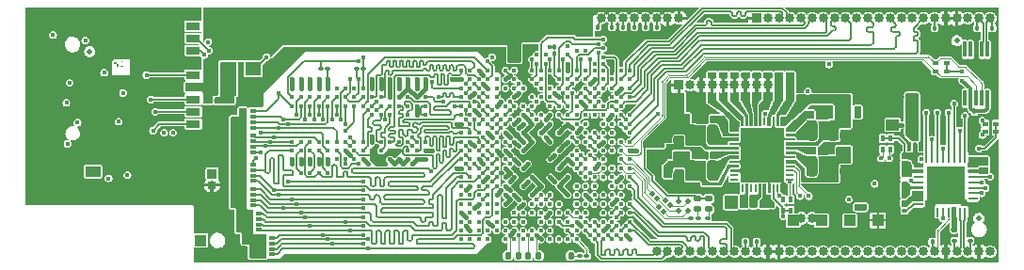
<source format=gbr>
%TF.GenerationSoftware,KiCad,Pcbnew,(6.0.0)*%
%TF.CreationDate,2022-01-21T23:47:04+08:00*%
%TF.ProjectId,som,736f6d2e-6b69-4636-9164-5f7063625858,V0R1*%
%TF.SameCoordinates,Original*%
%TF.FileFunction,Copper,L1,Top*%
%TF.FilePolarity,Positive*%
%FSLAX46Y46*%
G04 Gerber Fmt 4.6, Leading zero omitted, Abs format (unit mm)*
G04 Created by KiCad (PCBNEW (6.0.0)) date 2022-01-21 23:47:04*
%MOMM*%
%LPD*%
G01*
G04 APERTURE LIST*
G04 Aperture macros list*
%AMRoundRect*
0 Rectangle with rounded corners*
0 $1 Rounding radius*
0 $2 $3 $4 $5 $6 $7 $8 $9 X,Y pos of 4 corners*
0 Add a 4 corners polygon primitive as box body*
4,1,4,$2,$3,$4,$5,$6,$7,$8,$9,$2,$3,0*
0 Add four circle primitives for the rounded corners*
1,1,$1+$1,$2,$3*
1,1,$1+$1,$4,$5*
1,1,$1+$1,$6,$7*
1,1,$1+$1,$8,$9*
0 Add four rect primitives between the rounded corners*
20,1,$1+$1,$2,$3,$4,$5,0*
20,1,$1+$1,$4,$5,$6,$7,0*
20,1,$1+$1,$6,$7,$8,$9,0*
20,1,$1+$1,$8,$9,$2,$3,0*%
G04 Aperture macros list end*
%TA.AperFunction,NonConductor*%
%ADD10C,0.000000*%
%TD*%
%TA.AperFunction,SMDPad,CuDef*%
%ADD11RoundRect,0.147500X-0.147500X-0.172500X0.147500X-0.172500X0.147500X0.172500X-0.147500X0.172500X0*%
%TD*%
%TA.AperFunction,SMDPad,CuDef*%
%ADD12R,1.400000X1.200000*%
%TD*%
%TA.AperFunction,SMDPad,CuDef*%
%ADD13RoundRect,0.147500X0.172500X-0.147500X0.172500X0.147500X-0.172500X0.147500X-0.172500X-0.147500X0*%
%TD*%
%TA.AperFunction,SMDPad,CuDef*%
%ADD14RoundRect,0.218750X-0.256250X0.218750X-0.256250X-0.218750X0.256250X-0.218750X0.256250X0.218750X0*%
%TD*%
%TA.AperFunction,SMDPad,CuDef*%
%ADD15RoundRect,0.100000X-0.100000X0.130000X-0.100000X-0.130000X0.100000X-0.130000X0.100000X0.130000X0*%
%TD*%
%TA.AperFunction,SMDPad,CuDef*%
%ADD16RoundRect,0.243750X-0.243750X-0.656250X0.243750X-0.656250X0.243750X0.656250X-0.243750X0.656250X0*%
%TD*%
%TA.AperFunction,SMDPad,CuDef*%
%ADD17RoundRect,0.147500X0.147500X0.172500X-0.147500X0.172500X-0.147500X-0.172500X0.147500X-0.172500X0*%
%TD*%
%TA.AperFunction,SMDPad,CuDef*%
%ADD18RoundRect,0.243750X0.243750X0.656250X-0.243750X0.656250X-0.243750X-0.656250X0.243750X-0.656250X0*%
%TD*%
%TA.AperFunction,SMDPad,CuDef*%
%ADD19RoundRect,0.147500X-0.172500X0.147500X-0.172500X-0.147500X0.172500X-0.147500X0.172500X0.147500X0*%
%TD*%
%TA.AperFunction,SMDPad,CuDef*%
%ADD20RoundRect,0.100000X0.130000X0.100000X-0.130000X0.100000X-0.130000X-0.100000X0.130000X-0.100000X0*%
%TD*%
%TA.AperFunction,SMDPad,CuDef*%
%ADD21C,0.400000*%
%TD*%
%TA.AperFunction,SMDPad,CuDef*%
%ADD22RoundRect,0.100000X-0.130000X-0.100000X0.130000X-0.100000X0.130000X0.100000X-0.130000X0.100000X0*%
%TD*%
%TA.AperFunction,SMDPad,CuDef*%
%ADD23RoundRect,0.140000X0.140000X0.170000X-0.140000X0.170000X-0.140000X-0.170000X0.140000X-0.170000X0*%
%TD*%
%TA.AperFunction,SMDPad,CuDef*%
%ADD24R,0.800000X0.220000*%
%TD*%
%TA.AperFunction,SMDPad,CuDef*%
%ADD25R,0.220000X0.800000*%
%TD*%
%TA.AperFunction,ComponentPad*%
%ADD26C,0.500000*%
%TD*%
%TA.AperFunction,SMDPad,CuDef*%
%ADD27R,3.600000X4.600000*%
%TD*%
%TA.AperFunction,SMDPad,CuDef*%
%ADD28RoundRect,0.100000X0.100000X-0.130000X0.100000X0.130000X-0.100000X0.130000X-0.100000X-0.130000X0*%
%TD*%
%TA.AperFunction,SMDPad,CuDef*%
%ADD29RoundRect,0.062500X0.062500X-0.375000X0.062500X0.375000X-0.062500X0.375000X-0.062500X-0.375000X0*%
%TD*%
%TA.AperFunction,SMDPad,CuDef*%
%ADD30RoundRect,0.062500X0.375000X-0.062500X0.375000X0.062500X-0.375000X0.062500X-0.375000X-0.062500X0*%
%TD*%
%TA.AperFunction,SMDPad,CuDef*%
%ADD31RoundRect,0.250001X1.474999X-1.474999X1.474999X1.474999X-1.474999X1.474999X-1.474999X-1.474999X0*%
%TD*%
%TA.AperFunction,SMDPad,CuDef*%
%ADD32R,0.400000X0.500000*%
%TD*%
%TA.AperFunction,SMDPad,CuDef*%
%ADD33RoundRect,0.100000X-0.162635X0.021213X0.021213X-0.162635X0.162635X-0.021213X-0.021213X0.162635X0*%
%TD*%
%TA.AperFunction,SMDPad,CuDef*%
%ADD34R,0.500000X0.400000*%
%TD*%
%TA.AperFunction,SMDPad,CuDef*%
%ADD35R,0.500000X0.300000*%
%TD*%
%TA.AperFunction,SMDPad,CuDef*%
%ADD36RoundRect,0.112500X-0.112500X-0.112500X0.112500X-0.112500X0.112500X0.112500X-0.112500X0.112500X0*%
%TD*%
%TA.AperFunction,SMDPad,CuDef*%
%ADD37R,1.000000X1.000000*%
%TD*%
%TA.AperFunction,SMDPad,CuDef*%
%ADD38R,2.200000X1.050000*%
%TD*%
%TA.AperFunction,SMDPad,CuDef*%
%ADD39R,0.300000X1.400000*%
%TD*%
%TA.AperFunction,SMDPad,CuDef*%
%ADD40R,1.150000X1.000000*%
%TD*%
%TA.AperFunction,SMDPad,CuDef*%
%ADD41RoundRect,0.140000X-0.170000X0.140000X-0.170000X-0.140000X0.170000X-0.140000X0.170000X0.140000X0*%
%TD*%
%TA.AperFunction,SMDPad,CuDef*%
%ADD42R,1.300000X0.700000*%
%TD*%
%TA.AperFunction,SMDPad,CuDef*%
%ADD43R,2.000000X1.200000*%
%TD*%
%TA.AperFunction,SMDPad,CuDef*%
%ADD44RoundRect,0.140000X-0.140000X-0.170000X0.140000X-0.170000X0.140000X0.170000X-0.140000X0.170000X0*%
%TD*%
%TA.AperFunction,SMDPad,CuDef*%
%ADD45C,0.500000*%
%TD*%
%TA.AperFunction,ComponentPad*%
%ADD46R,0.850000X0.850000*%
%TD*%
%TA.AperFunction,ComponentPad*%
%ADD47O,0.850000X0.850000*%
%TD*%
%TA.AperFunction,ComponentPad*%
%ADD48R,0.900000X0.500000*%
%TD*%
%TA.AperFunction,ComponentPad*%
%ADD49C,0.850000*%
%TD*%
%TA.AperFunction,ViaPad*%
%ADD50C,0.400000*%
%TD*%
%TA.AperFunction,ViaPad*%
%ADD51C,0.600000*%
%TD*%
%TA.AperFunction,Conductor*%
%ADD52C,0.150000*%
%TD*%
%TA.AperFunction,Conductor*%
%ADD53C,0.400000*%
%TD*%
%TA.AperFunction,Conductor*%
%ADD54C,0.200000*%
%TD*%
%TA.AperFunction,Conductor*%
%ADD55C,0.500000*%
%TD*%
%TA.AperFunction,Conductor*%
%ADD56C,0.100000*%
%TD*%
%TA.AperFunction,Conductor*%
%ADD57C,0.300000*%
%TD*%
G04 APERTURE END LIST*
D10*
G36*
X8400000Y-5150000D02*
G01*
X8200000Y-5150000D01*
X8200000Y-4950000D01*
X8400000Y-4950000D01*
X8400000Y-5150000D01*
G37*
G36*
X8600000Y-5350000D02*
G01*
X8400000Y-5350000D01*
X8400000Y-5150000D01*
X8600000Y-5150000D01*
X8600000Y-5350000D01*
G37*
G36*
X8950000Y-5300000D02*
G01*
X9050000Y-5300000D01*
X9050000Y-5350000D01*
X8800000Y-5350000D01*
X8800000Y-5300000D01*
X8900000Y-5300000D01*
X8900000Y-4950000D01*
X8850000Y-4950000D01*
X8850000Y-4900000D01*
X8950000Y-4900000D01*
X8950000Y-5300000D01*
G37*
D11*
%TO.P,D2,1,K*%
%TO.N,/DONE_*%
X45415000Y-22350000D03*
%TO.P,D2,2,A*%
%TO.N,+3V3*%
X46385000Y-22350000D03*
%TD*%
D12*
%TO.P,X4,1,EN*%
%TO.N,/VCC_PS_CLK*%
X18500000Y-7250000D03*
%TO.P,X4,2,GND*%
%TO.N,GND*%
X20700000Y-7250000D03*
%TO.P,X4,3,OUT*%
%TO.N,PS_CLK*%
X20700000Y-5550000D03*
%TO.P,X4,4,Vdd*%
%TO.N,/VCC_PS_CLK*%
X18500000Y-5550000D03*
%TD*%
D13*
%TO.P,C116,1*%
%TO.N,VTT_DDR*%
X69000000Y-6185000D03*
%TO.P,C116,2*%
%TO.N,GND*%
X69000000Y-5215000D03*
%TD*%
D14*
%TO.P,C101,1*%
%TO.N,VCC_DDR*%
X74000000Y-10012500D03*
%TO.P,C101,2*%
%TO.N,GND*%
X74000000Y-11587500D03*
%TD*%
D15*
%TO.P,C119,1*%
%TO.N,/PMIC_INTLDO*%
X67300000Y-17805000D03*
%TO.P,C119,2*%
%TO.N,GND*%
X67300000Y-18445000D03*
%TD*%
D16*
%TO.P,L3,1*%
%TO.N,/BUCK2OUT*%
X70962500Y-11100000D03*
%TO.P,L3,2*%
%TO.N,VCC_DDR*%
X72837500Y-11100000D03*
%TD*%
D17*
%TO.P,C102,1*%
%TO.N,VCC_DDR*%
X73485000Y-9700000D03*
%TO.P,C102,2*%
%TO.N,GND*%
X72515000Y-9700000D03*
%TD*%
D11*
%TO.P,C107,1*%
%TO.N,+1V8*%
X59515000Y-13300000D03*
%TO.P,C107,2*%
%TO.N,GND*%
X60485000Y-13300000D03*
%TD*%
D18*
%TO.P,L5,1*%
%TO.N,/BUCK4OUT*%
X62037500Y-11500000D03*
%TO.P,L5,2*%
%TO.N,+3V3*%
X60162500Y-11500000D03*
%TD*%
D16*
%TO.P,L2,1*%
%TO.N,/BUCK1OUT*%
X70962500Y-14300000D03*
%TO.P,L2,2*%
%TO.N,+1V0*%
X72837500Y-14300000D03*
%TD*%
D19*
%TO.P,C120,1*%
%TO.N,+5V*%
X64800000Y-17715000D03*
%TO.P,C120,2*%
%TO.N,GND*%
X64800000Y-18685000D03*
%TD*%
D13*
%TO.P,C110,1*%
%TO.N,+5V*%
X63000000Y-6185000D03*
%TO.P,C110,2*%
%TO.N,GND*%
X63000000Y-5215000D03*
%TD*%
D19*
%TO.P,C117,1*%
%TO.N,+3.3VA*%
X65700000Y-17715000D03*
%TO.P,C117,2*%
%TO.N,GND*%
X65700000Y-18685000D03*
%TD*%
D14*
%TO.P,C106,1*%
%TO.N,+1V8*%
X59000000Y-13612500D03*
%TO.P,C106,2*%
%TO.N,GND*%
X59000000Y-15187500D03*
%TD*%
%TO.P,C108,1*%
%TO.N,+3V3*%
X59000000Y-10412500D03*
%TO.P,C108,2*%
%TO.N,GND*%
X59000000Y-11987500D03*
%TD*%
D19*
%TO.P,C118,1*%
%TO.N,/PMIC_INTLDO*%
X66600000Y-17715000D03*
%TO.P,C118,2*%
%TO.N,GND*%
X66600000Y-18685000D03*
%TD*%
D17*
%TO.P,C99,1*%
%TO.N,+1V0*%
X73485000Y-12900000D03*
%TO.P,C99,2*%
%TO.N,GND*%
X72515000Y-12900000D03*
%TD*%
D13*
%TO.P,C104,1*%
%TO.N,VREF_DDR*%
X68000000Y-6185000D03*
%TO.P,C104,2*%
%TO.N,GND*%
X68000000Y-5215000D03*
%TD*%
D14*
%TO.P,C98,1*%
%TO.N,+1V0*%
X74000000Y-13212500D03*
%TO.P,C98,2*%
%TO.N,GND*%
X74000000Y-14787500D03*
%TD*%
D18*
%TO.P,L4,1*%
%TO.N,/BUCK3OUT*%
X62037500Y-14700000D03*
%TO.P,L4,2*%
%TO.N,+1V8*%
X60162500Y-14700000D03*
%TD*%
D11*
%TO.P,C109,1*%
%TO.N,+3V3*%
X59515000Y-10100000D03*
%TO.P,C109,2*%
%TO.N,GND*%
X60485000Y-10100000D03*
%TD*%
D13*
%TO.P,C111,1*%
%TO.N,VDD*%
X62000000Y-6185000D03*
%TO.P,C111,2*%
%TO.N,GND*%
X62000000Y-5215000D03*
%TD*%
D20*
%TO.P,C37,1*%
%TO.N,VTT_DDR*%
X18920000Y-17400000D03*
%TO.P,C37,2*%
%TO.N,GND*%
X18280000Y-17400000D03*
%TD*%
D13*
%TO.P,C114,1*%
%TO.N,LDO2*%
X67000000Y-6185000D03*
%TO.P,C114,2*%
%TO.N,GND*%
X67000000Y-5215000D03*
%TD*%
D17*
%TO.P,C103,1*%
%TO.N,+5V*%
X62185000Y-10100000D03*
%TO.P,C103,2*%
%TO.N,GND*%
X61215000Y-10100000D03*
%TD*%
D13*
%TO.P,C115,1*%
%TO.N,LDO5*%
X65000000Y-6185000D03*
%TO.P,C115,2*%
%TO.N,GND*%
X65000000Y-5215000D03*
%TD*%
D20*
%TO.P,C35,1*%
%TO.N,VTT_DDR*%
X18920000Y-15200000D03*
%TO.P,C35,2*%
%TO.N,GND*%
X18280000Y-15200000D03*
%TD*%
D13*
%TO.P,C112,1*%
%TO.N,LDO6*%
X64000000Y-6185000D03*
%TO.P,C112,2*%
%TO.N,GND*%
X64000000Y-5215000D03*
%TD*%
D20*
%TO.P,C31,1*%
%TO.N,VTT_DDR*%
X18920000Y-10900000D03*
%TO.P,C31,2*%
%TO.N,GND*%
X18280000Y-10900000D03*
%TD*%
D11*
%TO.P,C100,1*%
%TO.N,+5V*%
X70815000Y-12900000D03*
%TO.P,C100,2*%
%TO.N,GND*%
X71785000Y-12900000D03*
%TD*%
%TO.P,C97,1*%
%TO.N,+5V*%
X70815000Y-9700000D03*
%TO.P,C97,2*%
%TO.N,GND*%
X71785000Y-9700000D03*
%TD*%
D20*
%TO.P,C33,1*%
%TO.N,VTT_DDR*%
X18920000Y-12700000D03*
%TO.P,C33,2*%
%TO.N,GND*%
X18280000Y-12700000D03*
%TD*%
D17*
%TO.P,C105,1*%
%TO.N,+5V*%
X62185000Y-13300000D03*
%TO.P,C105,2*%
%TO.N,GND*%
X61215000Y-13300000D03*
%TD*%
D13*
%TO.P,C113,1*%
%TO.N,+5V*%
X66000000Y-6185000D03*
%TO.P,C113,2*%
%TO.N,GND*%
X66000000Y-5215000D03*
%TD*%
D20*
%TO.P,C17,1*%
%TO.N,VREF_DDR*%
X30620000Y-5500000D03*
%TO.P,C17,2*%
%TO.N,GND*%
X29980000Y-5500000D03*
%TD*%
D21*
%TO.P,U6,A1,VDDQ*%
%TO.N,VCC_DDR*%
X36200000Y-7300000D03*
%TO.P,U6,A2,DQ13*%
%TO.N,DDR_DQ9*%
X36200000Y-8100000D03*
%TO.P,U6,A3,DQ15*%
%TO.N,DDR_DQ10*%
X36200000Y-8900000D03*
%TO.P,U6,A7,DQ12*%
%TO.N,DDR_DQ12*%
X36200000Y-12100000D03*
%TO.P,U6,A8,VDDQ*%
%TO.N,VCC_DDR*%
X36200000Y-12900000D03*
%TO.P,U6,A9,VSS*%
%TO.N,GND*%
X36200000Y-13700000D03*
%TO.P,U6,B1,VSSQ*%
X35400000Y-7300000D03*
%TO.P,U6,B2,VDD*%
%TO.N,VCC_DDR*%
X35400000Y-8100000D03*
%TO.P,U6,B3,VSS*%
%TO.N,GND*%
X35400000Y-8900000D03*
%TO.P,U6,B7,~{UDQS}*%
%TO.N,DDR_DQS1-*%
X35400000Y-12100000D03*
%TO.P,U6,B8,DQ14*%
%TO.N,DDR_DQ14*%
X35400000Y-12900000D03*
%TO.P,U6,B9,VSSQ*%
%TO.N,GND*%
X35400000Y-13700000D03*
%TO.P,U6,C1,VDDQ*%
%TO.N,VCC_DDR*%
X34600000Y-7300000D03*
%TO.P,U6,C2,DQ11*%
%TO.N,DDR_DQ8*%
X34600000Y-8100000D03*
%TO.P,U6,C3,DQ9*%
%TO.N,DDR_DQ11*%
X34600000Y-8900000D03*
%TO.P,U6,C7,UDQS*%
%TO.N,DDR_DQS1+*%
X34600000Y-12100000D03*
%TO.P,U6,C8,DQ10*%
%TO.N,DDR_DQ15*%
X34600000Y-12900000D03*
%TO.P,U6,C9,VDDQ*%
%TO.N,VCC_DDR*%
X34600000Y-13700000D03*
%TO.P,U6,D1,VSSQ*%
%TO.N,GND*%
X33800000Y-7300000D03*
%TO.P,U6,D2,VDDQ*%
%TO.N,VCC_DDR*%
X33800000Y-8100000D03*
%TO.P,U6,D3,UDM*%
%TO.N,DDR_DQM1*%
X33800000Y-8900000D03*
%TO.P,U6,D7,DQ8*%
%TO.N,DDR_DQ13*%
X33800000Y-12100000D03*
%TO.P,U6,D8,VSSQ*%
%TO.N,GND*%
X33800000Y-12900000D03*
%TO.P,U6,D9,VDD*%
%TO.N,VCC_DDR*%
X33800000Y-13700000D03*
%TO.P,U6,E1,VSS*%
%TO.N,GND*%
X33000000Y-7300000D03*
%TO.P,U6,E2,VSSQ*%
X33000000Y-8100000D03*
%TO.P,U6,E3,DQ0*%
%TO.N,DDR_DQ5*%
X33000000Y-8900000D03*
%TO.P,U6,E7,LDM*%
%TO.N,DDR_DQM0*%
X33000000Y-12100000D03*
%TO.P,U6,E8,VSSQ*%
%TO.N,GND*%
X33000000Y-12900000D03*
%TO.P,U6,E9,VDDQ*%
%TO.N,VCC_DDR*%
X33000000Y-13700000D03*
%TO.P,U6,F1,VDDQ*%
X32200000Y-7300000D03*
%TO.P,U6,F2,DQ2*%
%TO.N,DDR_DQ1*%
X32200000Y-8100000D03*
%TO.P,U6,F3,LDQS*%
%TO.N,DDR_DQS0+*%
X32200000Y-8900000D03*
%TO.P,U6,F7,DQ1*%
%TO.N,DDR_DQ4*%
X32200000Y-12100000D03*
%TO.P,U6,F8,DQ3*%
%TO.N,DDR_DQ7*%
X32200000Y-12900000D03*
%TO.P,U6,F9,VSSQ*%
%TO.N,GND*%
X32200000Y-13700000D03*
%TO.P,U6,G1,VSSQ*%
X31400000Y-7300000D03*
%TO.P,U6,G2,DQ6*%
%TO.N,DDR_DQ2*%
X31400000Y-8100000D03*
%TO.P,U6,G3,~{LDQS}*%
%TO.N,DDR_DQS0-*%
X31400000Y-8900000D03*
%TO.P,U6,G7,VDD*%
%TO.N,VCC_DDR*%
X31400000Y-12100000D03*
%TO.P,U6,G8,VSS*%
%TO.N,GND*%
X31400000Y-12900000D03*
%TO.P,U6,G9,VSSQ*%
X31400000Y-13700000D03*
%TO.P,U6,H1,VREFDQ*%
%TO.N,VREF_DDR*%
X30600000Y-7300000D03*
%TO.P,U6,H2,VDDQ*%
%TO.N,VCC_DDR*%
X30600000Y-8100000D03*
%TO.P,U6,H3,DQ4*%
%TO.N,DDR_DQ3*%
X30600000Y-8900000D03*
%TO.P,U6,H7,DQ7*%
%TO.N,DDR_DQ6*%
X30600000Y-12100000D03*
%TO.P,U6,H8,DQ5*%
%TO.N,DDR_DQ0*%
X30600000Y-12900000D03*
%TO.P,U6,H9,VDDQ*%
%TO.N,VCC_DDR*%
X30600000Y-13700000D03*
%TO.P,U6,J1,NC*%
%TO.N,unconnected-(U6-PadJ1)*%
X29800000Y-7300000D03*
%TO.P,U6,J2,VSS*%
%TO.N,GND*%
X29800000Y-8100000D03*
%TO.P,U6,J3,~{RAS}*%
%TO.N,DDR_nRAS*%
X29800000Y-8900000D03*
%TO.P,U6,J7,CK*%
%TO.N,DDR_CK+*%
X29800000Y-12100000D03*
%TO.P,U6,J8,VSS*%
%TO.N,GND*%
X29800000Y-12900000D03*
%TO.P,U6,J9,NC*%
%TO.N,unconnected-(U6-PadJ9)*%
X29800000Y-13700000D03*
%TO.P,U6,K1,ODT*%
%TO.N,DDR_ODT*%
X29000000Y-7300000D03*
%TO.P,U6,K2,VDD*%
%TO.N,VCC_DDR*%
X29000000Y-8100000D03*
%TO.P,U6,K3,~{CAS}*%
%TO.N,DDR_nCAS*%
X29000000Y-8900000D03*
%TO.P,U6,K7,~{CK}*%
%TO.N,DDR_CK-*%
X29000000Y-12100000D03*
%TO.P,U6,K8,VDD*%
%TO.N,VCC_DDR*%
X29000000Y-12900000D03*
%TO.P,U6,K9,CKE*%
%TO.N,DDR_CKE*%
X29000000Y-13700000D03*
%TO.P,U6,L1,NC*%
%TO.N,unconnected-(U6-PadL1)*%
X28200000Y-7300000D03*
%TO.P,U6,L2,~{CS}*%
%TO.N,DDR_nCS*%
X28200000Y-8100000D03*
%TO.P,U6,L3,~{WE}*%
%TO.N,DDR_nWE*%
X28200000Y-8900000D03*
%TO.P,U6,L7,A10/AP*%
%TO.N,DDR_A10*%
X28200000Y-12100000D03*
%TO.P,U6,L8,ZQ*%
%TO.N,/DDR_ZQ0*%
X28200000Y-12900000D03*
%TO.P,U6,L9,NC*%
%TO.N,unconnected-(U6-PadL9)*%
X28200000Y-13700000D03*
%TO.P,U6,M1,VSS*%
%TO.N,GND*%
X27400000Y-7300000D03*
%TO.P,U6,M2,BA0*%
%TO.N,DDR_BA0*%
X27400000Y-8100000D03*
%TO.P,U6,M3,BA2*%
%TO.N,DDR_BA2*%
X27400000Y-8900000D03*
%TO.P,U6,M7,NC*%
%TO.N,unconnected-(U6-PadM7)*%
X27400000Y-12100000D03*
%TO.P,U6,M8,VREFCA*%
%TO.N,VREF_DDR*%
X27400000Y-12900000D03*
%TO.P,U6,M9,VSS*%
%TO.N,GND*%
X27400000Y-13700000D03*
%TO.P,U6,N1,VDD*%
%TO.N,VCC_DDR*%
X26600000Y-7300000D03*
%TO.P,U6,N2,A3*%
%TO.N,DDR_A3*%
X26600000Y-8100000D03*
%TO.P,U6,N3,A0*%
%TO.N,DDR_A0*%
X26600000Y-8900000D03*
%TO.P,U6,N7,A12/~{BC}*%
%TO.N,DDR_A12*%
X26600000Y-12100000D03*
%TO.P,U6,N8,BA1*%
%TO.N,DDR_BA1*%
X26600000Y-12900000D03*
%TO.P,U6,N9,VDD*%
%TO.N,VCC_DDR*%
X26600000Y-13700000D03*
%TO.P,U6,P1,VSS*%
%TO.N,GND*%
X25800000Y-7300000D03*
%TO.P,U6,P2,A5*%
%TO.N,DDR_A5*%
X25800000Y-8100000D03*
%TO.P,U6,P3,A2*%
%TO.N,DDR_A2*%
X25800000Y-8900000D03*
%TO.P,U6,P7,A1*%
%TO.N,DDR_A1*%
X25800000Y-12100000D03*
%TO.P,U6,P8,A4*%
%TO.N,DDR_A4*%
X25800000Y-12900000D03*
%TO.P,U6,P9,VSS*%
%TO.N,GND*%
X25800000Y-13700000D03*
%TO.P,U6,R1,VDD*%
%TO.N,VCC_DDR*%
X25000000Y-7300000D03*
%TO.P,U6,R2,A7*%
%TO.N,DDR_A7*%
X25000000Y-8100000D03*
%TO.P,U6,R3,A9*%
%TO.N,DDR_A9*%
X25000000Y-8900000D03*
%TO.P,U6,R7,A11*%
%TO.N,DDR_A11*%
X25000000Y-12100000D03*
%TO.P,U6,R8,A6*%
%TO.N,DDR_A6*%
X25000000Y-12900000D03*
%TO.P,U6,R9,VDD*%
%TO.N,VCC_DDR*%
X25000000Y-13700000D03*
%TO.P,U6,T1,VSS*%
%TO.N,GND*%
X24200000Y-7300000D03*
%TO.P,U6,T2,~{RESET}*%
%TO.N,DDR_nRST*%
X24200000Y-8100000D03*
%TO.P,U6,T3,A13*%
%TO.N,DDR_A13*%
X24200000Y-8900000D03*
%TO.P,U6,T7,A14*%
%TO.N,DDR_A14*%
X24200000Y-12100000D03*
%TO.P,U6,T8,A8*%
%TO.N,DDR_A8*%
X24200000Y-12900000D03*
%TO.P,U6,T9,VSS*%
%TO.N,GND*%
X24200000Y-13700000D03*
%TD*%
D22*
%TO.P,R2,1*%
%TO.N,DDR_nRST*%
X26780000Y-5500000D03*
%TO.P,R2,2*%
%TO.N,GND*%
X27420000Y-5500000D03*
%TD*%
D23*
%TO.P,C42,1*%
%TO.N,VTT_DDR*%
X20780000Y-21800000D03*
%TO.P,C42,2*%
%TO.N,GND*%
X19820000Y-21800000D03*
%TD*%
D24*
%TO.P,U7,1,RSTn*%
%TO.N,PMIC_nRST*%
X69000000Y-15500000D03*
%TO.P,U7,2,WAKEUP*%
%TO.N,unconnected-(U7-Pad2)*%
X69000000Y-15100000D03*
%TO.P,U7,3,SDA*%
%TO.N,MB_SDA*%
X69000000Y-14700000D03*
%TO.P,U7,4,SCL*%
%TO.N,MB_SCL*%
X69000000Y-14300000D03*
%TO.P,U7,5,VOUT1*%
%TO.N,+1V0*%
X69000000Y-13900000D03*
%TO.P,U7,6,PGND1*%
%TO.N,GND*%
X69000000Y-13500000D03*
%TO.P,U7,7,VLX1*%
%TO.N,/BUCK1OUT*%
X69000000Y-13100000D03*
%TO.P,U7,8,BUCK1IN*%
%TO.N,+5V*%
X69000000Y-12700000D03*
%TO.P,U7,9,VOUT2*%
%TO.N,VCC_DDR*%
X69000000Y-12300000D03*
%TO.P,U7,10,PGND2*%
%TO.N,GND*%
X69000000Y-11900000D03*
%TO.P,U7,11,VLX2*%
%TO.N,/BUCK2OUT*%
X69000000Y-11500000D03*
%TO.P,U7,12,BUCK2IN*%
%TO.N,+5V*%
X69000000Y-11100000D03*
D25*
%TO.P,U7,13,LDO3IN*%
%TO.N,VCC_DDR*%
X68300000Y-10300000D03*
%TO.P,U7,14,LDO3OUT*%
%TO.N,VTT_DDR*%
X67900000Y-10300000D03*
%TO.P,U7,15,GNDLDO*%
%TO.N,GND*%
X67500000Y-10300000D03*
%TO.P,U7,16,VREFDDR*%
%TO.N,VREF_DDR*%
X67100000Y-10300000D03*
%TO.P,U7,17,PONKEYn*%
%TO.N,PMIC_PON*%
X66700000Y-10300000D03*
%TO.P,U7,18,LDO2OUT*%
%TO.N,LDO2*%
X66300000Y-10300000D03*
%TO.P,U7,19,LDO25IN*%
%TO.N,+5V*%
X65900000Y-10300000D03*
%TO.P,U7,20,LDO5OUT*%
%TO.N,LDO5*%
X65500000Y-10300000D03*
%TO.P,U7,21,LDO6OUT*%
%TO.N,LDO6*%
X65100000Y-10300000D03*
%TO.P,U7,22,LDO16IN*%
%TO.N,+5V*%
X64700000Y-10300000D03*
D24*
%TO.P,U7,23,LDO1OUT*%
%TO.N,VDD*%
X64000000Y-11100000D03*
%TO.P,U7,24,BUCK4IN*%
%TO.N,+5V*%
X64000000Y-11500000D03*
%TO.P,U7,25,VLX4*%
%TO.N,/BUCK4OUT*%
X64000000Y-11900000D03*
%TO.P,U7,26,PGND4*%
%TO.N,GND*%
X64000000Y-12300000D03*
%TO.P,U7,27,VOUT4*%
%TO.N,+3V3*%
X64000000Y-12700000D03*
%TO.P,U7,28,BUCK3IN*%
%TO.N,+5V*%
X64000000Y-13100000D03*
%TO.P,U7,29,VLX3*%
%TO.N,/BUCK3OUT*%
X64000000Y-13500000D03*
%TO.P,U7,30,PGND3*%
%TO.N,GND*%
X64000000Y-13900000D03*
%TO.P,U7,31,VOUT3*%
%TO.N,+1V8*%
X64000000Y-14300000D03*
%TO.P,U7,32,PGND5*%
%TO.N,GND*%
X64000000Y-14700000D03*
%TO.P,U7,33,VLXBST*%
%TO.N,unconnected-(U7-Pad33)*%
X64000000Y-15100000D03*
%TO.P,U7,34,BSTOUT*%
%TO.N,unconnected-(U7-Pad34)*%
X64000000Y-15500000D03*
D25*
%TO.P,U7,35,VBUSOTG*%
%TO.N,unconnected-(U7-Pad35)*%
X64700000Y-16300000D03*
%TO.P,U7,36,VIN*%
%TO.N,+5V*%
X65100000Y-16300000D03*
%TO.P,U7,37,SWIN*%
%TO.N,unconnected-(U7-Pad37)*%
X65500000Y-16300000D03*
%TO.P,U7,38,SWOUT*%
%TO.N,unconnected-(U7-Pad38)*%
X65900000Y-16300000D03*
%TO.P,U7,39,LDO4OUT*%
%TO.N,+3.3VA*%
X66300000Y-16300000D03*
%TO.P,U7,40,INTLDO*%
%TO.N,/PMIC_INTLDO*%
X66700000Y-16300000D03*
%TO.P,U7,41,AGND*%
%TO.N,GND*%
X67100000Y-16300000D03*
%TO.P,U7,42,VIO*%
%TO.N,+3.3VA*%
X67500000Y-16300000D03*
%TO.P,U7,43,INTn*%
%TO.N,PMIC_INT*%
X67900000Y-16300000D03*
%TO.P,U7,44,PWRCTRL*%
%TO.N,GND*%
X68300000Y-16300000D03*
D26*
%TO.P,U7,45,EPGND*%
X65750000Y-14500000D03*
X66500000Y-15300000D03*
X65750000Y-11300000D03*
X65000000Y-14500000D03*
X68000000Y-12900000D03*
X68000000Y-14500000D03*
X68000000Y-15300000D03*
X65000000Y-12900000D03*
X67250000Y-12900000D03*
X65750000Y-13700000D03*
X65000000Y-12100000D03*
X66500000Y-11300000D03*
X66500000Y-12900000D03*
D27*
X66500000Y-13300000D03*
D26*
X66500000Y-13700000D03*
X65000000Y-13700000D03*
X65750000Y-15300000D03*
X65000000Y-15300000D03*
X68000000Y-13700000D03*
X67250000Y-15300000D03*
X67250000Y-11300000D03*
X68000000Y-11300000D03*
X67250000Y-12100000D03*
X67250000Y-14500000D03*
X65750000Y-12900000D03*
X68000000Y-12100000D03*
X66500000Y-12100000D03*
X65000000Y-11300000D03*
X67250000Y-13700000D03*
X65750000Y-12100000D03*
X66500000Y-14500000D03*
%TD*%
D23*
%TO.P,C38,1*%
%TO.N,VTT_DDR*%
X19080000Y-16700000D03*
%TO.P,C38,2*%
%TO.N,GND*%
X18120000Y-16700000D03*
%TD*%
%TO.P,C36,1*%
%TO.N,VTT_DDR*%
X19080000Y-14500000D03*
%TO.P,C36,2*%
%TO.N,GND*%
X18120000Y-14500000D03*
%TD*%
%TO.P,C34,1*%
%TO.N,VTT_DDR*%
X19080000Y-12000000D03*
%TO.P,C34,2*%
%TO.N,GND*%
X18120000Y-12000000D03*
%TD*%
%TO.P,C40,1*%
%TO.N,VTT_DDR*%
X19580000Y-18600000D03*
%TO.P,C40,2*%
%TO.N,GND*%
X18620000Y-18600000D03*
%TD*%
%TO.P,C32,1*%
%TO.N,VTT_DDR*%
X19080000Y-10200000D03*
%TO.P,C32,2*%
%TO.N,GND*%
X18120000Y-10200000D03*
%TD*%
D17*
%TO.P,D3,1,K*%
%TO.N,/INIT_*%
X44585000Y-22350000D03*
%TO.P,D3,2,A*%
%TO.N,+3V3*%
X43615000Y-22350000D03*
%TD*%
D21*
%TO.P,U1,A1,PS_DDR_DM0_502*%
%TO.N,DDR_DQM0*%
X39400000Y-5700000D03*
%TO.P,U1,A2,PS_DDR_DQ2_502*%
%TO.N,DDR_DQ2*%
X40200000Y-5700000D03*
%TO.P,U1,A3,VCCO_DDR_502[10]*%
%TO.N,VCC_DDR*%
X41000000Y-5700000D03*
%TO.P,U1,A4,PS_DDR_DQ3_502*%
%TO.N,DDR_DQ3*%
X41800000Y-5700000D03*
%TO.P,U1,A5,PS_MIO6_500*%
%TO.N,GND*%
X42600000Y-5700000D03*
%TO.P,U1,A6,PS_MIO5_500*%
%TO.N,+3V3*%
X43400000Y-5700000D03*
%TO.P,U1,A7,PS_MIO1_500*%
%TO.N,unconnected-(U1-PadA7)*%
X44200000Y-5700000D03*
%TO.P,U1,A8,GND[59]*%
%TO.N,GND*%
X45000000Y-5700000D03*
%TO.P,U1,A9,PS_MIO43_501*%
%TO.N,SD0_D1*%
X45800000Y-5700000D03*
%TO.P,U1,A10,PS_MIO37_501*%
%TO.N,ULPI_D5*%
X46600000Y-5700000D03*
%TO.P,U1,A11,PS_MIO36_501*%
%TO.N,ULPI_CK*%
X47400000Y-5700000D03*
%TO.P,U1,A12,PS_MIO34_501*%
%TO.N,ULPI_D2*%
X48200000Y-5700000D03*
%TO.P,U1,A13,VCCO_MIO1_501[4]*%
%TO.N,+3V3*%
X49000000Y-5700000D03*
%TO.P,U1,A14,PS_MIO32_501*%
%TO.N,ULPI_D0*%
X49800000Y-5700000D03*
%TO.P,U1,A15,PS_MIO26_501*%
%TO.N,unconnected-(U1-PadA15)*%
X50600000Y-5700000D03*
%TO.P,U1,A16,PS_MIO24_501*%
%TO.N,unconnected-(U1-PadA16)*%
X51400000Y-5700000D03*
%TO.P,U1,A17,PS_MIO20_501*%
%TO.N,unconnected-(U1-PadA17)*%
X52200000Y-5700000D03*
%TO.P,U1,A18,GND[59]*%
%TO.N,GND*%
X53000000Y-5700000D03*
%TO.P,U1,A19,PS_MIO16_501*%
%TO.N,unconnected-(U1-PadA19)*%
X53800000Y-5700000D03*
%TO.P,U1,A20,IO_L2N_T0_AD8N_35*%
%TO.N,A20-*%
X54600000Y-5700000D03*
%TO.P,U1,B1,GND[59]*%
%TO.N,GND*%
X39400000Y-6500000D03*
%TO.P,U1,B2,PS_DDR_DQS_N0_502*%
%TO.N,DDR_DQS0-*%
X40200000Y-6500000D03*
%TO.P,U1,B3,PS_DDR_DQ1_502*%
%TO.N,DDR_DQ1*%
X41000000Y-6500000D03*
%TO.P,U1,B4,PS_DDR_DRST_B_502*%
%TO.N,DDR_nRST*%
X41800000Y-6500000D03*
%TO.P,U1,B5,PS_MIO9_500*%
%TO.N,unconnected-(U1-PadB5)*%
X42600000Y-6500000D03*
%TO.P,U1,B6,VCCO_MIO0_500[2]*%
%TO.N,+3V3*%
X43400000Y-6500000D03*
%TO.P,U1,B7,PS_MIO4_500*%
X44200000Y-6500000D03*
%TO.P,U1,B8,PS_MIO2_500*%
%TO.N,GND*%
X45000000Y-6500000D03*
%TO.P,U1,B9,PS_MIO51_501*%
%TO.N,SD1_D3*%
X45800000Y-6500000D03*
%TO.P,U1,B10,PS_SRST_B_501*%
%TO.N,PS_SRST*%
X46600000Y-6500000D03*
%TO.P,U1,B11,GND[59]*%
%TO.N,GND*%
X47400000Y-6500000D03*
%TO.P,U1,B12,PS_MIO48_501*%
%TO.N,/SD1_CK_*%
X48200000Y-6500000D03*
%TO.P,U1,B13,PS_MIO50_501*%
%TO.N,SD1_D2*%
X49000000Y-6500000D03*
%TO.P,U1,B14,PS_MIO47_501*%
%TO.N,SD1_CMD*%
X49800000Y-6500000D03*
%TO.P,U1,B15,PS_MIO45_501*%
%TO.N,SD0_D3*%
X50600000Y-6500000D03*
%TO.P,U1,B16,VCCO_MIO1_501[4]*%
%TO.N,+3V3*%
X51400000Y-6500000D03*
%TO.P,U1,B17,PS_MIO22_501*%
%TO.N,unconnected-(U1-PadB17)*%
X52200000Y-6500000D03*
%TO.P,U1,B18,PS_MIO18_501*%
%TO.N,unconnected-(U1-PadB18)*%
X53000000Y-6500000D03*
%TO.P,U1,B19,IO_L2P_T0_AD8P_35*%
%TO.N,B19+*%
X53800000Y-6500000D03*
%TO.P,U1,B20,IO_L1N_T0_AD0N_35*%
%TO.N,B20-*%
X54600000Y-6500000D03*
%TO.P,U1,C1,PS_DDR_DQ6_502*%
%TO.N,DDR_DQ6*%
X39400000Y-7300000D03*
%TO.P,U1,C2,PS_DDR_DQS_P0_502*%
%TO.N,DDR_DQS0+*%
X40200000Y-7300000D03*
%TO.P,U1,C3,PS_DDR_DQ0_502*%
%TO.N,DDR_DQ0*%
X41000000Y-7300000D03*
%TO.P,U1,C4,GND[59]*%
%TO.N,GND*%
X41800000Y-7300000D03*
%TO.P,U1,C5,PS_MIO14_500*%
%TO.N,unconnected-(U1-PadC5)*%
X42600000Y-7300000D03*
%TO.P,U1,C6,PS_MIO11_500*%
%TO.N,unconnected-(U1-PadC6)*%
X43400000Y-7300000D03*
%TO.P,U1,C7,PS_POR_B_500*%
%TO.N,PMIC_nRST*%
X44200000Y-7300000D03*
%TO.P,U1,C8,PS_MIO15_500*%
%TO.N,unconnected-(U1-PadC8)*%
X45000000Y-7300000D03*
%TO.P,U1,C9,GND[59]*%
%TO.N,GND*%
X45800000Y-7300000D03*
%TO.P,U1,C10,PS_MIO52_501*%
%TO.N,unconnected-(U1-PadC10)*%
X46600000Y-7300000D03*
%TO.P,U1,C11,PS_MIO53_501*%
%TO.N,unconnected-(U1-PadC11)*%
X47400000Y-7300000D03*
%TO.P,U1,C12,PS_MIO49_501*%
%TO.N,SD1_D1*%
X48200000Y-7300000D03*
%TO.P,U1,C13,PS_MIO29_501*%
%TO.N,ULPI_DIR*%
X49000000Y-7300000D03*
%TO.P,U1,C14,GND[59]*%
%TO.N,GND*%
X49800000Y-7300000D03*
%TO.P,U1,C15,PS_MIO30_501*%
%TO.N,ULPI_STP*%
X50600000Y-7300000D03*
%TO.P,U1,C16,PS_MIO28_501*%
%TO.N,ULPI_D4*%
X51400000Y-7300000D03*
%TO.P,U1,C17,PS_MIO41_501*%
%TO.N,SD0_CMD*%
X52200000Y-7300000D03*
%TO.P,U1,C18,PS_MIO39_501*%
%TO.N,ULPI_D7*%
X53000000Y-7300000D03*
%TO.P,U1,C19,VCCO_35[6]*%
%TO.N,+3V3*%
X53800000Y-7300000D03*
%TO.P,U1,C20,IO_L1P_T0_AD0P_35*%
%TO.N,C20+*%
X54600000Y-7300000D03*
%TO.P,U1,D1,PS_DDR_DQ5_502*%
%TO.N,DDR_DQ5*%
X39400000Y-8100000D03*
%TO.P,U1,D2,VCCO_DDR_502[10]*%
%TO.N,VCC_DDR*%
X40200000Y-8100000D03*
%TO.P,U1,D3,PS_DDR_DQ4_502*%
%TO.N,DDR_DQ4*%
X41000000Y-8100000D03*
%TO.P,U1,D4,PS_DDR_A13_502*%
%TO.N,DDR_A13*%
X41800000Y-8100000D03*
%TO.P,U1,D5,PS_MIO8_500*%
%TO.N,GND*%
X42600000Y-8100000D03*
%TO.P,U1,D6,PS_MIO3_500*%
X43400000Y-8100000D03*
%TO.P,U1,D7,VCCO_MIO0_500[2]*%
%TO.N,+3V3*%
X44200000Y-8100000D03*
%TO.P,U1,D8,PS_MIO7_500*%
%TO.N,GND*%
X45000000Y-8100000D03*
%TO.P,U1,D9,PS_MIO12_500*%
%TO.N,unconnected-(U1-PadD9)*%
X45800000Y-8100000D03*
%TO.P,U1,D10,PS_MIO19_501*%
%TO.N,unconnected-(U1-PadD10)*%
X46600000Y-8100000D03*
%TO.P,U1,D11,PS_MIO23_501*%
%TO.N,unconnected-(U1-PadD11)*%
X47400000Y-8100000D03*
%TO.P,U1,D12,VCCO_MIO1_501[4]*%
%TO.N,+3V3*%
X48200000Y-8100000D03*
%TO.P,U1,D13,PS_MIO27_501*%
%TO.N,unconnected-(U1-PadD13)*%
X49000000Y-8100000D03*
%TO.P,U1,D14,PS_MIO40_501*%
%TO.N,/SD0_CK_*%
X49800000Y-8100000D03*
%TO.P,U1,D15,PS_MIO33_501*%
%TO.N,ULPI_D1*%
X50600000Y-8100000D03*
%TO.P,U1,D16,PS_MIO46_501*%
%TO.N,SD1_D0*%
X51400000Y-8100000D03*
%TO.P,U1,D17,GND[59]*%
%TO.N,GND*%
X52200000Y-8100000D03*
%TO.P,U1,D18,IO_L3N_T0_DQS_AD1N_35*%
%TO.N,unconnected-(U1-PadD18)*%
X53000000Y-8100000D03*
%TO.P,U1,D19,IO_L4P_T0_35*%
%TO.N,D19+*%
X53800000Y-8100000D03*
%TO.P,U1,D20,IO_L4N_T0_35*%
%TO.N,D20-*%
X54600000Y-8100000D03*
%TO.P,U1,E1,PS_DDR_DQ7_502*%
%TO.N,DDR_DQ7*%
X39400000Y-8900000D03*
%TO.P,U1,E2,PS_DDR_DQ8_502*%
%TO.N,DDR_DQ8*%
X40200000Y-8900000D03*
%TO.P,U1,E3,PS_DDR_DQ9_502*%
%TO.N,DDR_DQ9*%
X41000000Y-8900000D03*
%TO.P,U1,E4,PS_DDR_A12_502*%
%TO.N,DDR_A12*%
X41800000Y-8900000D03*
%TO.P,U1,E5,VCCO_DDR_502[10]*%
%TO.N,VCC_DDR*%
X42600000Y-8900000D03*
%TO.P,U1,E6,PS_MIO0_500*%
%TO.N,unconnected-(U1-PadE6)*%
X43400000Y-8900000D03*
%TO.P,U1,E7,PS_CLK_500*%
%TO.N,PS_CLK*%
X44200000Y-8900000D03*
%TO.P,U1,E8,PS_MIO13_500*%
%TO.N,unconnected-(U1-PadE8)*%
X45000000Y-8900000D03*
%TO.P,U1,E9,PS_MIO10_500*%
%TO.N,unconnected-(U1-PadE9)*%
X45800000Y-8900000D03*
%TO.P,U1,E10,GND[59]*%
%TO.N,GND*%
X46600000Y-8900000D03*
%TO.P,U1,E11,PS_MIO_VREF_501*%
%TO.N,unconnected-(U1-PadE11)*%
X47400000Y-8900000D03*
%TO.P,U1,E12,PS_MIO42_501*%
%TO.N,SD0_D0*%
X48200000Y-8900000D03*
%TO.P,U1,E13,PS_MIO38_501*%
%TO.N,ULPI_D6*%
X49000000Y-8900000D03*
%TO.P,U1,E14,PS_MIO17_501*%
%TO.N,unconnected-(U1-PadE14)*%
X49800000Y-8900000D03*
%TO.P,U1,E15,VCCO_MIO1_501[4]*%
%TO.N,+3V3*%
X50600000Y-8900000D03*
%TO.P,U1,E16,PS_MIO31_501*%
%TO.N,ULPI_NXT*%
X51400000Y-8900000D03*
%TO.P,U1,E17,IO_L3P_T0_DQS_AD1P_35*%
%TO.N,unconnected-(U1-PadE17)*%
X52200000Y-8900000D03*
%TO.P,U1,E18,IO_L5P_T0_AD9P_35*%
%TO.N,E18+*%
X53000000Y-8900000D03*
%TO.P,U1,E19,IO_L5N_T0_AD9N_35*%
%TO.N,E19-*%
X53800000Y-8900000D03*
%TO.P,U1,E20,GND[59]*%
%TO.N,GND*%
X54600000Y-8900000D03*
%TO.P,U1,F1,PS_DDR_DM1_502*%
%TO.N,DDR_DQM1*%
X39400000Y-9700000D03*
%TO.P,U1,F2,PS_DDR_DQS_N1_502*%
%TO.N,DDR_DQS1-*%
X40200000Y-9700000D03*
%TO.P,U1,F3,GND[59]*%
%TO.N,GND*%
X41000000Y-9700000D03*
%TO.P,U1,F4,PS_DDR_A14_502*%
%TO.N,DDR_A14*%
X41800000Y-9700000D03*
%TO.P,U1,F5,PS_DDR_A10_502*%
%TO.N,DDR_A10*%
X42600000Y-9700000D03*
%TO.P,U1,F6,TDO_0*%
%TO.N,JTAG_TDO*%
X43400000Y-9700000D03*
%TO.P,U1,F7,GND[59]*%
%TO.N,GND*%
X44200000Y-9700000D03*
%TO.P,U1,F8,VCCPAUX[5]*%
%TO.N,+1V8*%
X45000000Y-9700000D03*
%TO.P,U1,F9,TCK_0*%
%TO.N,JTAG_TCK*%
X45800000Y-9700000D03*
%TO.P,U1,F10,RSVDGND*%
%TO.N,unconnected-(U1-PadF10)*%
X46600000Y-9700000D03*
%TO.P,U1,F11,VCCBATT_0*%
%TO.N,+1V8*%
X47400000Y-9700000D03*
%TO.P,U1,F12,PS_MIO35_501*%
%TO.N,ULPI_D3*%
X48200000Y-9700000D03*
%TO.P,U1,F13,PS_MIO44_501*%
%TO.N,SD0_D2*%
X49000000Y-9700000D03*
%TO.P,U1,F14,PS_MIO21_501*%
%TO.N,unconnected-(U1-PadF14)*%
X49800000Y-9700000D03*
%TO.P,U1,F15,PS_MIO25_501*%
%TO.N,unconnected-(U1-PadF15)*%
X50600000Y-9700000D03*
%TO.P,U1,F16,IO_L6P_T0_35*%
%TO.N,unconnected-(U1-PadF16)*%
X51400000Y-9700000D03*
%TO.P,U1,F17,IO_L6N_T0_VREF_35*%
%TO.N,unconnected-(U1-PadF17)*%
X52200000Y-9700000D03*
%TO.P,U1,F18,VCCO_35[6]*%
%TO.N,+3V3*%
X53000000Y-9700000D03*
%TO.P,U1,F19,IO_L15P_T2_DQS_AD12P_35*%
%TO.N,F19+*%
X53800000Y-9700000D03*
%TO.P,U1,F20,IO_L15N_T2_DQS_AD12N_35*%
%TO.N,F20-*%
X54600000Y-9700000D03*
%TO.P,U1,G1,VCCO_DDR_502[10]*%
%TO.N,VCC_DDR*%
X39400000Y-10500000D03*
%TO.P,U1,G2,PS_DDR_DQS_P1_502*%
%TO.N,DDR_DQS1+*%
X40200000Y-10500000D03*
%TO.P,U1,G3,PS_DDR_DQ10_502*%
%TO.N,DDR_DQ10*%
X41000000Y-10500000D03*
%TO.P,U1,G4,PS_DDR_A11_502*%
%TO.N,DDR_A11*%
X41800000Y-10500000D03*
%TO.P,U1,G5,PS_DDR_VRN_502*%
%TO.N,/DDR_VRN*%
X42600000Y-10500000D03*
%TO.P,U1,G6,TDI_0*%
%TO.N,JTAG_TDI*%
X43400000Y-10500000D03*
%TO.P,U1,G7,VCCPINT[6]*%
%TO.N,+1V0*%
X44200000Y-10500000D03*
%TO.P,U1,G8,VCCPLL*%
%TO.N,/VCC_PLL*%
X45000000Y-10500000D03*
%TO.P,U1,G9,VCCPAUX[5]*%
%TO.N,+1V8*%
X45800000Y-10500000D03*
%TO.P,U1,G10,GND[59]*%
%TO.N,GND*%
X46600000Y-10500000D03*
%TO.P,U1,G11,VCCBRAM[2]*%
%TO.N,+1V0*%
X47400000Y-10500000D03*
%TO.P,U1,G12,GND[59]*%
%TO.N,GND*%
X48200000Y-10500000D03*
%TO.P,U1,G13,VCCINT[9]*%
%TO.N,+1V0*%
X49000000Y-10500000D03*
%TO.P,U1,G14,IO_0_35*%
%TO.N,unconnected-(U1-PadG14)*%
X49800000Y-10500000D03*
%TO.P,U1,G15,IO_L19N_T3_VREF_35*%
%TO.N,unconnected-(U1-PadG15)*%
X50600000Y-10500000D03*
%TO.P,U1,G16,GND[59]*%
%TO.N,GND*%
X51400000Y-10500000D03*
%TO.P,U1,G17,IO_L16P_T2_35*%
%TO.N,unconnected-(U1-PadG17)*%
X52200000Y-10500000D03*
%TO.P,U1,G18,IO_L16N_T2_35*%
%TO.N,unconnected-(U1-PadG18)*%
X53000000Y-10500000D03*
%TO.P,U1,G19,IO_L18P_T2_AD13P_35*%
%TO.N,G19+*%
X53800000Y-10500000D03*
%TO.P,U1,G20,IO_L18N_T2_AD13N_35*%
%TO.N,G20-*%
X54600000Y-10500000D03*
%TO.P,U1,H1,PS_DDR_DQ14_502*%
%TO.N,DDR_DQ14*%
X39400000Y-11300000D03*
%TO.P,U1,H2,PS_DDR_DQ13_502*%
%TO.N,DDR_DQ13*%
X40200000Y-11300000D03*
%TO.P,U1,H3,PS_DDR_DQ11_502*%
%TO.N,DDR_DQ11*%
X41000000Y-11300000D03*
%TO.P,U1,H4,VCCO_DDR_502[10]*%
%TO.N,VCC_DDR*%
X41800000Y-11300000D03*
%TO.P,U1,H5,PS_DDR_VRP_502*%
%TO.N,/DDR_VRP*%
X42600000Y-11300000D03*
%TO.P,U1,H6,PS_DDR_VREF0_502*%
%TO.N,VREF_DDR*%
X43400000Y-11300000D03*
%TO.P,U1,H7,GND[59]*%
%TO.N,GND*%
X44200000Y-11300000D03*
%TO.P,U1,H8,VCCPAUX[5]*%
%TO.N,+1V8*%
X45000000Y-11300000D03*
%TO.P,U1,H9,GND[59]*%
%TO.N,GND*%
X45800000Y-11300000D03*
%TO.P,U1,H10,VCCBRAM[2]*%
%TO.N,+1V0*%
X46600000Y-11300000D03*
%TO.P,U1,H11,GND[59]*%
%TO.N,GND*%
X47400000Y-11300000D03*
%TO.P,U1,H12,VCCINT[9]*%
%TO.N,+1V0*%
X48200000Y-11300000D03*
%TO.P,U1,H13,GND[59]*%
%TO.N,GND*%
X49000000Y-11300000D03*
%TO.P,U1,H14,VCCO_35[6]*%
%TO.N,+3V3*%
X49800000Y-11300000D03*
%TO.P,U1,H15,IO_L19P_T3_35*%
%TO.N,unconnected-(U1-PadH15)*%
X50600000Y-11300000D03*
%TO.P,U1,H16,IO_L13P_T2_MRCC_35*%
%TO.N,PL_CLK*%
X51400000Y-11300000D03*
%TO.P,U1,H17,IO_L13N_T2_MRCC_35*%
%TO.N,unconnected-(U1-PadH17)*%
X52200000Y-11300000D03*
%TO.P,U1,H18,IO_L14N_T2_AD4N_SRCC_35*%
%TO.N,unconnected-(U1-PadH18)*%
X53000000Y-11300000D03*
%TO.P,U1,H19,GND[59]*%
%TO.N,GND*%
X53800000Y-11300000D03*
%TO.P,U1,H20,IO_L17N_T2_AD5N_35*%
%TO.N,H20-*%
X54600000Y-11300000D03*
%TO.P,U1,J1,PS_DDR_DQ15_502*%
%TO.N,DDR_DQ15*%
X39400000Y-12100000D03*
%TO.P,U1,J2,GND[59]*%
%TO.N,GND*%
X40200000Y-12100000D03*
%TO.P,U1,J3,PS_DDR_DQ12_502*%
%TO.N,DDR_DQ12*%
X41000000Y-12100000D03*
%TO.P,U1,J4,PS_DDR_A9_502*%
%TO.N,DDR_A9*%
X41800000Y-12100000D03*
%TO.P,U1,J5,PS_DDR_BA2_502*%
%TO.N,DDR_BA2*%
X42600000Y-12100000D03*
%TO.P,U1,J6,TMS_0*%
%TO.N,JTAG_TMS*%
X43400000Y-12100000D03*
%TO.P,U1,J7,VCCPINT[6]*%
%TO.N,+1V0*%
X44200000Y-12100000D03*
%TO.P,U1,J8,GND[59]*%
%TO.N,GND*%
X45000000Y-12100000D03*
%TO.P,U1,J9,VCCADC_0*%
%TO.N,+1V8*%
X45800000Y-12100000D03*
%TO.P,U1,J10,GNDADC_0*%
%TO.N,GND*%
X46600000Y-12100000D03*
%TO.P,U1,J11,VCCAUX[6]*%
%TO.N,+1V8*%
X47400000Y-12100000D03*
%TO.P,U1,J12,GND[59]*%
%TO.N,GND*%
X48200000Y-12100000D03*
%TO.P,U1,J13,VCCINT[9]*%
%TO.N,+1V0*%
X49000000Y-12100000D03*
%TO.P,U1,J14,IO_L20N_T3_AD6N_35*%
%TO.N,WiFi_PWR*%
X49800000Y-12100000D03*
%TO.P,U1,J15,IO_25_35*%
%TO.N,unconnected-(U1-PadJ15)*%
X50600000Y-12100000D03*
%TO.P,U1,J16,IO_L24N_T3_AD15N_35*%
%TO.N,BT_MISO*%
X51400000Y-12100000D03*
%TO.P,U1,J17,VCCO_35[6]*%
%TO.N,+3V3*%
X52200000Y-12100000D03*
%TO.P,U1,J18,IO_L14P_T2_AD4P_SRCC_35*%
%TO.N,unconnected-(U1-PadJ18)*%
X53000000Y-12100000D03*
%TO.P,U1,J19,IO_L10N_T1_AD11N_35*%
%TO.N,TTY_MOSI*%
X53800000Y-12100000D03*
%TO.P,U1,J20,IO_L17P_T2_AD5P_35*%
%TO.N,J20+*%
X54600000Y-12100000D03*
%TO.P,U1,K1,PS_DDR_A8_502*%
%TO.N,DDR_A8*%
X39400000Y-12900000D03*
%TO.P,U1,K2,PS_DDR_A1_502*%
%TO.N,DDR_A1*%
X40200000Y-12900000D03*
%TO.P,U1,K3,PS_DDR_A3_502*%
%TO.N,DDR_A3*%
X41000000Y-12900000D03*
%TO.P,U1,K4,PS_DDR_A7_502*%
%TO.N,DDR_A7*%
X41800000Y-12900000D03*
%TO.P,U1,K5,GND[59]*%
%TO.N,GND*%
X42600000Y-12900000D03*
%TO.P,U1,K6,VCCO_0*%
%TO.N,+3V3*%
X43400000Y-12900000D03*
%TO.P,U1,K7,GND[59]*%
%TO.N,GND*%
X44200000Y-12900000D03*
%TO.P,U1,K8,VCCPAUX[5]*%
%TO.N,+1V8*%
X45000000Y-12900000D03*
%TO.P,U1,K9,VP_0*%
%TO.N,GND*%
X45800000Y-12900000D03*
%TO.P,U1,K10,VREFN_0*%
X46600000Y-12900000D03*
%TO.P,U1,K11,GND[59]*%
X47400000Y-12900000D03*
%TO.P,U1,K12,VCCINT[9]*%
%TO.N,+1V0*%
X48200000Y-12900000D03*
%TO.P,U1,K13,GND[59]*%
%TO.N,GND*%
X49000000Y-12900000D03*
%TO.P,U1,K14,IO_L20P_T3_AD6P_35*%
%TO.N,unconnected-(U1-PadK14)*%
X49800000Y-12900000D03*
%TO.P,U1,K15,GND[59]*%
%TO.N,GND*%
X50600000Y-12900000D03*
%TO.P,U1,K16,IO_L24P_T3_AD15P_35*%
%TO.N,BT_MOSI*%
X51400000Y-12900000D03*
%TO.P,U1,K17,IO_L12P_T1_MRCC_35*%
%TO.N,unconnected-(U1-PadK17)*%
X52200000Y-12900000D03*
%TO.P,U1,K18,IO_L12N_T1_MRCC_35*%
%TO.N,unconnected-(U1-PadK18)*%
X53000000Y-12900000D03*
%TO.P,U1,K19,IO_L10P_T1_AD11P_35*%
%TO.N,TTY_MISO*%
X53800000Y-12900000D03*
%TO.P,U1,K20,VCCO_35[6]*%
%TO.N,+3V3*%
X54600000Y-12900000D03*
%TO.P,U1,L1,PS_DDR_A5_502*%
%TO.N,DDR_A5*%
X39400000Y-13700000D03*
%TO.P,U1,L2,PS_DDR_CKP_502*%
%TO.N,DDR_CK+*%
X40200000Y-13700000D03*
%TO.P,U1,L3,VCCO_DDR_502[10]*%
%TO.N,VCC_DDR*%
X41000000Y-13700000D03*
%TO.P,U1,L4,PS_DDR_A6_502*%
%TO.N,DDR_A6*%
X41800000Y-13700000D03*
%TO.P,U1,L5,PS_DDR_BA0_502*%
%TO.N,DDR_BA0*%
X42600000Y-13700000D03*
%TO.P,U1,L6,PROGRAM_B_0*%
%TO.N,PROGRAM*%
X43400000Y-13700000D03*
%TO.P,U1,L7,VCCPINT[6]*%
%TO.N,+1V0*%
X44200000Y-13700000D03*
%TO.P,U1,L8,GND[59]*%
%TO.N,GND*%
X45000000Y-13700000D03*
%TO.P,U1,L9,VREFP_0*%
X45800000Y-13700000D03*
%TO.P,U1,L10,VN_0*%
X46600000Y-13700000D03*
%TO.P,U1,L11,VCCAUX[6]*%
%TO.N,+1V8*%
X47400000Y-13700000D03*
%TO.P,U1,L12,GND[59]*%
%TO.N,GND*%
X48200000Y-13700000D03*
%TO.P,U1,L13,VCCINT[9]*%
%TO.N,+1V0*%
X49000000Y-13700000D03*
%TO.P,U1,L14,IO_L22P_T3_AD7P_35*%
%TO.N,unconnected-(U1-PadL14)*%
X49800000Y-13700000D03*
%TO.P,U1,L15,IO_L22N_T3_AD7N_35*%
%TO.N,RTC_INT*%
X50600000Y-13700000D03*
%TO.P,U1,L16,IO_L11P_T1_SRCC_35*%
%TO.N,RTC_32K*%
X51400000Y-13700000D03*
%TO.P,U1,L17,IO_L11N_T1_SRCC_35*%
%TO.N,unconnected-(U1-PadL17)*%
X52200000Y-13700000D03*
%TO.P,U1,L18,GND[59]*%
%TO.N,GND*%
X53000000Y-13700000D03*
%TO.P,U1,L19,IO_L9P_T1_DQS_AD3P_35*%
%TO.N,LED1_R*%
X53800000Y-13700000D03*
%TO.P,U1,L20,IO_L9N_T1_DQS_AD3N_35*%
%TO.N,LED1_B*%
X54600000Y-13700000D03*
%TO.P,U1,M1,GND[59]*%
%TO.N,GND*%
X39400000Y-14500000D03*
%TO.P,U1,M2,PS_DDR_CKN_502*%
%TO.N,DDR_CK-*%
X40200000Y-14500000D03*
%TO.P,U1,M3,PS_DDR_A2_502*%
%TO.N,DDR_A2*%
X41000000Y-14500000D03*
%TO.P,U1,M4,PS_DDR_A4_502*%
%TO.N,DDR_A4*%
X41800000Y-14500000D03*
%TO.P,U1,M5,PS_DDR_WE_B_502*%
%TO.N,DDR_nWE*%
X42600000Y-14500000D03*
%TO.P,U1,M6,CFGBVS_0*%
%TO.N,+3V3*%
X43400000Y-14500000D03*
%TO.P,U1,M7,GND[59]*%
%TO.N,GND*%
X44200000Y-14500000D03*
%TO.P,U1,M8,VCCPAUX[5]*%
%TO.N,+1V8*%
X45000000Y-14500000D03*
%TO.P,U1,M9,DXP_0*%
%TO.N,GND*%
X45800000Y-14500000D03*
%TO.P,U1,M10,DXN_0*%
X46600000Y-14500000D03*
%TO.P,U1,M11,GND[59]*%
X47400000Y-14500000D03*
%TO.P,U1,M12,VCCINT[9]*%
%TO.N,+1V0*%
X48200000Y-14500000D03*
%TO.P,U1,M13,GND[59]*%
%TO.N,GND*%
X49000000Y-14500000D03*
%TO.P,U1,M14,IO_L23P_T3_35*%
%TO.N,MB_SCL*%
X49800000Y-14500000D03*
%TO.P,U1,M15,IO_L23N_T3_35*%
%TO.N,MB_SDA*%
X50600000Y-14500000D03*
%TO.P,U1,M16,VCCO_35[6]*%
%TO.N,+3V3*%
X51400000Y-14500000D03*
%TO.P,U1,M17,IO_L8P_T1_AD10P_35*%
%TO.N,PMIC_INT*%
X52200000Y-14500000D03*
%TO.P,U1,M18,IO_L8N_T1_AD10N_35*%
%TO.N,unconnected-(U1-PadM18)*%
X53000000Y-14500000D03*
%TO.P,U1,M19,IO_L7P_T1_AD2P_35*%
%TO.N,LED2*%
X53800000Y-14500000D03*
%TO.P,U1,M20,IO_L7N_T1_AD2N_35*%
%TO.N,LED1_G*%
X54600000Y-14500000D03*
%TO.P,U1,N1,PS_DDR_CS_B_502*%
%TO.N,DDR_nCS*%
X39400000Y-15300000D03*
%TO.P,U1,N2,PS_DDR_A0_502*%
%TO.N,DDR_A0*%
X40200000Y-15300000D03*
%TO.P,U1,N3,PS_DDR_CKE_502*%
%TO.N,DDR_CKE*%
X41000000Y-15300000D03*
%TO.P,U1,N4,GND[59]*%
%TO.N,GND*%
X41800000Y-15300000D03*
%TO.P,U1,N5,PS_DDR_ODT_502*%
%TO.N,DDR_ODT*%
X42600000Y-15300000D03*
%TO.P,U1,N6,RSVDVCC3*%
%TO.N,+3V3*%
X43400000Y-15300000D03*
%TO.P,U1,N7,VCCPINT[6]*%
%TO.N,+1V0*%
X44200000Y-15300000D03*
%TO.P,U1,N8,GND[59]*%
%TO.N,GND*%
X45000000Y-15300000D03*
%TO.P,U1,N9,VCCAUX[6]*%
%TO.N,+1V8*%
X45800000Y-15300000D03*
%TO.P,U1,N10,GND[59]*%
%TO.N,GND*%
X46600000Y-15300000D03*
%TO.P,U1,N11,VCCAUX[6]*%
%TO.N,+1V8*%
X47400000Y-15300000D03*
%TO.P,U1,N12,GND[59]*%
%TO.N,GND*%
X48200000Y-15300000D03*
%TO.P,U1,N13,VCCINT[9]*%
%TO.N,+1V0*%
X49000000Y-15300000D03*
%TO.P,U1,N14,GND[59]*%
%TO.N,GND*%
X49800000Y-15300000D03*
%TO.P,U1,N15,IO_L21P_T3_DQS_AD14P_35*%
%TO.N,unconnected-(U1-PadN15)*%
X50600000Y-15300000D03*
%TO.P,U1,N16,IO_L21N_T3_DQS_AD14N_35*%
%TO.N,unconnected-(U1-PadN16)*%
X51400000Y-15300000D03*
%TO.P,U1,N17,IO_L23P_T3_34*%
%TO.N,unconnected-(U1-PadN17)*%
X52200000Y-15300000D03*
%TO.P,U1,N18,IO_L13P_T2_MRCC_34*%
%TO.N,unconnected-(U1-PadN18)*%
X53000000Y-15300000D03*
%TO.P,U1,N19,VCCO_34[6]*%
%TO.N,VDD*%
X53800000Y-15300000D03*
%TO.P,U1,N20,IO_L14P_T2_SRCC_34*%
%TO.N,N20+*%
X54600000Y-15300000D03*
%TO.P,U1,P1,PS_DDR_DQ16_502*%
%TO.N,unconnected-(U1-PadP1)*%
X39400000Y-16100000D03*
%TO.P,U1,P2,VCCO_DDR_502[10]*%
%TO.N,VCC_DDR*%
X40200000Y-16100000D03*
%TO.P,U1,P3,PS_DDR_DQ17_502*%
%TO.N,unconnected-(U1-PadP3)*%
X41000000Y-16100000D03*
%TO.P,U1,P4,PS_DDR_RAS_B_502*%
%TO.N,DDR_nRAS*%
X41800000Y-16100000D03*
%TO.P,U1,P5,PS_DDR_CAS_B_502*%
%TO.N,DDR_nCAS*%
X42600000Y-16100000D03*
%TO.P,U1,P6,PS_DDR_VREF1_502*%
%TO.N,VREF_DDR*%
X43400000Y-16100000D03*
%TO.P,U1,P7,GND[59]*%
%TO.N,GND*%
X44200000Y-16100000D03*
%TO.P,U1,P8,VCCPINT[6]*%
%TO.N,+1V0*%
X45000000Y-16100000D03*
%TO.P,U1,P9,GND[59]*%
%TO.N,GND*%
X45800000Y-16100000D03*
%TO.P,U1,P10,VCCAUX[6]*%
%TO.N,+1V8*%
X46600000Y-16100000D03*
%TO.P,U1,P11,GND[59]*%
%TO.N,GND*%
X47400000Y-16100000D03*
%TO.P,U1,P12,VCCINT[9]*%
%TO.N,+1V0*%
X48200000Y-16100000D03*
%TO.P,U1,P13,GND[59]*%
%TO.N,GND*%
X49000000Y-16100000D03*
%TO.P,U1,P14,IO_L6P_T0_34*%
%TO.N,unconnected-(U1-PadP14)*%
X49800000Y-16100000D03*
%TO.P,U1,P15,IO_L24P_T3_34*%
%TO.N,unconnected-(U1-PadP15)*%
X50600000Y-16100000D03*
%TO.P,U1,P16,IO_L24N_T3_34*%
%TO.N,unconnected-(U1-PadP16)*%
X51400000Y-16100000D03*
%TO.P,U1,P17,GND[59]*%
%TO.N,GND*%
X52200000Y-16100000D03*
%TO.P,U1,P18,IO_L23N_T3_34*%
%TO.N,unconnected-(U1-PadP18)*%
X53000000Y-16100000D03*
%TO.P,U1,P19,IO_L13N_T2_MRCC_34*%
%TO.N,unconnected-(U1-PadP19)*%
X53800000Y-16100000D03*
%TO.P,U1,P20,IO_L14N_T2_SRCC_34*%
%TO.N,P20-*%
X54600000Y-16100000D03*
%TO.P,U1,R1,PS_DDR_DQ19_502*%
%TO.N,unconnected-(U1-PadR1)*%
X39400000Y-16900000D03*
%TO.P,U1,R2,PS_DDR_DQS_P2_502*%
%TO.N,unconnected-(U1-PadR2)*%
X40200000Y-16900000D03*
%TO.P,U1,R3,PS_DDR_DQ18_502*%
%TO.N,unconnected-(U1-PadR3)*%
X41000000Y-16900000D03*
%TO.P,U1,R4,PS_DDR_BA1_502*%
%TO.N,DDR_BA1*%
X41800000Y-16900000D03*
%TO.P,U1,R5,VCCO_DDR_502[10]*%
%TO.N,VCC_DDR*%
X42600000Y-16900000D03*
%TO.P,U1,R6,RSVDVCC2*%
%TO.N,+3V3*%
X43400000Y-16900000D03*
%TO.P,U1,R7,VCCPINT[6]*%
%TO.N,+1V0*%
X44200000Y-16900000D03*
%TO.P,U1,R8,GND[59]*%
%TO.N,GND*%
X45000000Y-16900000D03*
%TO.P,U1,R9,VCCAUX[6]*%
%TO.N,+1V8*%
X45800000Y-16900000D03*
%TO.P,U1,R10,INIT_B_0*%
%TO.N,INIT*%
X46600000Y-16900000D03*
%TO.P,U1,R11,DONE_0*%
%TO.N,DONE*%
X47400000Y-16900000D03*
%TO.P,U1,R12,GND[59]*%
%TO.N,GND*%
X48200000Y-16900000D03*
%TO.P,U1,R13,VCCINT[9]*%
%TO.N,+1V0*%
X49000000Y-16900000D03*
%TO.P,U1,R14,IO_L6N_T0_VREF_34*%
%TO.N,unconnected-(U1-PadR14)*%
X49800000Y-16900000D03*
%TO.P,U1,R15,VCCO_34[6]*%
%TO.N,VDD*%
X50600000Y-16900000D03*
%TO.P,U1,R16,IO_L19P_T3_34*%
%TO.N,unconnected-(U1-PadR16)*%
X51400000Y-16900000D03*
%TO.P,U1,R17,IO_L19N_T3_VREF_34*%
%TO.N,unconnected-(U1-PadR17)*%
X52200000Y-16900000D03*
%TO.P,U1,R18,IO_L20N_T3_34*%
%TO.N,unconnected-(U1-PadR18)*%
X53000000Y-16900000D03*
%TO.P,U1,R19,IO_0_34*%
%TO.N,unconnected-(U1-PadR19)*%
X53800000Y-16900000D03*
%TO.P,U1,R20,GND[59]*%
%TO.N,GND*%
X54600000Y-16900000D03*
%TO.P,U1,T1,PS_DDR_DM2_502*%
%TO.N,unconnected-(U1-PadT1)*%
X39400000Y-17700000D03*
%TO.P,U1,T2,PS_DDR_DQS_N2_502*%
%TO.N,unconnected-(U1-PadT2)*%
X40200000Y-17700000D03*
%TO.P,U1,T3,GND[59]*%
%TO.N,GND*%
X41000000Y-17700000D03*
%TO.P,U1,T4,PS_DDR_DQ20_502*%
%TO.N,unconnected-(U1-PadT4)*%
X41800000Y-17700000D03*
%TO.P,U1,T5,NC*%
%TO.N,unconnected-(U1-PadT5)*%
X42600000Y-17700000D03*
%TO.P,U1,T6,RSVDVCC1*%
%TO.N,+3V3*%
X43400000Y-17700000D03*
%TO.P,U1,T7,GND[59]*%
%TO.N,GND*%
X44200000Y-17700000D03*
%TO.P,U1,T8,VCCO_13[4]*%
%TO.N,+3V3*%
X45000000Y-17700000D03*
%TO.P,U1,T9,NC*%
%TO.N,unconnected-(U1-PadT9)*%
X45800000Y-17700000D03*
%TO.P,U1,T10,IO_L1N_T0_34*%
%TO.N,unconnected-(U1-PadT10)*%
X46600000Y-17700000D03*
%TO.P,U1,T11,IO_L1P_T0_34*%
%TO.N,unconnected-(U1-PadT11)*%
X47400000Y-17700000D03*
%TO.P,U1,T12,IO_L2P_T0_34*%
%TO.N,unconnected-(U1-PadT12)*%
X48200000Y-17700000D03*
%TO.P,U1,T13,GND[59]*%
%TO.N,GND*%
X49000000Y-17700000D03*
%TO.P,U1,T14,IO_L5P_T0_34*%
%TO.N,unconnected-(U1-PadT14)*%
X49800000Y-17700000D03*
%TO.P,U1,T15,IO_L5N_T0_34*%
%TO.N,unconnected-(U1-PadT15)*%
X50600000Y-17700000D03*
%TO.P,U1,T16,IO_L9P_T1_DQS_34*%
%TO.N,unconnected-(U1-PadT16)*%
X51400000Y-17700000D03*
%TO.P,U1,T17,IO_L20P_T3_34*%
%TO.N,unconnected-(U1-PadT17)*%
X52200000Y-17700000D03*
%TO.P,U1,T18,VCCO_34[6]*%
%TO.N,VDD*%
X53000000Y-17700000D03*
%TO.P,U1,T19,IO_25_34*%
%TO.N,unconnected-(U1-PadT19)*%
X53800000Y-17700000D03*
%TO.P,U1,T20,IO_L15P_T2_DQS_34*%
%TO.N,T20+*%
X54600000Y-17700000D03*
%TO.P,U1,U1,VCCO_DDR_502[10]*%
%TO.N,VCC_DDR*%
X39400000Y-18500000D03*
%TO.P,U1,U2,PS_DDR_DQ22_502*%
%TO.N,unconnected-(U1-PadU2)*%
X40200000Y-18500000D03*
%TO.P,U1,U3,PS_DDR_DQ23_502*%
%TO.N,unconnected-(U1-PadU3)*%
X41000000Y-18500000D03*
%TO.P,U1,U4,PS_DDR_DQ21_502*%
%TO.N,unconnected-(U1-PadU4)*%
X41800000Y-18500000D03*
%TO.P,U1,U5,NC*%
%TO.N,unconnected-(U1-PadU5)*%
X42600000Y-18500000D03*
%TO.P,U1,U6,GND[59]*%
%TO.N,GND*%
X43400000Y-18500000D03*
%TO.P,U1,U7,NC*%
%TO.N,unconnected-(U1-PadU7)*%
X44200000Y-18500000D03*
%TO.P,U1,U8,NC*%
%TO.N,unconnected-(U1-PadU8)*%
X45000000Y-18500000D03*
%TO.P,U1,U9,NC*%
%TO.N,unconnected-(U1-PadU9)*%
X45800000Y-18500000D03*
%TO.P,U1,U10,NC*%
%TO.N,unconnected-(U1-PadU10)*%
X46600000Y-18500000D03*
%TO.P,U1,U11,VCCO_13[4]*%
%TO.N,+3V3*%
X47400000Y-18500000D03*
%TO.P,U1,U12,IO_L2N_T0_34*%
%TO.N,unconnected-(U1-PadU12)*%
X48200000Y-18500000D03*
%TO.P,U1,U13,IO_L3P_T0_DQS_PUDC_B_34*%
%TO.N,/PUDC_*%
X49000000Y-18500000D03*
%TO.P,U1,U14,IO_L11P_T1_SRCC_34*%
%TO.N,unconnected-(U1-PadU14)*%
X49800000Y-18500000D03*
%TO.P,U1,U15,IO_L11N_T1_SRCC_34*%
%TO.N,unconnected-(U1-PadU15)*%
X50600000Y-18500000D03*
%TO.P,U1,U16,GND[59]*%
%TO.N,GND*%
X51400000Y-18500000D03*
%TO.P,U1,U17,IO_L9N_T1_DQS_34*%
%TO.N,unconnected-(U1-PadU17)*%
X52200000Y-18500000D03*
%TO.P,U1,U18,IO_L12P_T1_MRCC_34*%
%TO.N,U18+*%
X53000000Y-18500000D03*
%TO.P,U1,U19,IO_L12N_T1_MRCC_34*%
%TO.N,U19-*%
X53800000Y-18500000D03*
%TO.P,U1,U20,IO_L15N_T2_DQS_34*%
%TO.N,U20-*%
X54600000Y-18500000D03*
%TO.P,U1,V1,PS_DDR_DQ24_502*%
%TO.N,unconnected-(U1-PadV1)*%
X39400000Y-19300000D03*
%TO.P,U1,V2,PS_DDR_DQ30_502*%
%TO.N,unconnected-(U1-PadV2)*%
X40200000Y-19300000D03*
%TO.P,U1,V3,PS_DDR_DQ31_502*%
%TO.N,unconnected-(U1-PadV3)*%
X41000000Y-19300000D03*
%TO.P,U1,V4,VCCO_DDR_502[10]*%
%TO.N,VCC_DDR*%
X41800000Y-19300000D03*
%TO.P,U1,V5,NC*%
%TO.N,unconnected-(U1-PadV5)*%
X42600000Y-19300000D03*
%TO.P,U1,V6,NC*%
%TO.N,unconnected-(U1-PadV6)*%
X43400000Y-19300000D03*
%TO.P,U1,V7,NC*%
%TO.N,unconnected-(U1-PadV7)*%
X44200000Y-19300000D03*
%TO.P,U1,V8,NC*%
%TO.N,unconnected-(U1-PadV8)*%
X45000000Y-19300000D03*
%TO.P,U1,V9,GND[59]*%
%TO.N,GND*%
X45800000Y-19300000D03*
%TO.P,U1,V10,NC*%
%TO.N,unconnected-(U1-PadV10)*%
X46600000Y-19300000D03*
%TO.P,U1,V11,NC*%
%TO.N,unconnected-(U1-PadV11)*%
X47400000Y-19300000D03*
%TO.P,U1,V12,IO_L4P_T0_34*%
%TO.N,V12+*%
X48200000Y-19300000D03*
%TO.P,U1,V13,IO_L3N_T0_DQS_34*%
%TO.N,unconnected-(U1-PadV13)*%
X49000000Y-19300000D03*
%TO.P,U1,V14,VCCO_34[6]*%
%TO.N,VDD*%
X49800000Y-19300000D03*
%TO.P,U1,V15,IO_L10P_T1_34*%
%TO.N,V15+*%
X50600000Y-19300000D03*
%TO.P,U1,V16,IO_L18P_T2_34*%
%TO.N,V16+*%
X51400000Y-19300000D03*
%TO.P,U1,V17,IO_L21P_T3_DQS_34*%
%TO.N,unconnected-(U1-PadV17)*%
X52200000Y-19300000D03*
%TO.P,U1,V18,IO_L21N_T3_DQS_34*%
%TO.N,unconnected-(U1-PadV18)*%
X53000000Y-19300000D03*
%TO.P,U1,V19,GND[59]*%
%TO.N,GND*%
X53800000Y-19300000D03*
%TO.P,U1,V20,IO_L16P_T2_34*%
%TO.N,V20+*%
X54600000Y-19300000D03*
%TO.P,U1,W1,PS_DDR_DQ26_502*%
%TO.N,unconnected-(U1-PadW1)*%
X39400000Y-20100000D03*
%TO.P,U1,W2,GND[59]*%
%TO.N,GND*%
X40200000Y-20100000D03*
%TO.P,U1,W3,PS_DDR_DQ29_502*%
%TO.N,unconnected-(U1-PadW3)*%
X41000000Y-20100000D03*
%TO.P,U1,W4,PS_DDR_DQS_N3_502*%
%TO.N,unconnected-(U1-PadW4)*%
X41800000Y-20100000D03*
%TO.P,U1,W5,PS_DDR_DQS_P3_502*%
%TO.N,unconnected-(U1-PadW5)*%
X42600000Y-20100000D03*
%TO.P,U1,W6,NC*%
%TO.N,unconnected-(U1-PadW6)*%
X43400000Y-20100000D03*
%TO.P,U1,W7,VCCO_13[4]*%
%TO.N,+3V3*%
X44200000Y-20100000D03*
%TO.P,U1,W8,NC*%
%TO.N,unconnected-(U1-PadW8)*%
X45000000Y-20100000D03*
%TO.P,U1,W9,NC*%
%TO.N,unconnected-(U1-PadW9)*%
X45800000Y-20100000D03*
%TO.P,U1,W10,NC*%
%TO.N,unconnected-(U1-PadW10)*%
X46600000Y-20100000D03*
%TO.P,U1,W11,NC*%
%TO.N,unconnected-(U1-PadW11)*%
X47400000Y-20100000D03*
%TO.P,U1,W12,GND[59]*%
%TO.N,GND*%
X48200000Y-20100000D03*
%TO.P,U1,W13,IO_L4N_T0_34*%
%TO.N,W13-*%
X49000000Y-20100000D03*
%TO.P,U1,W14,IO_L8P_T1_34*%
%TO.N,unconnected-(U1-PadW14)*%
X49800000Y-20100000D03*
%TO.P,U1,W15,IO_L10N_T1_34*%
%TO.N,W15-*%
X50600000Y-20100000D03*
%TO.P,U1,W16,IO_L18N_T2_34*%
%TO.N,W16-*%
X51400000Y-20100000D03*
%TO.P,U1,W17,VCCO_34[6]*%
%TO.N,VDD*%
X52200000Y-20100000D03*
%TO.P,U1,W18,IO_L22P_T3_34*%
%TO.N,W18+*%
X53000000Y-20100000D03*
%TO.P,U1,W19,IO_L22N_T3_34*%
%TO.N,W19-*%
X53800000Y-20100000D03*
%TO.P,U1,W20,IO_L16N_T2_34*%
%TO.N,W20-*%
X54600000Y-20100000D03*
%TO.P,U1,Y1,PS_DDR_DM3_502*%
%TO.N,unconnected-(U1-PadY1)*%
X39400000Y-20900000D03*
%TO.P,U1,Y2,PS_DDR_DQ28_502*%
%TO.N,unconnected-(U1-PadY2)*%
X40200000Y-20900000D03*
%TO.P,U1,Y3,PS_DDR_DQ25_502*%
%TO.N,unconnected-(U1-PadY3)*%
X41000000Y-20900000D03*
%TO.P,U1,Y4,PS_DDR_DQ27_502*%
%TO.N,unconnected-(U1-PadY4)*%
X41800000Y-20900000D03*
%TO.P,U1,Y5,GND[59]*%
%TO.N,GND*%
X42600000Y-20900000D03*
%TO.P,U1,Y6,NC*%
%TO.N,unconnected-(U1-PadY6)*%
X43400000Y-20900000D03*
%TO.P,U1,Y7,NC*%
%TO.N,unconnected-(U1-PadY7)*%
X44200000Y-20900000D03*
%TO.P,U1,Y8,NC*%
%TO.N,unconnected-(U1-PadY8)*%
X45000000Y-20900000D03*
%TO.P,U1,Y9,NC*%
%TO.N,unconnected-(U1-PadY9)*%
X45800000Y-20900000D03*
%TO.P,U1,Y10,VCCO_13[4]*%
%TO.N,+3V3*%
X46600000Y-20900000D03*
%TO.P,U1,Y11,NC*%
%TO.N,unconnected-(U1-PadY11)*%
X47400000Y-20900000D03*
%TO.P,U1,Y12,NC*%
%TO.N,unconnected-(U1-PadY12)*%
X48200000Y-20900000D03*
%TO.P,U1,Y13,NC*%
%TO.N,unconnected-(U1-PadY13)*%
X49000000Y-20900000D03*
%TO.P,U1,Y14,IO_L8N_T1_34*%
%TO.N,LED3*%
X49800000Y-20900000D03*
%TO.P,U1,Y15,GND[59]*%
%TO.N,GND*%
X50600000Y-20900000D03*
%TO.P,U1,Y16,IO_L7P_T1_34*%
%TO.N,Y16+*%
X51400000Y-20900000D03*
%TO.P,U1,Y17,IO_L7N_T1_34*%
%TO.N,Y17-*%
X52200000Y-20900000D03*
%TO.P,U1,Y18,IO_L17P_T2_34*%
%TO.N,Y18+*%
X53000000Y-20900000D03*
%TO.P,U1,Y19,IO_L17N_T2_34*%
%TO.N,Y19-*%
X53800000Y-20900000D03*
%TO.P,U1,Y20,VCCO_34[6]*%
%TO.N,VDD*%
X54600000Y-20900000D03*
%TD*%
D28*
%TO.P,R13,1*%
%TO.N,/SD1_CK_*%
X47800000Y-4220000D03*
%TO.P,R13,2*%
%TO.N,SD1_CK*%
X47800000Y-3580000D03*
%TD*%
D15*
%TO.P,D21,1,A1*%
%TO.N,TTY_D+*%
X87200000Y-1880000D03*
%TO.P,D21,2,A2*%
%TO.N,GND*%
X87200000Y-2520000D03*
%TD*%
D22*
%TO.P,D17,1,A1*%
%TO.N,ULPI_D-*%
X85180000Y-21000000D03*
%TO.P,D17,2,A2*%
%TO.N,GND*%
X85820000Y-21000000D03*
%TD*%
D15*
%TO.P,D14,1,A1*%
%TO.N,PMIC_PON*%
X82000000Y-1880000D03*
%TO.P,D14,2,A2*%
%TO.N,GND*%
X82000000Y-2520000D03*
%TD*%
D20*
%TO.P,C9,1*%
%TO.N,GND*%
X87245000Y-14700000D03*
%TO.P,C9,2*%
%TO.N,/ULPI_1V8*%
X86605000Y-14700000D03*
%TD*%
D22*
%TO.P,C6,1*%
%TO.N,+3V3*%
X86605000Y-14000000D03*
%TO.P,C6,2*%
%TO.N,GND*%
X87245000Y-14000000D03*
%TD*%
D20*
%TO.P,R5,1*%
%TO.N,/ULPI_RBIAS*%
X79295000Y-18300000D03*
%TO.P,R5,2*%
%TO.N,GND*%
X78655000Y-18300000D03*
%TD*%
%TO.P,C7,1*%
%TO.N,+3V3*%
X79295000Y-17600000D03*
%TO.P,C7,2*%
%TO.N,GND*%
X78655000Y-17600000D03*
%TD*%
%TO.P,C5,1*%
%TO.N,+3V3*%
X79295000Y-13400000D03*
%TO.P,C5,2*%
%TO.N,GND*%
X78655000Y-13400000D03*
%TD*%
D22*
%TO.P,C8,1*%
%TO.N,GND*%
X78655000Y-14100000D03*
%TO.P,C8,2*%
%TO.N,/ULPI_1V8*%
X79295000Y-14100000D03*
%TD*%
%TO.P,C13,1*%
%TO.N,GND*%
X78655000Y-16900000D03*
%TO.P,C13,2*%
%TO.N,/ULPI_1V8A*%
X79295000Y-16900000D03*
%TD*%
D20*
%TO.P,C4,1*%
%TO.N,+3V3*%
X83720000Y-20000000D03*
%TO.P,C4,2*%
%TO.N,GND*%
X83080000Y-20000000D03*
%TD*%
D29*
%TO.P,U3,1,GND*%
%TO.N,GND*%
X81250000Y-18450000D03*
%TO.P,U3,2,GND*%
X81750000Y-18450000D03*
%TO.P,U3,3,CPEN*%
%TO.N,unconnected-(U3-Pad3)*%
X82250000Y-18450000D03*
%TO.P,U3,4,VBUS*%
%TO.N,+5V*%
X82750000Y-18450000D03*
%TO.P,U3,5,ID*%
%TO.N,ULPI_ID*%
X83250000Y-18450000D03*
%TO.P,U3,6,VDD3.3*%
%TO.N,+3V3*%
X83750000Y-18450000D03*
%TO.P,U3,7,DP*%
%TO.N,ULPI_D+*%
X84250000Y-18450000D03*
%TO.P,U3,8,DM*%
%TO.N,ULPI_D-*%
X84750000Y-18450000D03*
D30*
%TO.P,U3,9,RESET*%
%TO.N,GND*%
X85450000Y-17750000D03*
%TO.P,U3,10,EXTVBUS*%
%TO.N,unconnected-(U3-Pad10)*%
X85450000Y-17250000D03*
%TO.P,U3,11,NXT*%
%TO.N,ULPI_NXT*%
X85450000Y-16750000D03*
%TO.P,U3,12,DIR*%
%TO.N,ULPI_DIR*%
X85450000Y-16250000D03*
%TO.P,U3,13,STP*%
%TO.N,ULPI_STP*%
X85450000Y-15750000D03*
%TO.P,U3,14,CLKOUT*%
%TO.N,ULPI_CK*%
X85450000Y-15250000D03*
%TO.P,U3,15,VDD1.8*%
%TO.N,/ULPI_1V8*%
X85450000Y-14750000D03*
%TO.P,U3,16,VDD3.3*%
%TO.N,+3V3*%
X85450000Y-14250000D03*
D29*
%TO.P,U3,17,DATA7*%
%TO.N,ULPI_D7*%
X84750000Y-13550000D03*
%TO.P,U3,18,DATA6*%
%TO.N,ULPI_D6*%
X84250000Y-13550000D03*
%TO.P,U3,19,DATA5*%
%TO.N,ULPI_D5*%
X83750000Y-13550000D03*
%TO.P,U3,20,DATA4*%
%TO.N,ULPI_D4*%
X83250000Y-13550000D03*
%TO.P,U3,21,DATA3*%
%TO.N,ULPI_D3*%
X82750000Y-13550000D03*
%TO.P,U3,22,DATA2*%
%TO.N,ULPI_D2*%
X82250000Y-13550000D03*
%TO.P,U3,23,DATA1*%
%TO.N,ULPI_D1*%
X81750000Y-13550000D03*
%TO.P,U3,24,DATA0*%
%TO.N,ULPI_D0*%
X81250000Y-13550000D03*
D30*
%TO.P,U3,25,VDD3.3*%
%TO.N,+3V3*%
X80550000Y-14250000D03*
%TO.P,U3,26,VDD1.8*%
%TO.N,/ULPI_1V8*%
X80550000Y-14750000D03*
%TO.P,U3,27,XO*%
%TO.N,unconnected-(U3-Pad27)*%
X80550000Y-15250000D03*
%TO.P,U3,28,XI*%
%TO.N,/ULPI_24M*%
X80550000Y-15750000D03*
%TO.P,U3,29,VDDA1.8*%
%TO.N,/ULPI_1V8A*%
X80550000Y-16250000D03*
%TO.P,U3,30,VDD3.3*%
%TO.N,+3V3*%
X80550000Y-16750000D03*
%TO.P,U3,31,REG_EN*%
X80550000Y-17250000D03*
%TO.P,U3,32,RBIAS*%
%TO.N,/ULPI_RBIAS*%
X80550000Y-17750000D03*
D31*
%TO.P,U3,33,GND*%
%TO.N,GND*%
X83000000Y-16000000D03*
%TD*%
D11*
%TO.P,C11,1*%
%TO.N,GND*%
X78415000Y-14900000D03*
%TO.P,C11,2*%
%TO.N,/ULPI_1V8*%
X79385000Y-14900000D03*
%TD*%
%TO.P,C14,1*%
%TO.N,GND*%
X78415000Y-16100000D03*
%TO.P,C14,2*%
%TO.N,/ULPI_1V8A*%
X79385000Y-16100000D03*
%TD*%
D15*
%TO.P,D8,1,A1*%
%TO.N,JTAG_TMS*%
X56000000Y-1780000D03*
%TO.P,D8,2,A2*%
%TO.N,GND*%
X56000000Y-2420000D03*
%TD*%
%TO.P,D7,1,A1*%
%TO.N,JTAG_TCK*%
X55000000Y-1780000D03*
%TO.P,D7,2,A2*%
%TO.N,GND*%
X55000000Y-2420000D03*
%TD*%
%TO.P,D6,1,A1*%
%TO.N,JTAG_TDO*%
X54000000Y-1780000D03*
%TO.P,D6,2,A2*%
%TO.N,GND*%
X54000000Y-2420000D03*
%TD*%
%TO.P,D5,1,A1*%
%TO.N,JTAG_TDI*%
X53000000Y-1780000D03*
%TO.P,D5,2,A2*%
%TO.N,GND*%
X53000000Y-2420000D03*
%TD*%
%TO.P,D4,1,A1*%
%TO.N,PMIC_nRST*%
X51700000Y-1780000D03*
%TO.P,D4,2,A2*%
%TO.N,GND*%
X51700000Y-2420000D03*
%TD*%
D32*
%TO.P,RN7,1,R1.1*%
%TO.N,RTC_32K*%
X77350000Y-12800000D03*
%TO.P,RN7,2,R2.1*%
%TO.N,RTC_INT*%
X78050000Y-12800000D03*
%TO.P,RN7,3,R2.2*%
%TO.N,+3V3*%
X78050000Y-11800000D03*
%TO.P,RN7,4,R1.2*%
X77350000Y-11800000D03*
%TD*%
D15*
%TO.P,C3,1*%
%TO.N,+3V3*%
X85600000Y-9380000D03*
%TO.P,C3,2*%
%TO.N,GND*%
X85600000Y-10020000D03*
%TD*%
D33*
%TO.P,R17,1*%
%TO.N,LED1_B*%
X57773726Y-17373726D03*
%TO.P,R17,2*%
%TO.N,/LED1_B_*%
X58226274Y-17826274D03*
%TD*%
%TO.P,R15,1*%
%TO.N,LED1_R*%
X56573726Y-16773726D03*
%TO.P,R15,2*%
%TO.N,/LED1_R_*%
X57026274Y-17226274D03*
%TD*%
D22*
%TO.P,R18,1*%
%TO.N,LED2*%
X60080000Y-19000000D03*
%TO.P,R18,2*%
%TO.N,/LED2_*%
X60720000Y-19000000D03*
%TD*%
D34*
%TO.P,RN1,1,R1.1*%
%TO.N,VTT_DDR*%
X19700000Y-9350000D03*
D35*
%TO.P,RN1,2,R2.1*%
X19700000Y-9850000D03*
%TO.P,RN1,3,R3.1*%
X19700000Y-10350000D03*
D34*
%TO.P,RN1,4,R4.1*%
X19700000Y-10850000D03*
%TO.P,RN1,5,R4.2*%
%TO.N,DDR_A10*%
X20700000Y-10850000D03*
D35*
%TO.P,RN1,6,R3.2*%
%TO.N,DDR_BA2*%
X20700000Y-10350000D03*
%TO.P,RN1,7,R2.2*%
%TO.N,DDR_A9*%
X20700000Y-9850000D03*
D34*
%TO.P,RN1,8,R1.2*%
%TO.N,DDR_A13*%
X20700000Y-9350000D03*
%TD*%
%TO.P,RN2,1,R1.1*%
%TO.N,VTT_DDR*%
X19700000Y-11550000D03*
D35*
%TO.P,RN2,2,R2.1*%
X19700000Y-12050000D03*
%TO.P,RN2,3,R3.1*%
X19700000Y-12550000D03*
D34*
%TO.P,RN2,4,R4.1*%
X19700000Y-13050000D03*
%TO.P,RN2,5,R4.2*%
%TO.N,DDR_A3*%
X20700000Y-13050000D03*
D35*
%TO.P,RN2,6,R3.2*%
%TO.N,DDR_A11*%
X20700000Y-12550000D03*
%TO.P,RN2,7,R2.2*%
%TO.N,DDR_A14*%
X20700000Y-12050000D03*
D34*
%TO.P,RN2,8,R1.2*%
%TO.N,DDR_A12*%
X20700000Y-11550000D03*
%TD*%
%TO.P,RN4,1,R1.1*%
%TO.N,VTT_DDR*%
X19700000Y-14150000D03*
D35*
%TO.P,RN4,2,R2.1*%
X19700000Y-14650000D03*
%TO.P,RN4,3,R3.1*%
X19700000Y-15150000D03*
D34*
%TO.P,RN4,4,R4.1*%
X19700000Y-15650000D03*
%TO.P,RN4,5,R4.2*%
%TO.N,DDR_A5*%
X20700000Y-15650000D03*
D35*
%TO.P,RN4,6,R3.2*%
%TO.N,DDR_A7*%
X20700000Y-15150000D03*
%TO.P,RN4,7,R2.2*%
%TO.N,DDR_A8*%
X20700000Y-14650000D03*
D34*
%TO.P,RN4,8,R1.2*%
%TO.N,DDR_A1*%
X20700000Y-14150000D03*
%TD*%
%TO.P,RN5,1,R1.1*%
%TO.N,VTT_DDR*%
X19700000Y-16350000D03*
D35*
%TO.P,RN5,2,R2.1*%
X19700000Y-16850000D03*
%TO.P,RN5,3,R3.1*%
X19700000Y-17350000D03*
D34*
%TO.P,RN5,4,R4.1*%
X19700000Y-17850000D03*
%TO.P,RN5,5,R4.2*%
%TO.N,DDR_nCS*%
X20700000Y-17850000D03*
D35*
%TO.P,RN5,6,R3.2*%
%TO.N,DDR_A2*%
X20700000Y-17350000D03*
%TO.P,RN5,7,R2.2*%
%TO.N,DDR_A0*%
X20700000Y-16850000D03*
D34*
%TO.P,RN5,8,R1.2*%
%TO.N,DDR_A6*%
X20700000Y-16350000D03*
%TD*%
%TO.P,RN6,1,R1.1*%
%TO.N,VTT_DDR*%
X20200000Y-18550000D03*
D35*
%TO.P,RN6,2,R2.1*%
X20200000Y-19050000D03*
%TO.P,RN6,3,R3.1*%
X20200000Y-19550000D03*
D34*
%TO.P,RN6,4,R4.1*%
X20200000Y-20050000D03*
%TO.P,RN6,5,R4.2*%
%TO.N,DDR_nRAS*%
X21200000Y-20050000D03*
D35*
%TO.P,RN6,6,R3.2*%
%TO.N,DDR_A4*%
X21200000Y-19550000D03*
%TO.P,RN6,7,R2.2*%
%TO.N,DDR_CKE*%
X21200000Y-19050000D03*
D34*
%TO.P,RN6,8,R1.2*%
%TO.N,DDR_BA0*%
X21200000Y-18550000D03*
%TD*%
D13*
%TO.P,D11,1,K*%
%TO.N,/LED2_*%
X60700000Y-18185000D03*
%TO.P,D11,2,A*%
%TO.N,+3V3*%
X60700000Y-17215000D03*
%TD*%
%TO.P,D12,1,K*%
%TO.N,/PWRLED_*%
X61700000Y-18185000D03*
%TO.P,D12,2,A*%
%TO.N,+3V3*%
X61700000Y-17215000D03*
%TD*%
D33*
%TO.P,R16,1*%
%TO.N,LED1_G*%
X57173726Y-17973726D03*
%TO.P,R16,2*%
%TO.N,/LED1_G_*%
X57626274Y-18426274D03*
%TD*%
D36*
%TO.P,D10,1,A*%
%TO.N,+3V3*%
X58975000Y-17475000D03*
%TO.P,D10,2,BK*%
%TO.N,/LED1_B_*%
X59825000Y-17475000D03*
%TO.P,D10,3,GK*%
%TO.N,/LED1_G_*%
X59825000Y-18325000D03*
%TO.P,D10,4,RK*%
%TO.N,/LED1_R_*%
X58975000Y-18325000D03*
%TD*%
D20*
%TO.P,R19,1*%
%TO.N,GND*%
X62220000Y-19000000D03*
%TO.P,R19,2*%
%TO.N,/PWRLED_*%
X61580000Y-19000000D03*
%TD*%
D32*
%TO.P,RN11,1,R1.1*%
%TO.N,PMIC_nRST*%
X69050000Y-17300000D03*
%TO.P,RN11,2,R2.1*%
%TO.N,PMIC_INT*%
X68350000Y-17300000D03*
%TO.P,RN11,3,R2.2*%
%TO.N,+3.3VA*%
X68350000Y-18300000D03*
%TO.P,RN11,4,R1.2*%
X69050000Y-18300000D03*
%TD*%
D37*
%TO.P,TP1,1,Pin_1*%
%TO.N,MB_SDA*%
X69290000Y-19200000D03*
D26*
X69290000Y-19000000D03*
D37*
%TO.P,TP1,2,Pin_2*%
%TO.N,MB_SCL*%
X71830000Y-19200000D03*
D26*
X71830000Y-19000000D03*
%TO.P,TP1,3,Pin_3*%
%TO.N,+5V*%
X74370000Y-19000000D03*
D37*
X74370000Y-19200000D03*
D26*
%TO.P,TP1,4,Pin_4*%
%TO.N,GND*%
X76910000Y-19000000D03*
D37*
X76910000Y-19200000D03*
%TD*%
D20*
%TO.P,C39,1*%
%TO.N,VTT_DDR*%
X19420000Y-19300000D03*
%TO.P,C39,2*%
%TO.N,GND*%
X18780000Y-19300000D03*
%TD*%
D37*
%TO.P,AE1,1,A*%
%TO.N,/EXT_ANT*%
X16000000Y-21000000D03*
%TO.P,AE1,2,Shield*%
%TO.N,GND*%
X19000000Y-21000000D03*
D38*
X17500000Y-19525000D03*
X17500000Y-22475000D03*
%TD*%
D20*
%TO.P,C41,1*%
%TO.N,VTT_DDR*%
X20620000Y-22400000D03*
%TO.P,C41,2*%
%TO.N,GND*%
X19980000Y-22400000D03*
%TD*%
D34*
%TO.P,RN8,1,R1.1*%
%TO.N,VTT_DDR*%
X21400000Y-20750000D03*
D35*
%TO.P,RN8,2,R2.1*%
X21400000Y-21250000D03*
%TO.P,RN8,3,R3.1*%
X21400000Y-21750000D03*
D34*
%TO.P,RN8,4,R4.1*%
X21400000Y-22250000D03*
%TO.P,RN8,5,R4.2*%
%TO.N,DDR_nCAS*%
X22400000Y-22250000D03*
D35*
%TO.P,RN8,6,R3.2*%
%TO.N,DDR_ODT*%
X22400000Y-21750000D03*
%TO.P,RN8,7,R2.2*%
%TO.N,DDR_BA1*%
X22400000Y-21250000D03*
D34*
%TO.P,RN8,8,R1.2*%
%TO.N,DDR_nWE*%
X22400000Y-20750000D03*
%TD*%
D39*
%TO.P,U2,1,UD+*%
%TO.N,TTY_D+*%
X86750000Y-3800000D03*
%TO.P,U2,2,UD-*%
%TO.N,TTY_D-*%
X86250000Y-3800000D03*
%TO.P,U2,3,GND*%
%TO.N,GND*%
X85750000Y-3800000D03*
%TO.P,U2,4,~{RTS}*%
%TO.N,unconnected-(U2-Pad4)*%
X85250000Y-3800000D03*
%TO.P,U2,5,~{CTS}*%
%TO.N,unconnected-(U2-Pad5)*%
X84750000Y-3800000D03*
%TO.P,U2,6,TNOW*%
%TO.N,unconnected-(U2-Pad6)*%
X84750000Y-8200000D03*
%TO.P,U2,7,VCC*%
%TO.N,+3V3*%
X85250000Y-8200000D03*
%TO.P,U2,8,TXD*%
%TO.N,TTY_MISO*%
X85750000Y-8200000D03*
%TO.P,U2,9,RXD*%
%TO.N,TTY_MOSI*%
X86250000Y-8200000D03*
%TO.P,U2,10,V3*%
%TO.N,+3V3*%
X86750000Y-8200000D03*
%TD*%
D28*
%TO.P,D18,1,A1*%
%TO.N,+5V*%
X65000000Y-21120000D03*
%TO.P,D18,2,A2*%
%TO.N,GND*%
X65000000Y-20480000D03*
%TD*%
%TO.P,D20,1,A1*%
%TO.N,+5V*%
X66000000Y-21120000D03*
%TO.P,D20,2,A2*%
%TO.N,GND*%
X66000000Y-20480000D03*
%TD*%
%TO.P,D15,1,A1*%
%TO.N,ULPI_ID*%
X81800000Y-21120000D03*
%TO.P,D15,2,A2*%
%TO.N,GND*%
X81800000Y-20480000D03*
%TD*%
D15*
%TO.P,D9,1,A1*%
%TO.N,PS_SRST*%
X57000000Y-1780000D03*
%TO.P,D9,2,A2*%
%TO.N,GND*%
X57000000Y-2420000D03*
%TD*%
D20*
%TO.P,C23,1*%
%TO.N,/VCC_24M*%
X79645000Y-8100000D03*
%TO.P,C23,2*%
%TO.N,GND*%
X79005000Y-8100000D03*
%TD*%
D40*
%TO.P,X3,1,EN*%
%TO.N,/VCC_24M*%
X79975000Y-9200000D03*
%TO.P,X3,2,GND*%
%TO.N,GND*%
X78225000Y-9200000D03*
%TO.P,X3,3,OUT*%
%TO.N,/ULPI_24M*%
X78225000Y-10600000D03*
%TO.P,X3,4,Vdd*%
%TO.N,/VCC_24M*%
X79975000Y-10600000D03*
%TD*%
D41*
%TO.P,C86,1*%
%TO.N,/VCC_PS_CLK*%
X18100000Y-8320000D03*
%TO.P,C86,2*%
%TO.N,GND*%
X18100000Y-9280000D03*
%TD*%
D15*
%TO.P,C87,1*%
%TO.N,/VCC_PS_CLK*%
X18800000Y-8430000D03*
%TO.P,C87,2*%
%TO.N,GND*%
X18800000Y-9070000D03*
%TD*%
D20*
%TO.P,FB4,2*%
%TO.N,+3V3*%
X16805000Y-8400000D03*
%TO.P,FB4,1*%
%TO.N,/VCC_PS_CLK*%
X17445000Y-8400000D03*
%TD*%
D15*
%TO.P,D19,1,A1*%
%TO.N,TTY_D-*%
X85800000Y-1880000D03*
%TO.P,D19,2,A2*%
%TO.N,GND*%
X85800000Y-2520000D03*
%TD*%
D20*
%TO.P,D16,1,A1*%
%TO.N,ULPI_D+*%
X83820000Y-21000000D03*
%TO.P,D16,2,A2*%
%TO.N,GND*%
X83180000Y-21000000D03*
%TD*%
D11*
%TO.P,D13,1,K*%
%TO.N,GND*%
X48315000Y-22350000D03*
%TO.P,D13,2,A*%
%TO.N,/LED3_*%
X49285000Y-22350000D03*
%TD*%
D20*
%TO.P,R20,1*%
%TO.N,LED3*%
X50720000Y-22400000D03*
%TO.P,R20,2*%
%TO.N,/LED3_*%
X50080000Y-22400000D03*
%TD*%
D42*
%TO.P,J1,1,DAT2*%
%TO.N,SD0_D2*%
X15300000Y-10500000D03*
%TO.P,J1,2,DAT3/CD*%
%TO.N,SD0_D3*%
X15300000Y-9400000D03*
%TO.P,J1,3,CMD*%
%TO.N,SD0_CMD*%
X15300000Y-8300000D03*
%TO.P,J1,4,VDD*%
%TO.N,+3V3*%
X15300000Y-7200000D03*
%TO.P,J1,5,CLK*%
%TO.N,SD0_CK*%
X15300000Y-6100000D03*
%TO.P,J1,6,VSS*%
%TO.N,GND*%
X15300000Y-5000000D03*
%TO.P,J1,7,DAT0*%
%TO.N,SD0_D0*%
X15300000Y-3900000D03*
%TO.P,J1,8,DAT1*%
%TO.N,SD0_D1*%
X15300000Y-2800000D03*
%TO.P,J1,9,DET_B*%
%TO.N,unconnected-(J1-Pad9)*%
X15300000Y-1700000D03*
D12*
%TO.P,J1,10,DET_A*%
%TO.N,GND*%
X14450000Y-600000D03*
D43*
X4750000Y-600000D03*
%TO.P,J1,11,SHIELD*%
X4750000Y-16120000D03*
D12*
X14450000Y-15280000D03*
%TD*%
D34*
%TO.P,RN3,1,R1.1*%
%TO.N,+3V3*%
X83100000Y-5750000D03*
%TO.P,RN3,2,R2.1*%
X83100000Y-5050000D03*
%TO.P,RN3,3,R2.2*%
%TO.N,TTY_MOSI*%
X82100000Y-5050000D03*
%TO.P,RN3,4,R1.2*%
%TO.N,TTY_MISO*%
X82100000Y-5750000D03*
%TD*%
%TO.P,RN10,1,R1.1*%
%TO.N,MB_SDA*%
X86550000Y-10500000D03*
%TO.P,RN10,2,R2.1*%
%TO.N,MB_SCL*%
X86550000Y-11200000D03*
%TO.P,RN10,3,R2.2*%
%TO.N,+3.3VA*%
X87550000Y-11200000D03*
%TO.P,RN10,4,R1.2*%
X87550000Y-10500000D03*
%TD*%
D44*
%TO.P,C24,1*%
%TO.N,/VCC_24M*%
X80270000Y-8100000D03*
%TO.P,C24,2*%
%TO.N,GND*%
X81230000Y-8100000D03*
%TD*%
D15*
%TO.P,FB1,1*%
%TO.N,/VCC_24M*%
X80200000Y-11780000D03*
%TO.P,FB1,2*%
%TO.N,+3V3*%
X80200000Y-12420000D03*
%TD*%
D45*
%TO.P,FID2,*%
%TO.N,*%
X84000000Y-3000000D03*
%TD*%
%TO.P,FID1,*%
%TO.N,*%
X86000000Y-19000000D03*
%TD*%
%TO.P,FID3,*%
%TO.N,*%
X6000000Y-4000000D03*
%TD*%
D46*
%TO.P,J6,1,Pin_1*%
%TO.N,+3V3*%
X59000000Y-7000000D03*
D47*
%TO.P,J6,2,Pin_2*%
%TO.N,+1V8*%
X60000000Y-7000000D03*
%TO.P,J6,3,Pin_3*%
%TO.N,GND*%
X61000000Y-7000000D03*
%TO.P,J6,4,Pin_4*%
%TO.N,VDD*%
X62000000Y-7000000D03*
%TO.P,J6,5,Pin_5*%
%TO.N,+5V*%
X63000000Y-7000000D03*
%TO.P,J6,6,Pin_6*%
%TO.N,LDO6*%
X64000000Y-7000000D03*
%TO.P,J6,7,Pin_7*%
%TO.N,LDO5*%
X65000000Y-7000000D03*
%TO.P,J6,8,Pin_8*%
%TO.N,+5V*%
X66000000Y-7000000D03*
%TO.P,J6,9,Pin_9*%
%TO.N,LDO2*%
X67000000Y-7000000D03*
%TD*%
D46*
%TO.P,J3,1,Pin_1*%
%TO.N,+3V3*%
X17000000Y-15000000D03*
D47*
%TO.P,J3,2,Pin_2*%
%TO.N,GND*%
X17000000Y-16000000D03*
%TD*%
D48*
%TO.P,AE2,2,Shield*%
%TO.N,GND*%
X14400000Y-17600000D03*
%TD*%
D46*
%TO.P,J5,1,Pin_1*%
%TO.N,GND*%
X66000000Y-1000000D03*
D47*
%TO.P,J5,2,Pin_2*%
%TO.N,+3V3*%
X67000000Y-1000000D03*
%TO.P,J5,3,Pin_3*%
%TO.N,A20-*%
X68000000Y-1000000D03*
%TO.P,J5,4,Pin_4*%
%TO.N,B19+*%
X69000000Y-1000000D03*
%TO.P,J5,5,Pin_5*%
%TO.N,B20-*%
X70000000Y-1000000D03*
%TO.P,J5,6,Pin_6*%
%TO.N,C20+*%
X71000000Y-1000000D03*
%TO.P,J5,7,Pin_7*%
%TO.N,D19+*%
X72000000Y-1000000D03*
%TO.P,J5,8,Pin_8*%
%TO.N,D20-*%
X73000000Y-1000000D03*
%TO.P,J5,9,Pin_9*%
%TO.N,E19-*%
X74000000Y-1000000D03*
%TO.P,J5,10,Pin_10*%
%TO.N,E18+*%
X75000000Y-1000000D03*
%TO.P,J5,11,Pin_11*%
%TO.N,F20-*%
X76000000Y-1000000D03*
%TO.P,J5,12,Pin_12*%
%TO.N,F19+*%
X77000000Y-1000000D03*
%TO.P,J5,13,Pin_13*%
%TO.N,G20-*%
X78000000Y-1000000D03*
%TO.P,J5,14,Pin_14*%
%TO.N,G19+*%
X79000000Y-1000000D03*
%TO.P,J5,15,Pin_15*%
%TO.N,J20+*%
X80000000Y-1000000D03*
%TO.P,J5,16,Pin_16*%
%TO.N,H20-*%
X81000000Y-1000000D03*
%TO.P,J5,17,Pin_17*%
%TO.N,PMIC_PON*%
X82000000Y-1000000D03*
%TO.P,J5,18,Pin_18*%
%TO.N,GND*%
X83000000Y-1000000D03*
%TO.P,J5,19,Pin_19*%
X84000000Y-1000000D03*
%TO.P,J5,20,Pin_20*%
%TO.N,+3V3*%
X85000000Y-1000000D03*
%TO.P,J5,21,Pin_21*%
%TO.N,TTY_D-*%
X86000000Y-1000000D03*
%TO.P,J5,22,Pin_22*%
%TO.N,TTY_D+*%
X87000000Y-1000000D03*
%TD*%
D49*
%TO.P,J4,1,Pin_1*%
%TO.N,Y17-*%
X57000000Y-22000000D03*
D47*
%TO.P,J4,2,Pin_2*%
%TO.N,Y16+*%
X58000000Y-22000000D03*
%TO.P,J4,3,Pin_3*%
%TO.N,W20-*%
X59000000Y-22000000D03*
%TO.P,J4,4,Pin_4*%
%TO.N,V20+*%
X60000000Y-22000000D03*
%TO.P,J4,5,Pin_5*%
%TO.N,U20-*%
X61000000Y-22000000D03*
%TO.P,J4,6,Pin_6*%
%TO.N,T20+*%
X62000000Y-22000000D03*
%TO.P,J4,7,Pin_7*%
%TO.N,P20-*%
X63000000Y-22000000D03*
%TO.P,J4,8,Pin_8*%
%TO.N,N20+*%
X64000000Y-22000000D03*
%TO.P,J4,9,Pin_9*%
%TO.N,+5V*%
X65000000Y-22000000D03*
%TO.P,J4,10,Pin_10*%
X66000000Y-22000000D03*
%TO.P,J4,11,Pin_11*%
%TO.N,GND*%
X67000000Y-22000000D03*
%TO.P,J4,12,Pin_12*%
X68000000Y-22000000D03*
%TO.P,J4,13,Pin_13*%
%TO.N,W15-*%
X69000000Y-22000000D03*
%TO.P,J4,14,Pin_14*%
%TO.N,V15+*%
X70000000Y-22000000D03*
%TO.P,J4,15,Pin_15*%
%TO.N,W13-*%
X71000000Y-22000000D03*
%TO.P,J4,16,Pin_16*%
%TO.N,V12+*%
X72000000Y-22000000D03*
%TO.P,J4,17,Pin_17*%
%TO.N,W16-*%
X73000000Y-22000000D03*
%TO.P,J4,18,Pin_18*%
%TO.N,V16+*%
X74000000Y-22000000D03*
%TO.P,J4,19,Pin_19*%
%TO.N,+3.3VA*%
X75000000Y-22000000D03*
%TO.P,J4,20,Pin_20*%
%TO.N,Y19-*%
X76000000Y-22000000D03*
%TO.P,J4,21,Pin_21*%
%TO.N,Y18+*%
X77000000Y-22000000D03*
%TO.P,J4,22,Pin_22*%
%TO.N,W19-*%
X78000000Y-22000000D03*
%TO.P,J4,23,Pin_23*%
%TO.N,W18+*%
X79000000Y-22000000D03*
%TO.P,J4,24,Pin_24*%
%TO.N,U19-*%
X80000000Y-22000000D03*
%TO.P,J4,25,Pin_25*%
%TO.N,U18+*%
X81000000Y-22000000D03*
%TO.P,J4,26,Pin_26*%
%TO.N,ULPI_ID*%
X82000000Y-22000000D03*
%TO.P,J4,27,Pin_27*%
%TO.N,GND*%
X83000000Y-22000000D03*
%TO.P,J4,28,Pin_28*%
%TO.N,ULPI_D+*%
X84000000Y-22000000D03*
%TO.P,J4,29,Pin_29*%
%TO.N,ULPI_D-*%
X85000000Y-22000000D03*
%TO.P,J4,30,Pin_30*%
%TO.N,GND*%
X86000000Y-22000000D03*
%TO.P,J4,31,Pin_31*%
%TO.N,+BATT*%
X87000000Y-22000000D03*
%TD*%
D49*
%TO.P,J2,1,Pin_1*%
%TO.N,PMIC_nRST*%
X52000000Y-1000000D03*
D47*
%TO.P,J2,2,Pin_2*%
%TO.N,JTAG_TDI*%
X53000000Y-1000000D03*
%TO.P,J2,3,Pin_3*%
%TO.N,JTAG_TDO*%
X54000000Y-1000000D03*
%TO.P,J2,4,Pin_4*%
%TO.N,JTAG_TCK*%
X55000000Y-1000000D03*
%TO.P,J2,5,Pin_5*%
%TO.N,JTAG_TMS*%
X56000000Y-1000000D03*
%TO.P,J2,6,Pin_6*%
%TO.N,PS_SRST*%
X57000000Y-1000000D03*
%TO.P,J2,7,Pin_7*%
%TO.N,GND*%
X58000000Y-1000000D03*
%TO.P,J2,8,Pin_8*%
%TO.N,+3V3*%
X59000000Y-1000000D03*
%TD*%
D49*
%TO.P,J7,1,Pin_1*%
%TO.N,MB_SDA*%
X70000000Y-19000000D03*
D47*
%TO.P,J7,2,Pin_2*%
%TO.N,MB_SCL*%
X71000000Y-19000000D03*
%TD*%
D50*
%TO.N,DDR_A0*%
X26600000Y-9700000D03*
X24600000Y-17700000D03*
%TO.N,DDR_DQ10*%
X41400000Y-10100000D03*
X36200000Y-9700000D03*
%TO.N,DDR_DQ0*%
X31400000Y-9700000D03*
X40600000Y-6900000D03*
%TO.N,DDR_CK-*%
X39800000Y-14100000D03*
X29400000Y-12500000D03*
%TO.N,DDR_CK+*%
X29400000Y-11700000D03*
X39800000Y-13300000D03*
%TO.N,DDR_DQS1+*%
X39800000Y-10100000D03*
X35000000Y-12500000D03*
%TO.N,DDR_DQS1-*%
X39800000Y-9300000D03*
X35000000Y-11700000D03*
%TO.N,DDR_DQS0+*%
X31800000Y-9300000D03*
X39800000Y-7700000D03*
%TO.N,DDR_nRST*%
X30200000Y-4900000D03*
X41800000Y-4900000D03*
%TO.N,DDR_DQS0-*%
X39800000Y-6900000D03*
X31800000Y-8500000D03*
%TO.N,GND*%
X54200000Y-17300000D03*
X60900000Y-13150000D03*
X45400000Y-6100000D03*
X60900000Y-10150000D03*
X40600000Y-18100000D03*
X60900000Y-12800000D03*
X50200000Y-6900000D03*
X61250000Y-10150000D03*
X60900000Y-9800000D03*
X60900000Y-13500000D03*
X74450000Y-15400000D03*
X39800000Y-19700000D03*
X74100000Y-15400000D03*
X74400000Y-12200000D03*
X61250000Y-9800000D03*
X73750000Y-15400000D03*
X73700000Y-12200000D03*
X41400000Y-6900000D03*
X72100000Y-12400000D03*
X72450000Y-12400000D03*
X27400000Y-6500000D03*
X27400000Y-14100000D03*
X18200000Y-15900000D03*
X24200000Y-14100000D03*
X18300000Y-13800000D03*
X31800000Y-14100000D03*
X30200000Y-6500000D03*
X25800000Y-14100000D03*
X43000000Y-14900000D03*
X31800000Y-12500000D03*
X24200000Y-6500000D03*
X25800000Y-6500000D03*
X35000000Y-14100000D03*
X74050000Y-12200000D03*
X43000000Y-13300000D03*
X39000000Y-14500000D03*
X32600000Y-14100000D03*
X72800000Y-12400000D03*
X40600000Y-12500000D03*
X33800000Y-6500000D03*
X42200000Y-20500000D03*
X47000000Y-15700000D03*
X31400000Y-6500000D03*
X47800000Y-10900000D03*
X48600000Y-13300000D03*
X44600000Y-15700000D03*
X46200000Y-13300000D03*
X46200000Y-12500000D03*
X48600000Y-11700000D03*
X45400000Y-16500000D03*
X47800000Y-14900000D03*
X46200000Y-11700000D03*
X47800000Y-14100000D03*
X48600000Y-14900000D03*
X50200000Y-12500000D03*
X49400000Y-15700000D03*
X44600000Y-9300000D03*
X43800000Y-18100000D03*
X38600000Y-6500000D03*
X47000000Y-14100000D03*
X45400000Y-13300000D03*
X40600000Y-9300000D03*
X44600000Y-14900000D03*
X35400000Y-6500000D03*
X33000000Y-6500000D03*
X46200000Y-14100000D03*
X47800000Y-11700000D03*
X50200000Y-20500000D03*
X47000000Y-13300000D03*
X47000000Y-14900000D03*
X46200000Y-10900000D03*
X45400000Y-14900000D03*
X45400000Y-6900000D03*
X44600000Y-13300000D03*
X47000000Y-12500000D03*
X47800000Y-12500000D03*
X46200000Y-14900000D03*
X44600000Y-16500000D03*
X35400000Y-9700000D03*
X52600000Y-7700000D03*
X47800000Y-6900000D03*
X57450000Y-13400000D03*
X57100000Y-13400000D03*
X44600000Y-11700000D03*
X40600000Y-3800000D03*
X57100000Y-13050000D03*
X57450000Y-13050000D03*
X57100000Y-13750000D03*
X57450000Y-13750000D03*
X71200000Y-5150000D03*
X70700000Y-5150000D03*
X70200000Y-5150000D03*
X69700000Y-5150000D03*
X80800000Y-18400000D03*
X81500000Y-17850000D03*
X18300000Y-13300000D03*
X64050000Y-18550000D03*
X63350000Y-18550000D03*
X63700000Y-18550000D03*
X67450000Y-19000000D03*
X67100000Y-19000000D03*
X67800000Y-19000000D03*
X56750000Y-13750000D03*
X56750000Y-13050000D03*
X56750000Y-13400000D03*
X73750000Y-15800000D03*
X74450000Y-15800000D03*
X74100000Y-15800000D03*
X64050000Y-18900000D03*
X63350000Y-18900000D03*
X63700000Y-18900000D03*
X78200000Y-18750000D03*
X77850000Y-18750000D03*
X75950000Y-18750000D03*
X78550000Y-18750000D03*
X24700000Y-3800000D03*
X74800000Y-5150000D03*
X74300000Y-5150000D03*
X73800000Y-5150000D03*
X73300000Y-5150000D03*
X71700000Y-5150000D03*
X25200000Y-3800000D03*
X40100000Y-3800000D03*
X75600000Y-18750000D03*
X75950000Y-19100000D03*
X75600000Y-19100000D03*
X78200000Y-19100000D03*
X77850000Y-19100000D03*
X78550000Y-19100000D03*
X78900000Y-19100000D03*
X79600000Y-19100000D03*
X79250000Y-19100000D03*
X84200000Y-8200000D03*
X11000000Y-5400000D03*
X10700000Y-5100000D03*
X10400000Y-5400000D03*
X10400000Y-4800000D03*
X10700000Y-4500000D03*
X18300000Y-22650000D03*
X16700000Y-22650000D03*
X17100000Y-22650000D03*
X17500000Y-22650000D03*
X17900000Y-22650000D03*
X84200000Y-9800000D03*
X75400000Y-5150000D03*
X6800000Y-500000D03*
X7200000Y-500000D03*
X6400000Y-500000D03*
X6000000Y-500000D03*
X800000Y-6100000D03*
X800000Y-4800000D03*
X800000Y-8600000D03*
X800000Y-7400000D03*
X800000Y-9900000D03*
X1100000Y-12300000D03*
X7600000Y-500000D03*
X17800000Y-13300000D03*
X17800000Y-13800000D03*
X17800000Y-11400000D03*
X18300000Y-11400000D03*
X17200000Y-17900000D03*
X17200000Y-18500000D03*
X17700000Y-18500000D03*
X17700000Y-17900000D03*
X19600000Y-5400000D03*
X19600000Y-5900000D03*
X19600000Y-6400000D03*
X19600000Y-6900000D03*
X19600000Y-7400000D03*
X19600000Y-7900000D03*
X19600000Y-8400000D03*
X20100000Y-8400000D03*
X20600000Y-8400000D03*
X17400000Y-9100000D03*
X17400000Y-9600000D03*
X17400000Y-10100000D03*
X77900000Y-14400000D03*
X47800000Y-16500000D03*
X72600000Y-9100000D03*
X72250000Y-9100000D03*
X71900000Y-9100000D03*
X71550000Y-9100000D03*
X10800000Y-17500000D03*
X11400000Y-17500000D03*
X4200000Y-17500000D03*
X2400000Y-17500000D03*
X9600000Y-17500000D03*
X3600000Y-17500000D03*
X600000Y-17500000D03*
X1800000Y-17500000D03*
X3000000Y-17500000D03*
X1200000Y-17500000D03*
X6600000Y-17500000D03*
X6000000Y-17500000D03*
X10200000Y-17500000D03*
X4800000Y-17500000D03*
X9000000Y-17500000D03*
X7200000Y-17500000D03*
X7800000Y-17500000D03*
X8400000Y-17500000D03*
X5400000Y-17500000D03*
X13200000Y-15100000D03*
X11400000Y-15100000D03*
X5300000Y-16400000D03*
X4900000Y-16100000D03*
X4500000Y-15800000D03*
X4900000Y-15800000D03*
X4500000Y-16100000D03*
X4500000Y-16400000D03*
X5300000Y-15800000D03*
X4900000Y-16400000D03*
X5300000Y-16100000D03*
X15700000Y-22200000D03*
X15700000Y-22700000D03*
X13200000Y-12400000D03*
X41800000Y-4100000D03*
X14800000Y-15250000D03*
X14400000Y-15600000D03*
X14000000Y-15600000D03*
X83000000Y-16000000D03*
X14000000Y-14900000D03*
X48600000Y-20500000D03*
X71700000Y-17300000D03*
X87600000Y-3700000D03*
X43000000Y-11700000D03*
X51800000Y-18100000D03*
X17100000Y-22250000D03*
X49400000Y-12500000D03*
X14800000Y-15600000D03*
X18800000Y-21200000D03*
X5600000Y-500000D03*
X71300000Y-7300000D03*
X5250000Y-900000D03*
X4900000Y-900000D03*
X47800000Y-17300000D03*
X54200000Y-9300000D03*
X17500000Y-19300000D03*
X14400000Y-15250000D03*
X10400000Y-6400000D03*
X10400000Y-11800000D03*
X5600000Y-900000D03*
X13200000Y-17500000D03*
X18800000Y-20800000D03*
X14800000Y-14900000D03*
X77900000Y-16100000D03*
X10400000Y-4200000D03*
X19200000Y-20800000D03*
X87600000Y-6200000D03*
X10400000Y-9200000D03*
X84200000Y-7600000D03*
X47000000Y-16500000D03*
X10400000Y-8300000D03*
X4100000Y-4400000D03*
X17900000Y-19300000D03*
X17100000Y-19700000D03*
X11400000Y-12400000D03*
X17900000Y-22250000D03*
X19200000Y-21200000D03*
X49400000Y-14900000D03*
X11400000Y-15700000D03*
X10400000Y-7300000D03*
X10400000Y-10900000D03*
X87600000Y-5000000D03*
X1100000Y-13100000D03*
X16700000Y-19700000D03*
X17500000Y-19700000D03*
X42600000Y-4100000D03*
X41400000Y-15700000D03*
X66750000Y-19000000D03*
X13200000Y-16900000D03*
X5250000Y-500000D03*
X46200000Y-19700000D03*
X83100000Y-20500000D03*
X47800000Y-10100000D03*
X53400000Y-10900000D03*
X3100000Y-1900000D03*
X13200000Y-15700000D03*
X17100000Y-19300000D03*
X85300000Y-18550000D03*
X10400000Y-10000000D03*
X72100000Y-17300000D03*
X16700000Y-19300000D03*
X43800000Y-10900000D03*
X18300000Y-19700000D03*
X84200000Y-9200000D03*
X78400000Y-14400000D03*
X43000000Y-7700000D03*
X70000000Y-7300000D03*
X18300000Y-22250000D03*
X14000000Y-15250000D03*
X14400000Y-14900000D03*
X11000000Y-4800000D03*
X53000000Y-4900000D03*
X52600000Y-13300000D03*
X17900000Y-19700000D03*
X17500000Y-22250000D03*
X11400000Y-16900000D03*
X51000000Y-10900000D03*
X51800000Y-15700000D03*
X87600000Y-7500000D03*
X11000000Y-4200000D03*
X65700000Y-19000000D03*
X4900000Y-500000D03*
X47000000Y-9300000D03*
X11400000Y-16300000D03*
X66050000Y-19000000D03*
X87600000Y-2400000D03*
X66400000Y-19000000D03*
X48600000Y-17300000D03*
X54200000Y-18900000D03*
X16700000Y-22250000D03*
%TO.N,VCC_DDR*%
X32200000Y-6500000D03*
X42200000Y-19700000D03*
X29400000Y-13300000D03*
X39000000Y-10500000D03*
X25000000Y-6500000D03*
X34600000Y-6500000D03*
X42200000Y-11700000D03*
X25000000Y-14100000D03*
X40600000Y-7700000D03*
X41400000Y-14100000D03*
X41400000Y-6100000D03*
X70200000Y-8450000D03*
X69800000Y-8450000D03*
X69800000Y-8100000D03*
X43000000Y-16500000D03*
X70200000Y-8100000D03*
X39800000Y-18900000D03*
X71750000Y-11550000D03*
X71750000Y-10850000D03*
X72100000Y-10850000D03*
X72100000Y-11550000D03*
X26600000Y-14100000D03*
X71750000Y-11200000D03*
X31000000Y-14100000D03*
X26600000Y-6500000D03*
X72100000Y-11200000D03*
X71750000Y-10500000D03*
X72100000Y-10500000D03*
X31400000Y-11600000D03*
X39800000Y-16500000D03*
X34200000Y-14100000D03*
X33400000Y-14100000D03*
X36200000Y-6500000D03*
X29400000Y-6500000D03*
X36800000Y-12900000D03*
X43000000Y-8500000D03*
%TO.N,+1V0*%
X72100000Y-13650000D03*
X71750000Y-15050000D03*
X72100000Y-14350000D03*
X48600000Y-15700000D03*
X44600000Y-14100000D03*
X45400000Y-15700000D03*
X71750000Y-14000000D03*
X48600000Y-12500000D03*
X72100000Y-14700000D03*
X44600000Y-10100000D03*
X71750000Y-14350000D03*
X48600000Y-10900000D03*
X71750000Y-13650000D03*
X72100000Y-15050000D03*
X44600000Y-12500000D03*
X71750000Y-14700000D03*
X72100000Y-14000000D03*
X44600000Y-17300000D03*
X48600000Y-14100000D03*
X47000000Y-10900000D03*
X43800000Y-15700000D03*
X63700000Y-17200000D03*
X64050000Y-17550000D03*
X63350000Y-17200000D03*
X64050000Y-17900000D03*
X63350000Y-17900000D03*
X63350000Y-17550000D03*
X63700000Y-17900000D03*
X64050000Y-17200000D03*
X63700000Y-17550000D03*
X49400000Y-10900000D03*
X48600000Y-16500000D03*
X49400000Y-14100000D03*
%TO.N,+1V8*%
X47800000Y-13300000D03*
X45400000Y-12500000D03*
X46200000Y-16500000D03*
X47800000Y-15700000D03*
X46200000Y-15700000D03*
X57850000Y-14400000D03*
X47000000Y-11700000D03*
X47000000Y-10100000D03*
X45400000Y-10900000D03*
X45400000Y-10100000D03*
X45400000Y-14100000D03*
X58200000Y-14400000D03*
X58200000Y-14050000D03*
X58200000Y-14750000D03*
X58200000Y-15100000D03*
X57850000Y-15100000D03*
X57850000Y-14750000D03*
X45400000Y-11700000D03*
%TO.N,/DDR_ZQ0*%
X30200000Y-14100000D03*
%TO.N,/DDR_VRN*%
X43000000Y-10100000D03*
%TO.N,/DDR_VRP*%
X43000000Y-10900000D03*
%TO.N,VREF_DDR*%
X42200000Y-4500000D03*
X43800000Y-11700000D03*
X30600000Y-4500000D03*
X43800000Y-16500000D03*
X21400000Y-11300000D03*
D51*
X68000000Y-7000000D03*
D50*
%TO.N,JTAG_TMS*%
X43800000Y-12500000D03*
%TO.N,JTAG_TDI*%
X43800000Y-10100000D03*
%TO.N,JTAG_TCK*%
X45400000Y-9300000D03*
%TO.N,JTAG_TDO*%
X43800000Y-9300000D03*
%TO.N,PS_CLK*%
X43800000Y-8500000D03*
X21900000Y-4500000D03*
%TO.N,VTT_DDR*%
X68800000Y-9000000D03*
X68450000Y-9000000D03*
X68600000Y-9300000D03*
X68250000Y-9300000D03*
X20650000Y-20700000D03*
X20250000Y-21100000D03*
X20650000Y-21100000D03*
X20250000Y-20700000D03*
%TO.N,SD0_D0*%
X16300000Y-4300000D03*
X47000000Y-5100000D03*
%TO.N,SD0_CK*%
X50600000Y-3900000D03*
X11100000Y-6100000D03*
%TO.N,SD0_CMD*%
X52200000Y-5100000D03*
X11500000Y-8300000D03*
%TO.N,SD0_D3*%
X11900000Y-9400000D03*
X51000000Y-4700000D03*
%TO.N,SD0_D2*%
X11700000Y-11100000D03*
X49400000Y-7700000D03*
X49000000Y-3500000D03*
%TO.N,SD0_D1*%
X16700000Y-3900000D03*
X45800000Y-4700000D03*
%TO.N,SD1_CK*%
X47400000Y-3600000D03*
X9000000Y-7700000D03*
%TO.N,SD1_D0*%
X51800000Y-7700000D03*
X4200000Y-6800000D03*
X51400000Y-5100000D03*
%TO.N,SD1_D1*%
X48600000Y-4700000D03*
X7300000Y-5900000D03*
%TO.N,SD1_CMD*%
X3900000Y-8600000D03*
X50200000Y-4700000D03*
%TO.N,SD1_D2*%
X49000000Y-4300000D03*
X4900000Y-10400000D03*
%TO.N,SD1_D3*%
X8600000Y-10300000D03*
X46200000Y-5100000D03*
%TO.N,BT_MOSI*%
X47000000Y-4300000D03*
X51000000Y-12500000D03*
X13500000Y-11300000D03*
%TO.N,BT_MISO*%
X49800000Y-3900000D03*
X51000000Y-11700000D03*
X12700000Y-11300000D03*
%TO.N,+5V*%
X69100000Y-10750000D03*
X65000000Y-17200000D03*
X70000000Y-9950000D03*
X63250000Y-10850000D03*
X63200000Y-11200000D03*
X71150000Y-13050000D03*
X64700000Y-17200000D03*
X69950000Y-10350000D03*
X70200000Y-12750000D03*
X69900000Y-12750000D03*
X70500000Y-12750000D03*
X69550000Y-10350000D03*
X69500000Y-10750000D03*
X71150000Y-12750000D03*
X62800000Y-13150000D03*
X63250000Y-10500000D03*
X63100000Y-13150000D03*
X62500000Y-13150000D03*
X62900000Y-10500000D03*
X62900000Y-10850000D03*
X63100000Y-10200000D03*
X74300000Y-17300000D03*
X82750000Y-19000000D03*
%TO.N,+3.3VA*%
X65650000Y-17200000D03*
X65950000Y-17200000D03*
X75100000Y-18000000D03*
X76600000Y-15900000D03*
X80800000Y-13700000D03*
X75600000Y-18000000D03*
X75100000Y-9700000D03*
X68400000Y-18800000D03*
X86000000Y-12700000D03*
X75100000Y-9200000D03*
%TO.N,PMIC_nRST*%
X44600000Y-6900000D03*
X69000000Y-15700000D03*
X49400000Y-13300000D03*
X46200000Y-10100000D03*
%TO.N,PMIC_INT*%
X51000000Y-14900000D03*
X68000000Y-16950000D03*
%TO.N,RTC_INT*%
X50200000Y-13300000D03*
X77900000Y-13600000D03*
%TO.N,RTC_32K*%
X51000000Y-13300000D03*
X77200000Y-13600000D03*
%TO.N,VDD*%
X53400000Y-15700000D03*
X50200000Y-19700000D03*
X51000000Y-17300000D03*
X52600000Y-19700000D03*
X54200000Y-20500000D03*
X53400000Y-17300000D03*
%TO.N,ULPI_D3*%
X53400000Y-8500000D03*
X82750000Y-12700000D03*
%TO.N,ULPI_NXT*%
X86200000Y-16750000D03*
X51800000Y-8500000D03*
%TO.N,ULPI_D6*%
X84250000Y-11100000D03*
X48600000Y-7700000D03*
%TO.N,ULPI_D1*%
X51000000Y-8500000D03*
X81750000Y-11900000D03*
%TO.N,ULPI_D7*%
X84750000Y-9800000D03*
X52200000Y-4500000D03*
%TO.N,ULPI_D4*%
X83250000Y-9500000D03*
X51800000Y-4100000D03*
%TO.N,ULPI_STP*%
X51000000Y-7700000D03*
X86200000Y-15750000D03*
%TO.N,ULPI_DIR*%
X49400000Y-6900000D03*
X86600000Y-16250000D03*
%TO.N,ULPI_D0*%
X52200000Y-3700000D03*
X81250000Y-9500000D03*
%TO.N,ULPI_D2*%
X82250000Y-9500000D03*
X51800000Y-3300000D03*
%TO.N,ULPI_CK*%
X87000000Y-15250000D03*
X47400000Y-4700000D03*
%TO.N,ULPI_D5*%
X52200000Y-2900000D03*
X83750000Y-8700000D03*
%TO.N,/ULPI_1V8*%
X86150000Y-14750000D03*
X79800000Y-14750000D03*
%TO.N,DDR_CKE*%
X29000000Y-14100000D03*
X29000000Y-19300000D03*
%TO.N,DDR_BA1*%
X27400000Y-20900000D03*
X41400000Y-17300000D03*
X27400000Y-14900000D03*
X31000000Y-20900000D03*
%TO.N,DDR_nCAS*%
X29000000Y-10500000D03*
X31000000Y-21700000D03*
%TO.N,DDR_nRAS*%
X29000000Y-11100000D03*
X29400000Y-20100000D03*
%TO.N,DDR_ODT*%
X27800000Y-21300000D03*
X28600000Y-10100000D03*
X30600000Y-21300000D03*
X42200000Y-15700000D03*
%TO.N,DDR_nCS*%
X27800000Y-10100000D03*
X25000000Y-18500000D03*
%TO.N,DDR_nWE*%
X30600000Y-20500000D03*
X27000000Y-20500000D03*
X28200000Y-9700000D03*
X42200000Y-14900000D03*
%TO.N,DDR_A4*%
X25800000Y-14900000D03*
X30600000Y-19700000D03*
X41400000Y-14900000D03*
X25800000Y-19700000D03*
%TO.N,DDR_A2*%
X23400000Y-18100000D03*
X40600000Y-14100000D03*
X25800000Y-9700000D03*
X30600000Y-18100000D03*
%TO.N,DDR_BA0*%
X42200000Y-14100000D03*
X30600000Y-18900000D03*
X27000000Y-10100000D03*
X25400000Y-18900000D03*
%TO.N,DDR_A6*%
X30600000Y-17300000D03*
X25000000Y-14900000D03*
X24200000Y-17300000D03*
X41400000Y-13300000D03*
%TO.N,DDR_A5*%
X23000000Y-16900000D03*
X25400000Y-10100000D03*
%TO.N,DDR_A7*%
X24600000Y-9700000D03*
X30600000Y-16500000D03*
X42200000Y-13300000D03*
X22600000Y-16500000D03*
%TO.N,DDR_A3*%
X23800000Y-15700000D03*
X26200000Y-10100000D03*
X41400000Y-12500000D03*
X30600000Y-15700000D03*
X21400000Y-13100000D03*
%TO.N,DDR_A1*%
X36700000Y-14800000D03*
X39800000Y-12500000D03*
X21000000Y-13600000D03*
X26600000Y-14900000D03*
%TO.N,DDR_BA2*%
X42200000Y-12500000D03*
X23800000Y-10500000D03*
%TO.N,DDR_A9*%
X23400000Y-10100000D03*
X41400000Y-11700000D03*
%TO.N,DDR_A11*%
X42200000Y-10900000D03*
X21800000Y-12500000D03*
%TO.N,DDR_A10*%
X23000000Y-10900000D03*
X42200000Y-10100000D03*
%TO.N,DDR_A14*%
X22200000Y-12100000D03*
X41400000Y-9300000D03*
%TO.N,DDR_A12*%
X42200000Y-9300000D03*
X22600000Y-11700000D03*
%TO.N,DDR_A13*%
X23000000Y-7700000D03*
X41400000Y-7700000D03*
%TO.N,DDR_DQ11*%
X34600000Y-9700000D03*
X40600000Y-10100000D03*
%TO.N,DDR_DQ9*%
X40600000Y-8500000D03*
X37800000Y-8500000D03*
%TO.N,DDR_DQ7*%
X33000000Y-9700000D03*
X38800000Y-8900000D03*
%TO.N,DDR_DQ4*%
X41400000Y-8500000D03*
X32200000Y-9700000D03*
%TO.N,DDR_DQ5*%
X37400000Y-8100000D03*
X32600000Y-10100000D03*
%TO.N,DDR_DQ6*%
X31000000Y-9300000D03*
X36800000Y-6700000D03*
%TO.N,+3V3*%
X53400000Y-7700000D03*
X47800000Y-7700000D03*
X49000000Y-5100000D03*
X51800000Y-14100000D03*
X43800000Y-13300000D03*
X43800000Y-17300000D03*
X44600000Y-18100000D03*
X43800000Y-14900000D03*
X83750000Y-19100000D03*
X85400000Y-13800000D03*
X56750000Y-11700000D03*
X56750000Y-12050000D03*
X56750000Y-12400000D03*
X6300000Y-15000000D03*
X6300000Y-14600000D03*
X6700000Y-14600000D03*
X6700000Y-15000000D03*
X5900000Y-14600000D03*
X5900000Y-15000000D03*
X80200000Y-13950000D03*
X80200000Y-13550000D03*
X2700000Y-2500000D03*
X57100000Y-11700000D03*
X52600000Y-10100000D03*
X16500000Y-7000000D03*
X57100000Y-12050000D03*
X47000000Y-18900000D03*
X46200000Y-20500000D03*
X57450000Y-11350000D03*
X79800000Y-13550000D03*
X57100000Y-12400000D03*
X51000000Y-6900000D03*
X46200000Y-8500000D03*
X9400000Y-15100000D03*
X51800000Y-12500000D03*
X84500000Y-5800000D03*
X44600000Y-7700000D03*
X43800000Y-6100000D03*
X57450000Y-12050000D03*
X43800000Y-20500000D03*
X16500000Y-8000000D03*
X16500000Y-6500000D03*
X44200000Y-4100000D03*
X50200000Y-8500000D03*
X50200000Y-10900000D03*
X57450000Y-11000000D03*
X57450000Y-12400000D03*
X44200000Y-4500000D03*
X16500000Y-7500000D03*
X55200000Y-12900000D03*
X57100000Y-11350000D03*
X57450000Y-11700000D03*
X84500000Y-6600000D03*
X16500000Y-6000000D03*
X79850000Y-17250000D03*
X44200000Y-3700000D03*
%TO.N,PMIC_PON*%
X66750000Y-9600000D03*
X72500000Y-5150000D03*
X70600000Y-7600000D03*
%TO.N,MB_SCL*%
X86300000Y-11500000D03*
X50200000Y-14100000D03*
X70700000Y-17000000D03*
%TO.N,MB_SDA*%
X69900000Y-17000000D03*
X86300000Y-10200000D03*
X50200000Y-14900000D03*
D51*
%TO.N,/EXT_ANT*%
X16000000Y-21000000D03*
D50*
%TO.N,/SD0_CK_*%
X50200000Y-7700000D03*
%TO.N,J20+*%
X57100000Y-9600000D03*
%TO.N,G19+*%
X54200000Y-10900000D03*
%TO.N,F19+*%
X54200000Y-10100000D03*
%TO.N,E18+*%
X53400000Y-9300000D03*
%TO.N,W15-*%
X51000000Y-20500000D03*
%TO.N,W16-*%
X51800000Y-20500000D03*
%TO.N,V16+*%
X51800000Y-19700000D03*
%TO.N,W19-*%
X54200000Y-19700000D03*
%TO.N,W18+*%
X53400000Y-19700000D03*
%TO.N,V15+*%
X51000000Y-19700000D03*
%TO.N,Y18+*%
X52600000Y-20500000D03*
%TO.N,Y19-*%
X53400000Y-20500000D03*
%TO.N,U18+*%
X53400000Y-18100000D03*
%TO.N,U19-*%
X53400000Y-18900000D03*
%TO.N,V12+*%
X49400000Y-19700000D03*
%TO.N,W13-*%
X49400000Y-20500000D03*
%TO.N,/VCC_PLL*%
X44600000Y-10900000D03*
%TO.N,DONE*%
X47000000Y-17300000D03*
%TO.N,INIT*%
X46200000Y-17300000D03*
%TO.N,PROGRAM*%
X43800000Y-14100000D03*
%TO.N,/DONE_*%
X45400000Y-20500000D03*
%TO.N,/INIT_*%
X44600000Y-20500000D03*
%TO.N,PS_SRST*%
X46200000Y-6900000D03*
%TO.N,/PUDC_*%
X50200000Y-18900000D03*
%TO.N,/ULPI_24M*%
X79000000Y-10600000D03*
X79900000Y-15600000D03*
%TO.N,/BT_32K*%
X5600000Y-3000000D03*
X7700000Y-15400000D03*
%TO.N,PL_CLK*%
X51800000Y-11700000D03*
%TO.N,WiFi_PWR*%
X49400000Y-11700000D03*
X16650000Y-3150000D03*
X4000000Y-12300000D03*
X46200000Y-4300000D03*
%TD*%
D52*
%TO.N,DDR_A0*%
X26600000Y-8900000D02*
X26600000Y-9700000D01*
X36529290Y-17370710D02*
X36570711Y-17329289D01*
X36829290Y-17270710D02*
X36870711Y-17229289D01*
X36758579Y-17700000D02*
X36641421Y-17700000D01*
X36341421Y-18900000D02*
X36758579Y-18900000D01*
X32270710Y-18470710D02*
X32229289Y-18429289D01*
X36641421Y-17300000D02*
X36758579Y-17300000D01*
X36900000Y-17958579D02*
X36900000Y-17841421D01*
X36870710Y-17770710D02*
X36829289Y-17729289D01*
X31629290Y-17729290D02*
X31770711Y-17870711D01*
X36200000Y-19158579D02*
X36200000Y-19041421D01*
X36129290Y-19270710D02*
X36170711Y-19229289D01*
X36500000Y-17558579D02*
X36500000Y-17441421D01*
X31829290Y-18829290D02*
X31870711Y-18870711D01*
X22170710Y-17670710D02*
X21379289Y-16879289D01*
X31800000Y-17941421D02*
X31800000Y-18758579D01*
X36758579Y-18500000D02*
X32341421Y-18500000D01*
X36229290Y-18970710D02*
X36270711Y-18929289D01*
X36900000Y-18758579D02*
X36900000Y-18641421D01*
X32341421Y-18100000D02*
X36758579Y-18100000D01*
X35729290Y-18929290D02*
X35770711Y-18970711D01*
X39829290Y-14929290D02*
X40200000Y-15300000D01*
X35800000Y-19041421D02*
X35800000Y-19158579D01*
X24600000Y-17700000D02*
X31558579Y-17700000D01*
X36900000Y-17158579D02*
X36900000Y-16841421D01*
X32229290Y-18170710D02*
X32270711Y-18129289D01*
X35829290Y-19229290D02*
X35870711Y-19270711D01*
X38841421Y-14900000D02*
X39758579Y-14900000D01*
X24600000Y-17700000D02*
X22241421Y-17700000D01*
X36929290Y-16770710D02*
X38770711Y-14929289D01*
X31941421Y-18900000D02*
X35658579Y-18900000D01*
X36529290Y-17629290D02*
X36570711Y-17670711D01*
X32200000Y-18358579D02*
X32200000Y-18241421D01*
X35941421Y-19300000D02*
X36058579Y-19300000D01*
X36870710Y-18570710D02*
X36829289Y-18529289D01*
X21308579Y-16850000D02*
X20700000Y-16850000D01*
X36829290Y-18070710D02*
X36870711Y-18029289D01*
X36829290Y-18870710D02*
X36870711Y-18829289D01*
X31558579Y-17700001D02*
G75*
G02*
X31629289Y-17729291I2J-99994D01*
G01*
X32270711Y-18129289D02*
G75*
G02*
X32341421Y-18100000I70710J-70710D01*
G01*
X32229290Y-18170710D02*
G75*
G03*
X32200000Y-18241421I70705J-70709D01*
G01*
X21308579Y-16850000D02*
G75*
G02*
X21379289Y-16879289I0J-99999D01*
G01*
X36829289Y-17729289D02*
G75*
G03*
X36758579Y-17700000I-70710J-70710D01*
G01*
X36758579Y-18500000D02*
G75*
G02*
X36829289Y-18529289I0J-99999D01*
G01*
X36870711Y-18829289D02*
G75*
G03*
X36900000Y-18758579I-70710J70710D01*
G01*
X38770711Y-14929289D02*
G75*
G02*
X38841421Y-14900000I70710J-70710D01*
G01*
X36570711Y-17670711D02*
G75*
G03*
X36641421Y-17700000I70710J70710D01*
G01*
X36570711Y-17329289D02*
G75*
G02*
X36641421Y-17300000I70710J-70710D01*
G01*
X32341421Y-18499999D02*
G75*
G02*
X32270711Y-18470709I-2J99994D01*
G01*
X36929290Y-16770710D02*
G75*
G03*
X36900000Y-16841421I70705J-70709D01*
G01*
X39829290Y-14929290D02*
G75*
G03*
X39758579Y-14900000I-70709J-70705D01*
G01*
X22170710Y-17670710D02*
G75*
G03*
X22241421Y-17700000I70709J70705D01*
G01*
X36829290Y-18870710D02*
G75*
G02*
X36758579Y-18900000I-70709J70705D01*
G01*
X36870710Y-17770710D02*
G75*
G02*
X36900000Y-17841421I-70705J-70709D01*
G01*
X35800000Y-19041421D02*
G75*
G03*
X35770711Y-18970711I-99999J0D01*
G01*
X36170711Y-19229289D02*
G75*
G03*
X36200000Y-19158579I-70710J70710D01*
G01*
X36870710Y-18570710D02*
G75*
G02*
X36900000Y-18641421I-70705J-70709D01*
G01*
X32200000Y-18358579D02*
G75*
G03*
X32229289Y-18429289I99999J0D01*
G01*
X36758579Y-17299999D02*
G75*
G03*
X36829289Y-17270709I2J99994D01*
G01*
X36870711Y-18029289D02*
G75*
G03*
X36900000Y-17958579I-70710J70710D01*
G01*
X31870711Y-18870711D02*
G75*
G03*
X31941421Y-18900000I70710J70710D01*
G01*
X36529290Y-17629290D02*
G75*
G02*
X36500000Y-17558579I70705J70709D01*
G01*
X31829290Y-18829290D02*
G75*
G02*
X31800000Y-18758579I70705J70709D01*
G01*
X36229290Y-18970710D02*
G75*
G03*
X36200000Y-19041421I70705J-70709D01*
G01*
X36058579Y-19299999D02*
G75*
G03*
X36129289Y-19270709I2J99994D01*
G01*
X35729290Y-18929290D02*
G75*
G03*
X35658579Y-18900000I-70709J-70705D01*
G01*
X31800000Y-17941421D02*
G75*
G03*
X31770711Y-17870711I-99999J0D01*
G01*
X36500001Y-17441421D02*
G75*
G02*
X36529291Y-17370711I99994J2D01*
G01*
X35800001Y-19158579D02*
G75*
G03*
X35829291Y-19229289I99994J-2D01*
G01*
X36270711Y-18929289D02*
G75*
G02*
X36341421Y-18900000I70710J-70710D01*
G01*
X36900000Y-17158579D02*
G75*
G02*
X36870711Y-17229289I-99999J0D01*
G01*
X35870711Y-19270711D02*
G75*
G03*
X35941421Y-19300000I70710J70710D01*
G01*
X36758579Y-18099999D02*
G75*
G03*
X36829289Y-18070709I2J99994D01*
G01*
%TO.N,DDR_DQ10*%
X35829290Y-8970710D02*
X35870711Y-8929289D01*
X36200000Y-8900000D02*
X35941421Y-8900000D01*
X35800000Y-9041421D02*
X35800000Y-9558579D01*
X35829290Y-9629290D02*
X35870711Y-9670711D01*
X35941421Y-9700000D02*
X36200000Y-9700000D01*
X41400000Y-10100000D02*
X41000000Y-10500000D01*
X35800001Y-9558579D02*
G75*
G03*
X35829291Y-9629289I99994J-2D01*
G01*
X35941421Y-8900000D02*
G75*
G03*
X35870711Y-8929289I0J-99999D01*
G01*
X35829290Y-8970710D02*
G75*
G03*
X35800000Y-9041421I70705J-70709D01*
G01*
X35870711Y-9670711D02*
G75*
G03*
X35941421Y-9700000I70710J70710D01*
G01*
%TO.N,DDR_DQ0*%
X31029290Y-10070710D02*
X31400000Y-9700000D01*
X31070710Y-10770710D02*
X31029289Y-10729289D01*
X31141421Y-11200000D02*
X31258579Y-11200000D01*
X31000000Y-12458579D02*
X31000000Y-11341421D01*
X31029290Y-11270710D02*
X31070711Y-11229289D01*
X31400000Y-11058579D02*
X31400000Y-10941421D01*
X31000000Y-10658579D02*
X31000000Y-10141421D01*
X30600000Y-12900000D02*
X30970711Y-12529289D01*
X41000000Y-7300000D02*
X40600000Y-6900000D01*
X31258579Y-10800000D02*
X31141421Y-10800000D01*
X31370710Y-10870710D02*
X31329289Y-10829289D01*
X31329290Y-11170710D02*
X31370711Y-11129289D01*
X31029289Y-10729289D02*
G75*
G02*
X31000000Y-10658579I70710J70710D01*
G01*
X31000000Y-12458579D02*
G75*
G02*
X30970711Y-12529289I-99999J0D01*
G01*
X31029290Y-11270710D02*
G75*
G03*
X31000000Y-11341421I70705J-70709D01*
G01*
X31400000Y-11058579D02*
G75*
G02*
X31370711Y-11129289I-99999J0D01*
G01*
X31370710Y-10870710D02*
G75*
G02*
X31400000Y-10941421I-70705J-70709D01*
G01*
X31258579Y-11199999D02*
G75*
G03*
X31329289Y-11170709I2J99994D01*
G01*
X31070711Y-11229289D02*
G75*
G02*
X31141421Y-11200000I70710J-70710D01*
G01*
X31029290Y-10070710D02*
G75*
G03*
X31000000Y-10141421I70705J-70709D01*
G01*
X31329289Y-10829289D02*
G75*
G03*
X31258579Y-10800000I-70710J-70710D01*
G01*
X31070710Y-10770710D02*
G75*
G03*
X31141421Y-10800000I70709J70705D01*
G01*
%TO.N,DDR_CK-*%
X40200000Y-14500000D02*
X39800000Y-14100000D01*
X29000000Y-12100000D02*
X29400000Y-12500000D01*
%TO.N,DDR_CK+*%
X40200000Y-13700000D02*
X39800000Y-13300000D01*
X29800000Y-12100000D02*
X29400000Y-11700000D01*
%TO.N,DDR_DQS1+*%
X34600000Y-12100000D02*
X35000000Y-12500000D01*
X40200000Y-10500000D02*
X39800000Y-10100000D01*
%TO.N,DDR_DQS1-*%
X35400000Y-12100000D02*
X35000000Y-11700000D01*
X39800000Y-9558579D02*
X39800000Y-9300000D01*
X39870710Y-9670710D02*
X39829289Y-9629289D01*
X40200000Y-9700000D02*
X39941421Y-9700000D01*
X39829289Y-9629289D02*
G75*
G02*
X39800000Y-9558579I70710J70710D01*
G01*
X39941421Y-9699999D02*
G75*
G02*
X39870711Y-9670709I-2J99994D01*
G01*
%TO.N,DDR_DQS0+*%
X32200000Y-8900000D02*
X31800000Y-9300000D01*
X40200000Y-7300000D02*
X39800000Y-7700000D01*
%TO.N,DDR_nRST*%
X30200000Y-4900000D02*
X26800000Y-4900000D01*
X41800000Y-6500000D02*
X42170711Y-6129289D01*
X23829290Y-7729290D02*
X24200000Y-8100000D01*
X23800000Y-6341421D02*
X23800000Y-7658579D01*
X26800000Y-4900000D02*
X25241421Y-4900000D01*
X42200000Y-6058579D02*
X42200000Y-5341421D01*
X42170710Y-5270710D02*
X41800000Y-4900000D01*
X26800000Y-4900000D02*
X26800000Y-5480000D01*
X25170710Y-4929290D02*
X23829289Y-6270711D01*
X25241421Y-4900001D02*
G75*
G03*
X25170711Y-4929291I-2J-99994D01*
G01*
X23800000Y-6341421D02*
G75*
G02*
X23829289Y-6270711I99999J0D01*
G01*
X42170711Y-6129289D02*
G75*
G03*
X42200000Y-6058579I-70710J70710D01*
G01*
X23800001Y-7658579D02*
G75*
G03*
X23829291Y-7729289I99994J-2D01*
G01*
X42170710Y-5270710D02*
G75*
G02*
X42200000Y-5341421I-70705J-70709D01*
G01*
%TO.N,DDR_DQS0-*%
X40200000Y-6500000D02*
X39800000Y-6900000D01*
X31400000Y-8900000D02*
X31800000Y-8500000D01*
D53*
%TO.N,GND*%
X45000000Y-5700000D02*
X45400000Y-6100000D01*
X49800000Y-7300000D02*
X50200000Y-6900000D01*
X54600000Y-16900000D02*
X54200000Y-17300000D01*
X47400000Y-6500000D02*
X47800000Y-6900000D01*
X41000000Y-17700000D02*
X40600000Y-18100000D01*
X31400000Y-12900000D02*
X31800000Y-12500000D01*
X31400000Y-12900000D02*
X31400000Y-13300000D01*
D54*
X33400000Y-13300000D02*
X33000000Y-13300000D01*
D53*
X40200000Y-20100000D02*
X39800000Y-19700000D01*
D54*
X67500000Y-10300000D02*
X67500000Y-12300000D01*
X69000000Y-13500000D02*
X66700000Y-13500000D01*
X64000000Y-13900000D02*
X65900000Y-13900000D01*
X64000000Y-14700000D02*
X65100000Y-14700000D01*
X31800000Y-12500000D02*
X31800000Y-12900000D01*
D53*
X31800000Y-14100000D02*
X32600000Y-14100000D01*
D52*
X32200000Y-13700000D02*
X32200000Y-13300000D01*
D54*
X31800000Y-12900000D02*
X31800000Y-13300000D01*
X31400000Y-12900000D02*
X31800000Y-12900000D01*
X31800000Y-13300000D02*
X32600000Y-13300000D01*
D52*
X29800000Y-12900000D02*
X30170711Y-13270711D01*
X32600000Y-13700000D02*
X32600000Y-13300000D01*
D53*
X33800000Y-12900000D02*
X33400000Y-13300000D01*
D54*
X33000000Y-13300000D02*
X32600000Y-13300000D01*
D52*
X30241421Y-13300000D02*
X31400000Y-13300000D01*
D53*
X33400000Y-13300000D02*
X33000000Y-12900000D01*
D52*
X32200000Y-13300000D02*
X32600000Y-13300000D01*
X29800000Y-8100000D02*
X30170711Y-7729289D01*
D53*
X33000000Y-12900000D02*
X33800000Y-12900000D01*
D54*
X33000000Y-12900000D02*
X33000000Y-13300000D01*
D52*
X32200000Y-13700000D02*
X32600000Y-13700000D01*
X32600000Y-14100000D02*
X32600000Y-13700000D01*
X31800000Y-13300000D02*
X32200000Y-13300000D01*
D53*
X39400000Y-6500000D02*
X38600000Y-6500000D01*
X31400000Y-13300000D02*
X31400000Y-13700000D01*
D54*
X69000000Y-11900000D02*
X67900000Y-11900000D01*
X64000000Y-12300000D02*
X65500000Y-12300000D01*
D53*
X41800000Y-7300000D02*
X41400000Y-6900000D01*
X40200000Y-12100000D02*
X40600000Y-12500000D01*
X35400000Y-13700000D02*
X36200000Y-13700000D01*
X27400000Y-13700000D02*
X27400000Y-14100000D01*
X31400000Y-13700000D02*
X31800000Y-14100000D01*
X32200000Y-13700000D02*
X32600000Y-14100000D01*
X24200000Y-7300000D02*
X24200000Y-6500000D01*
X25800000Y-13700000D02*
X25800000Y-14100000D01*
X52200000Y-8100000D02*
X52600000Y-7700000D01*
X31400000Y-12900000D02*
X31800000Y-13300000D01*
X41000000Y-9700000D02*
X40600000Y-9300000D01*
X35400000Y-8900000D02*
X35400000Y-9700000D01*
X27400000Y-7300000D02*
X27400000Y-6500000D01*
X25800000Y-7300000D02*
X25800000Y-6500000D01*
X42600000Y-12900000D02*
X43000000Y-13300000D01*
X31800000Y-13300000D02*
X31800000Y-14100000D01*
X39400000Y-14500000D02*
X39000000Y-14500000D01*
X31800000Y-14100000D02*
X32200000Y-13700000D01*
X35400000Y-13700000D02*
X35000000Y-14100000D01*
X31400000Y-13700000D02*
X32200000Y-13700000D01*
X31800000Y-13300000D02*
X32200000Y-13700000D01*
X31400000Y-13700000D02*
X31800000Y-13300000D01*
X24200000Y-13700000D02*
X24200000Y-14100000D01*
X47000000Y-12500000D02*
X46200000Y-13300000D01*
X35400000Y-7300000D02*
X35400000Y-6500000D01*
X32600000Y-13300000D02*
X33000000Y-12900000D01*
X32200000Y-13700000D02*
X32600000Y-13300000D01*
X46600000Y-14500000D02*
X46200000Y-14100000D01*
X47400000Y-11300000D02*
X47800000Y-10900000D01*
X49000000Y-11300000D02*
X48600000Y-11700000D01*
X46600000Y-12100000D02*
X47000000Y-12500000D01*
X46600000Y-14500000D02*
X46600000Y-15300000D01*
X47400000Y-12900000D02*
X47000000Y-13300000D01*
X46200000Y-12500000D02*
X47000000Y-13300000D01*
X46600000Y-13700000D02*
X47000000Y-13300000D01*
X45800000Y-11300000D02*
X46200000Y-10900000D01*
X45800000Y-11300000D02*
X46200000Y-11700000D01*
X46600000Y-12100000D02*
X46200000Y-11700000D01*
X44200000Y-9700000D02*
X44600000Y-9300000D01*
X46200000Y-14900000D02*
X47000000Y-14900000D01*
X45800000Y-13700000D02*
X46200000Y-13300000D01*
X47000000Y-12500000D02*
X47400000Y-12900000D01*
X46200000Y-14100000D02*
X46200000Y-14900000D01*
X45800000Y-12900000D02*
X45800000Y-13700000D01*
X47000000Y-14900000D02*
X47000000Y-14100000D01*
X48200000Y-13700000D02*
X48600000Y-13300000D01*
X48200000Y-10500000D02*
X47800000Y-10900000D01*
X45800000Y-12900000D02*
X46200000Y-12500000D01*
X46600000Y-12100000D02*
X46200000Y-12500000D01*
X45800000Y-14500000D02*
X46600000Y-14500000D01*
X45400000Y-13300000D02*
X45000000Y-13700000D01*
X46600000Y-12100000D02*
X46600000Y-13700000D01*
X46200000Y-13300000D02*
X46200000Y-14100000D01*
X45800000Y-12900000D02*
X46200000Y-13300000D01*
X48600000Y-13300000D02*
X49000000Y-12900000D01*
X33000000Y-8100000D02*
X33000000Y-6500000D01*
X45400000Y-13300000D02*
X45800000Y-13700000D01*
X46600000Y-10500000D02*
X46200000Y-10900000D01*
X47000000Y-14100000D02*
X47400000Y-14500000D01*
X46600000Y-13700000D02*
X46600000Y-14500000D01*
X45800000Y-12900000D02*
X45400000Y-13300000D01*
X46600000Y-14500000D02*
X47000000Y-14100000D01*
X31400000Y-7300000D02*
X31400000Y-6500000D01*
X48200000Y-13700000D02*
X47800000Y-14100000D01*
X45800000Y-13700000D02*
X46200000Y-14100000D01*
X47400000Y-12900000D02*
X47800000Y-12500000D01*
X47800000Y-11700000D02*
X48200000Y-12100000D01*
X45800000Y-13700000D02*
X46600000Y-13700000D01*
X45800000Y-12900000D02*
X47400000Y-12900000D01*
X46600000Y-13700000D02*
X46200000Y-13300000D01*
X47400000Y-11300000D02*
X47800000Y-11700000D01*
X47400000Y-14500000D02*
X47800000Y-14100000D01*
X48200000Y-12100000D02*
X47800000Y-12500000D01*
X48200000Y-12100000D02*
X48600000Y-11700000D01*
X46600000Y-13700000D02*
X47000000Y-14100000D01*
X45800000Y-7300000D02*
X45400000Y-6900000D01*
X45800000Y-14500000D02*
X46200000Y-14100000D01*
X33800000Y-7300000D02*
X33800000Y-6500000D01*
X42600000Y-20900000D02*
X42200000Y-20500000D01*
X45000000Y-15300000D02*
X45400000Y-14900000D01*
X50600000Y-12900000D02*
X50200000Y-12500000D01*
X43400000Y-18500000D02*
X43800000Y-18100000D01*
X44200000Y-16100000D02*
X44600000Y-15700000D01*
X46600000Y-15300000D02*
X47000000Y-15700000D01*
X45400000Y-16500000D02*
X45000000Y-16900000D01*
X46200000Y-14900000D02*
X46600000Y-15300000D01*
X45800000Y-14500000D02*
X46200000Y-14900000D01*
X44200000Y-11300000D02*
X44600000Y-11700000D01*
X44200000Y-17700000D02*
X43800000Y-18100000D01*
X45800000Y-16100000D02*
X45400000Y-16500000D01*
X45000000Y-15300000D02*
X44600000Y-14900000D01*
X49400000Y-15700000D02*
X49000000Y-16100000D01*
X49800000Y-15300000D02*
X49400000Y-15700000D01*
X49400000Y-14900000D02*
X49800000Y-15300000D01*
X47000000Y-15700000D02*
X47400000Y-16100000D01*
X45000000Y-15300000D02*
X44600000Y-15700000D01*
X44200000Y-12900000D02*
X44600000Y-13300000D01*
X49000000Y-14500000D02*
X49400000Y-14900000D01*
X48600000Y-14900000D02*
X49000000Y-14500000D01*
X47400000Y-14500000D02*
X47000000Y-14900000D01*
X46600000Y-15300000D02*
X47000000Y-14900000D01*
X45400000Y-14900000D02*
X45800000Y-14500000D01*
X45000000Y-13700000D02*
X44600000Y-13300000D01*
X44600000Y-11700000D02*
X45000000Y-12100000D01*
X44200000Y-14500000D02*
X44600000Y-14900000D01*
X48200000Y-15300000D02*
X48600000Y-14900000D01*
X44200000Y-16100000D02*
X45000000Y-16900000D01*
X47800000Y-14900000D02*
X48200000Y-15300000D01*
X47400000Y-14500000D02*
X47800000Y-14900000D01*
X50600000Y-20900000D02*
X50200000Y-20500000D01*
X46600000Y-14500000D02*
X47000000Y-14900000D01*
D55*
X15100000Y-17600000D02*
X14400000Y-17600000D01*
X14400000Y-17600000D02*
X13700000Y-17600000D01*
X15100000Y-17300000D02*
X13700000Y-17300000D01*
D53*
X53800000Y-11300000D02*
X53400000Y-10900000D01*
D52*
X45000000Y-8100000D02*
X45800000Y-7300000D01*
D56*
X68300000Y-16300000D02*
X68300000Y-15641421D01*
D53*
X51400000Y-18500000D02*
X51800000Y-18100000D01*
D54*
X77779290Y-19170710D02*
X77850000Y-19100000D01*
D53*
X53000000Y-5700000D02*
X53000000Y-4900000D01*
X46600000Y-8900000D02*
X47000000Y-9300000D01*
X53800000Y-19300000D02*
X54200000Y-18900000D01*
D56*
X43000000Y-7700000D02*
X43000000Y-6141421D01*
D53*
X48200000Y-20100000D02*
X48600000Y-20500000D01*
X48200000Y-16900000D02*
X47800000Y-17300000D01*
D52*
X29980000Y-5500000D02*
X29980000Y-6238579D01*
D56*
X45000000Y-6500000D02*
X45400000Y-6100000D01*
D53*
X53000000Y-13700000D02*
X52600000Y-13300000D01*
X48200000Y-16900000D02*
X48600000Y-17300000D01*
D56*
X42970710Y-6070710D02*
X42600000Y-5700000D01*
D53*
X51400000Y-10500000D02*
X51000000Y-10900000D01*
X45800000Y-19300000D02*
X46200000Y-19700000D01*
X49000000Y-12900000D02*
X49400000Y-12500000D01*
D52*
X30200000Y-7658579D02*
X30200000Y-6500000D01*
X43400000Y-8100000D02*
X43000000Y-7700000D01*
D53*
X41800000Y-15300000D02*
X41400000Y-15700000D01*
D54*
X76910000Y-19200000D02*
X76091421Y-19200000D01*
D53*
X47400000Y-16100000D02*
X48200000Y-16900000D01*
D54*
X76020710Y-19170710D02*
X75950000Y-19100000D01*
D52*
X30009290Y-6309290D02*
X30200000Y-6500000D01*
D53*
X49000000Y-17700000D02*
X48600000Y-17300000D01*
D54*
X76910000Y-19000000D02*
X76910000Y-18310000D01*
X67100000Y-16300000D02*
X67100000Y-13900000D01*
X76910000Y-19200000D02*
X77708579Y-19200000D01*
D56*
X68270710Y-15570710D02*
X68000000Y-15300000D01*
D52*
X27400000Y-6500000D02*
X27400000Y-5520000D01*
D54*
X76910000Y-19000000D02*
X76910000Y-20190000D01*
D53*
X52200000Y-16100000D02*
X51800000Y-15700000D01*
X47400000Y-16100000D02*
X47000000Y-16500000D01*
D52*
X42600000Y-8100000D02*
X43000000Y-7700000D01*
D53*
X44200000Y-11300000D02*
X43800000Y-10900000D01*
X54600000Y-8900000D02*
X54200000Y-9300000D01*
D52*
X30241421Y-13300000D02*
G75*
G02*
X30170711Y-13270711I0J99999D01*
G01*
D54*
X76020710Y-19170710D02*
G75*
G03*
X76091421Y-19200000I70709J70705D01*
G01*
X77708579Y-19199999D02*
G75*
G03*
X77779289Y-19170709I2J99994D01*
G01*
D56*
X68270710Y-15570710D02*
G75*
G02*
X68300000Y-15641421I-70705J-70709D01*
G01*
D52*
X30009290Y-6309290D02*
G75*
G02*
X29980000Y-6238579I70705J70709D01*
G01*
D56*
X42999999Y-6141421D02*
G75*
G03*
X42970709Y-6070711I-99994J2D01*
G01*
D52*
X30200000Y-7658579D02*
G75*
G02*
X30170711Y-7729289I-99999J0D01*
G01*
%TO.N,VCC_DDR*%
X29370710Y-8470710D02*
X29000000Y-8100000D01*
X30158579Y-8500000D02*
X29441421Y-8500000D01*
D53*
X31400000Y-12100000D02*
X31400000Y-11600000D01*
D52*
X29000000Y-8100000D02*
X29370711Y-7729289D01*
X30600000Y-8100000D02*
X30229289Y-8470711D01*
D53*
X39400000Y-10500000D02*
X39000000Y-10500000D01*
X39400000Y-18500000D02*
X39800000Y-18900000D01*
X26600000Y-13700000D02*
X26600000Y-14100000D01*
X33800000Y-8100000D02*
X34600000Y-7300000D01*
X42600000Y-16900000D02*
X43000000Y-16500000D01*
X40200000Y-8100000D02*
X40600000Y-7700000D01*
X32200000Y-7300000D02*
X32200000Y-6500000D01*
X34600000Y-7300000D02*
X34600000Y-6500000D01*
X34600000Y-7300000D02*
X35400000Y-8100000D01*
X30600000Y-13700000D02*
X31000000Y-14100000D01*
X29000000Y-12900000D02*
X29400000Y-13300000D01*
X33000000Y-13700000D02*
X33400000Y-14100000D01*
X36200000Y-7300000D02*
X35400000Y-8100000D01*
X41000000Y-5700000D02*
X41400000Y-6100000D01*
X41000000Y-13700000D02*
X41400000Y-14100000D01*
X34600000Y-13700000D02*
X34200000Y-14100000D01*
X25000000Y-7300000D02*
X25000000Y-6500000D01*
X36200000Y-7300000D02*
X36200000Y-6500000D01*
X33800000Y-13700000D02*
X34200000Y-14100000D01*
X25000000Y-13700000D02*
X25000000Y-14100000D01*
X40200000Y-16100000D02*
X39800000Y-16500000D01*
X33800000Y-13700000D02*
X33400000Y-14100000D01*
X26600000Y-7300000D02*
X26600000Y-6500000D01*
X41800000Y-11300000D02*
X42200000Y-11700000D01*
D52*
X29400000Y-6500000D02*
X29400000Y-7658579D01*
D53*
X36200000Y-12900000D02*
X36800000Y-12900000D01*
X41800000Y-19300000D02*
X42200000Y-19700000D01*
X42600000Y-8900000D02*
X43000000Y-8500000D01*
D52*
X29370710Y-8470710D02*
G75*
G03*
X29441421Y-8500000I70709J70705D01*
G01*
X30158579Y-8500000D02*
G75*
G03*
X30229289Y-8470711I0J99999D01*
G01*
X29370711Y-7729289D02*
G75*
G03*
X29400000Y-7658579I-70710J70710D01*
G01*
D53*
%TO.N,+1V0*%
X49000000Y-13700000D02*
X48600000Y-14100000D01*
X48600000Y-14100000D02*
X48200000Y-14500000D01*
X48200000Y-12900000D02*
X48600000Y-12500000D01*
X44200000Y-15300000D02*
X43800000Y-15700000D01*
X46600000Y-11300000D02*
X47000000Y-10900000D01*
X48600000Y-10900000D02*
X48200000Y-11300000D01*
X48600000Y-12500000D02*
X49000000Y-12100000D01*
X47400000Y-10500000D02*
X47000000Y-10900000D01*
X45000000Y-16100000D02*
X45400000Y-15700000D01*
X44200000Y-13700000D02*
X44600000Y-14100000D01*
X49000000Y-10500000D02*
X48600000Y-10900000D01*
X49000000Y-15300000D02*
X48600000Y-15700000D01*
X44200000Y-10500000D02*
X44600000Y-10100000D01*
X44200000Y-16900000D02*
X44600000Y-17300000D01*
X44200000Y-12100000D02*
X44600000Y-12500000D01*
X48600000Y-15700000D02*
X48200000Y-16100000D01*
X49000000Y-10500000D02*
X49400000Y-10900000D01*
X48200000Y-16100000D02*
X48600000Y-16500000D01*
X49000000Y-13700000D02*
X49400000Y-14100000D01*
X49000000Y-16900000D02*
X48600000Y-16500000D01*
%TO.N,+1V8*%
X45000000Y-11300000D02*
X45400000Y-11700000D01*
X45800000Y-10500000D02*
X45400000Y-10900000D01*
X47400000Y-9700000D02*
X47000000Y-10100000D01*
X45800000Y-12100000D02*
X45400000Y-11700000D01*
X45000000Y-9700000D02*
X45400000Y-10100000D01*
X45800000Y-10500000D02*
X45400000Y-10100000D01*
X45400000Y-10900000D02*
X45000000Y-11300000D01*
X45400000Y-12500000D02*
X45000000Y-12900000D01*
X46600000Y-16100000D02*
X46200000Y-15700000D01*
X47400000Y-15300000D02*
X47800000Y-15700000D01*
X45800000Y-12100000D02*
X45400000Y-12500000D01*
X46200000Y-15700000D02*
X45800000Y-15300000D01*
X45800000Y-16900000D02*
X46200000Y-16500000D01*
X46600000Y-16100000D02*
X46200000Y-16500000D01*
X47400000Y-13700000D02*
X47800000Y-13300000D01*
X47400000Y-12100000D02*
X47000000Y-11700000D01*
X45000000Y-14500000D02*
X45400000Y-14100000D01*
D52*
%TO.N,/DDR_ZQ0*%
X28200000Y-12900000D02*
X28570711Y-13270711D01*
X28600000Y-13341421D02*
X28600000Y-14258579D01*
X28629290Y-14329290D02*
X28770711Y-14470711D01*
X28841421Y-14500000D02*
X29158579Y-14500000D01*
X30200000Y-14100000D02*
X29641421Y-14100000D01*
X29570710Y-14129290D02*
X29229289Y-14470711D01*
X28600001Y-14258579D02*
G75*
G03*
X28629291Y-14329289I99994J-2D01*
G01*
X29570710Y-14129290D02*
G75*
G02*
X29641421Y-14100000I70709J-70705D01*
G01*
X28841421Y-14500000D02*
G75*
G02*
X28770711Y-14470711I0J99999D01*
G01*
X28600000Y-13341421D02*
G75*
G03*
X28570711Y-13270711I-99999J0D01*
G01*
X29229289Y-14470711D02*
G75*
G02*
X29158579Y-14500000I-70710J70710D01*
G01*
D54*
%TO.N,/DDR_VRN*%
X42600000Y-10500000D02*
X43000000Y-10100000D01*
%TO.N,/DDR_VRP*%
X42600000Y-11300000D02*
X43000000Y-10900000D01*
D52*
%TO.N,VREF_DDR*%
X30600000Y-7300000D02*
X30600000Y-5500000D01*
X30600000Y-5500000D02*
X30600000Y-4500000D01*
X27000000Y-11541421D02*
X27000000Y-12458579D01*
D53*
X43400000Y-16100000D02*
X43800000Y-16500000D01*
D52*
X26970710Y-11470710D02*
X26829289Y-11329289D01*
X27029290Y-12529290D02*
X27400000Y-12900000D01*
D53*
X43400000Y-11300000D02*
X43800000Y-11700000D01*
D52*
X21400000Y-11300000D02*
X26758579Y-11300000D01*
X26970710Y-11470710D02*
G75*
G02*
X27000000Y-11541421I-70705J-70709D01*
G01*
X27000001Y-12458579D02*
G75*
G03*
X27029291Y-12529289I99994J-2D01*
G01*
X26829289Y-11329289D02*
G75*
G03*
X26758579Y-11300000I-70710J-70710D01*
G01*
%TO.N,JTAG_TMS*%
X43400000Y-12100000D02*
X43800000Y-12500000D01*
D54*
X56000000Y-1780000D02*
X56000000Y-1000000D01*
D52*
%TO.N,JTAG_TDI*%
X43400000Y-10500000D02*
X43800000Y-10100000D01*
D54*
X53000000Y-1780000D02*
X53000000Y-1000000D01*
D52*
%TO.N,JTAG_TCK*%
X45800000Y-9700000D02*
X45400000Y-9300000D01*
D54*
X55000000Y-1780000D02*
X55000000Y-1000000D01*
D52*
%TO.N,JTAG_TDO*%
X43400000Y-9700000D02*
X43800000Y-9300000D01*
D54*
X54000000Y-1780000D02*
X54000000Y-1000000D01*
D52*
%TO.N,PS_CLK*%
X20850000Y-5550000D02*
X21900000Y-4500000D01*
X44200000Y-8900000D02*
X43800000Y-8500000D01*
%TO.N,SD0_D0*%
X48200000Y-8900000D02*
X47829289Y-8529289D01*
X47000000Y-5100000D02*
X47000000Y-8258579D01*
X15300000Y-3900000D02*
X15858579Y-3900000D01*
X15929290Y-3929290D02*
X16300000Y-4300000D01*
X47758579Y-8500000D02*
X47241421Y-8500000D01*
X47170710Y-8470710D02*
X47029289Y-8329289D01*
X47758579Y-8500000D02*
G75*
G02*
X47829289Y-8529289I0J-99999D01*
G01*
X15858579Y-3900001D02*
G75*
G02*
X15929289Y-3929291I2J-99994D01*
G01*
X47000000Y-8258579D02*
G75*
G03*
X47029289Y-8329289I99999J0D01*
G01*
X47241421Y-8499999D02*
G75*
G02*
X47170711Y-8470709I-2J99994D01*
G01*
%TO.N,SD0_CK*%
X11100000Y-6100000D02*
X15300000Y-6100000D01*
%TO.N,SD0_CMD*%
X11500000Y-8300000D02*
X15300000Y-8300000D01*
X52200000Y-7300000D02*
X52570711Y-6929289D01*
X52600000Y-6858579D02*
X52600000Y-5541421D01*
X52570710Y-5470710D02*
X52200000Y-5100000D01*
X52570710Y-5470710D02*
G75*
G02*
X52600000Y-5541421I-70705J-70709D01*
G01*
X52570711Y-6929289D02*
G75*
G03*
X52600000Y-6858579I-70710J70710D01*
G01*
%TO.N,SD0_D3*%
X15300000Y-9400000D02*
X11900000Y-9400000D01*
X50600000Y-6500000D02*
X50970711Y-6129289D01*
X51000000Y-6058579D02*
X51000000Y-4700000D01*
X51000000Y-6058579D02*
G75*
G02*
X50970711Y-6129289I-99999J0D01*
G01*
%TO.N,SD0_D2*%
X15300000Y-10500000D02*
X12341421Y-10500000D01*
X49000000Y-9700000D02*
X49370711Y-9329289D01*
X12270710Y-10529290D02*
X11700000Y-11100000D01*
X49400000Y-9258579D02*
X49400000Y-7700000D01*
X12270710Y-10529290D02*
G75*
G02*
X12341421Y-10500000I70709J-70705D01*
G01*
X49370711Y-9329289D02*
G75*
G03*
X49400000Y-9258579I-70710J70710D01*
G01*
%TO.N,SD0_D1*%
X15600000Y-2800000D02*
X16700000Y-3900000D01*
X45800000Y-5700000D02*
X45800000Y-4700000D01*
%TO.N,SD1_CK*%
X47800000Y-3580000D02*
X47420000Y-3580000D01*
X47420000Y-3580000D02*
X47400000Y-3600000D01*
%TO.N,SD1_D0*%
X51400000Y-8100000D02*
X51800000Y-7700000D01*
%TO.N,SD1_D1*%
X48600000Y-6858579D02*
X48600000Y-4700000D01*
X48200000Y-7300000D02*
X48570711Y-6929289D01*
X48570711Y-6929289D02*
G75*
G03*
X48600000Y-6858579I-70710J70710D01*
G01*
%TO.N,SD1_CMD*%
X50200000Y-6058579D02*
X50200000Y-4700000D01*
X49800000Y-6500000D02*
X50170711Y-6129289D01*
X50200000Y-6058579D02*
G75*
G02*
X50170711Y-6129289I-99999J0D01*
G01*
%TO.N,SD1_D2*%
X49400000Y-6058579D02*
X49400000Y-4741421D01*
X49000000Y-6500000D02*
X49370711Y-6129289D01*
X49370710Y-4670710D02*
X49000000Y-4300000D01*
X49370710Y-4670710D02*
G75*
G02*
X49400000Y-4741421I-70705J-70709D01*
G01*
X49370711Y-6129289D02*
G75*
G03*
X49400000Y-6058579I-70710J70710D01*
G01*
%TO.N,SD1_D3*%
X46200000Y-6058579D02*
X46200000Y-5100000D01*
X45800000Y-6500000D02*
X46170711Y-6129289D01*
X46170711Y-6129289D02*
G75*
G03*
X46200000Y-6058579I-70710J70710D01*
G01*
%TO.N,BT_MOSI*%
X51400000Y-12900000D02*
X51000000Y-12500000D01*
%TO.N,BT_MISO*%
X51400000Y-12100000D02*
X51000000Y-11700000D01*
D54*
%TO.N,+5V*%
X66000000Y-21120000D02*
X66000000Y-22000000D01*
X65000000Y-21120000D02*
X65000000Y-22000000D01*
X82750000Y-18450000D02*
X82750000Y-19000000D01*
D52*
%TO.N,+3.3VA*%
X86000000Y-12700000D02*
X86508579Y-12700000D01*
X87550000Y-11658579D02*
X87550000Y-10500000D01*
D54*
X68350000Y-18300000D02*
X68350000Y-18708579D01*
X69050000Y-18300000D02*
X68350000Y-18300000D01*
X67529290Y-17229290D02*
X68320711Y-18020711D01*
X67500000Y-16300000D02*
X67500000Y-17158579D01*
D52*
X86579290Y-12670710D02*
X87520711Y-11729289D01*
D54*
X68379290Y-18779290D02*
X68400000Y-18800000D01*
X68350000Y-18091421D02*
X68350000Y-18300000D01*
D52*
X86508579Y-12699999D02*
G75*
G03*
X86579289Y-12670709I2J99994D01*
G01*
D54*
X68350001Y-18708579D02*
G75*
G03*
X68379291Y-18779289I99994J-2D01*
G01*
X67500001Y-17158579D02*
G75*
G03*
X67529291Y-17229289I99994J-2D01*
G01*
X68350000Y-18091421D02*
G75*
G03*
X68320711Y-18020711I-99999J0D01*
G01*
D52*
X87550000Y-11658579D02*
G75*
G02*
X87520711Y-11729289I-99999J0D01*
G01*
D54*
%TO.N,PMIC_nRST*%
X51700000Y-1780000D02*
X52000000Y-1000000D01*
D56*
X69000000Y-15500000D02*
X69000000Y-15700000D01*
X69000000Y-15700000D02*
X69000000Y-17250000D01*
X44200000Y-7300000D02*
X44600000Y-6900000D01*
%TO.N,PMIC_INT*%
X67900000Y-16300000D02*
X67900000Y-16808579D01*
X52200000Y-14500000D02*
X51829289Y-14870711D01*
X68350000Y-17300000D02*
X68000000Y-16950000D01*
X51758579Y-14900000D02*
X51000000Y-14900000D01*
X67929290Y-16879290D02*
X68000000Y-16950000D01*
X67929290Y-16879290D02*
G75*
G02*
X67900000Y-16808579I70705J70709D01*
G01*
X51829289Y-14870711D02*
G75*
G02*
X51758579Y-14900000I-70710J70710D01*
G01*
%TO.N,RTC_INT*%
X77900000Y-13600000D02*
X77900000Y-12950000D01*
X50600000Y-13700000D02*
X50200000Y-13300000D01*
%TO.N,RTC_32K*%
X77350000Y-12800000D02*
X77350000Y-13408579D01*
X51400000Y-13700000D02*
X51000000Y-13300000D01*
X77320710Y-13479290D02*
X77200000Y-13600000D01*
X77320710Y-13479290D02*
G75*
G03*
X77350000Y-13408579I-70705J70709D01*
G01*
D53*
%TO.N,VDD*%
X52200000Y-20100000D02*
X52600000Y-19700000D01*
X49800000Y-19300000D02*
X50200000Y-19700000D01*
X54600000Y-20900000D02*
X54200000Y-20500000D01*
X50600000Y-16900000D02*
X51000000Y-17300000D01*
X53000000Y-17700000D02*
X53400000Y-17300000D01*
X53800000Y-15300000D02*
X53400000Y-15700000D01*
D52*
%TO.N,ULPI_D+*%
X84279290Y-19186077D02*
X84345711Y-19252498D01*
D54*
X83820000Y-21000000D02*
X83820000Y-21778579D01*
D52*
X84345710Y-21654290D02*
X84000000Y-22000000D01*
X84375000Y-19323208D02*
X84375000Y-21583579D01*
D54*
X83849290Y-21849290D02*
X84000000Y-22000000D01*
D52*
X84250000Y-18450000D02*
X84250000Y-19115366D01*
X84279290Y-19186077D02*
G75*
G02*
X84250000Y-19115366I70705J70709D01*
G01*
X84374999Y-21583579D02*
G75*
G02*
X84345709Y-21654289I-99994J-2D01*
G01*
X84375000Y-19323208D02*
G75*
G03*
X84345711Y-19252498I-99999J0D01*
G01*
D54*
X83849290Y-21849290D02*
G75*
G02*
X83820000Y-21778579I70705J70709D01*
G01*
D52*
%TO.N,ULPI_D-*%
X84750000Y-18450000D02*
X84750000Y-19115366D01*
X84720710Y-19186077D02*
X84654289Y-19252498D01*
D54*
X85150710Y-21849290D02*
X85000000Y-22000000D01*
D52*
X84654290Y-21654290D02*
X85000000Y-22000000D01*
D54*
X85180000Y-21000000D02*
X85180000Y-21778579D01*
D52*
X84625000Y-19323208D02*
X84625000Y-21583579D01*
X84625000Y-19323208D02*
G75*
G02*
X84654289Y-19252498I99999J0D01*
G01*
D54*
X85179999Y-21778579D02*
G75*
G02*
X85150709Y-21849289I-99994J-2D01*
G01*
D52*
X84625001Y-21583579D02*
G75*
G03*
X84654291Y-21654289I99994J-2D01*
G01*
X84720710Y-19186077D02*
G75*
G03*
X84750000Y-19115366I-70705J70709D01*
G01*
%TO.N,ULPI_D3*%
X52429290Y-9270710D02*
X52570711Y-9129289D01*
X50029290Y-10070710D02*
X50170711Y-9929289D01*
X52629290Y-8670710D02*
X52770711Y-8529289D01*
X52841421Y-8500000D02*
X53400000Y-8500000D01*
X52600000Y-9058579D02*
X52600000Y-8741421D01*
X50229290Y-9470710D02*
X50370711Y-9329289D01*
X50441421Y-9300000D02*
X52358579Y-9300000D01*
X50200000Y-9858579D02*
X50200000Y-9541421D01*
X82750000Y-13550000D02*
X82750000Y-12700000D01*
X48641421Y-10100000D02*
X49958579Y-10100000D01*
X48200000Y-9700000D02*
X48570711Y-10070711D01*
X48570711Y-10070711D02*
G75*
G03*
X48641421Y-10100000I70710J70710D01*
G01*
X50170711Y-9929289D02*
G75*
G03*
X50200000Y-9858579I-70710J70710D01*
G01*
X50200001Y-9541421D02*
G75*
G02*
X50229291Y-9470711I99994J2D01*
G01*
X52600001Y-8741421D02*
G75*
G02*
X52629291Y-8670711I99994J2D01*
G01*
X52570711Y-9129289D02*
G75*
G03*
X52600000Y-9058579I-70710J70710D01*
G01*
X50029290Y-10070710D02*
G75*
G02*
X49958579Y-10100000I-70709J70705D01*
G01*
X52429290Y-9270710D02*
G75*
G02*
X52358579Y-9300000I-70709J70705D01*
G01*
X52841421Y-8500000D02*
G75*
G03*
X52770711Y-8529289I0J-99999D01*
G01*
X50441421Y-9300000D02*
G75*
G03*
X50370711Y-9329289I0J-99999D01*
G01*
%TO.N,ULPI_NXT*%
X51400000Y-8900000D02*
X51800000Y-8500000D01*
X85450000Y-16750000D02*
X86200000Y-16750000D01*
%TO.N,ULPI_D6*%
X84250000Y-13550000D02*
X84250000Y-11100000D01*
X48600000Y-8458579D02*
X48600000Y-7700000D01*
X49000000Y-8900000D02*
X48629289Y-8529289D01*
X48629289Y-8529289D02*
G75*
G02*
X48600000Y-8458579I70710J70710D01*
G01*
%TO.N,ULPI_D1*%
X81750000Y-13550000D02*
X81750000Y-11900000D01*
X50600000Y-8100000D02*
X51000000Y-8500000D01*
%TO.N,ULPI_D7*%
X84750000Y-13550000D02*
X84750000Y-9800000D01*
X53000000Y-7300000D02*
X53370711Y-6929289D01*
X53400000Y-6858579D02*
X53400000Y-4741421D01*
X53158579Y-4500000D02*
X52200000Y-4500000D01*
X53370710Y-4670710D02*
X53229289Y-4529289D01*
X53370711Y-6929289D02*
G75*
G03*
X53400000Y-6858579I-70710J70710D01*
G01*
X53229289Y-4529289D02*
G75*
G03*
X53158579Y-4500000I-70710J-70710D01*
G01*
X53370710Y-4670710D02*
G75*
G02*
X53400000Y-4741421I-70705J-70709D01*
G01*
%TO.N,ULPI_D4*%
X83250000Y-13550000D02*
X83250000Y-9500000D01*
X51800000Y-6858579D02*
X51800000Y-4100000D01*
X51400000Y-7300000D02*
X51770711Y-6929289D01*
X51770711Y-6929289D02*
G75*
G03*
X51800000Y-6858579I-70710J70710D01*
G01*
%TO.N,ULPI_STP*%
X50600000Y-7300000D02*
X51000000Y-7700000D01*
X85450000Y-15750000D02*
X86200000Y-15750000D01*
%TO.N,ULPI_DIR*%
X49000000Y-7300000D02*
X49400000Y-6900000D01*
X85450000Y-16250000D02*
X86600000Y-16250000D01*
%TO.N,ULPI_D0*%
X51441421Y-3700000D02*
X52200000Y-3700000D01*
X49829290Y-4470710D02*
X49970711Y-4329289D01*
X50829290Y-4270710D02*
X51370711Y-3729289D01*
X49800000Y-5700000D02*
X49800000Y-4541421D01*
X81250000Y-13550000D02*
X81250000Y-9500000D01*
X50041421Y-4300000D02*
X50758579Y-4300000D01*
X51370711Y-3729289D02*
G75*
G02*
X51441421Y-3700000I70710J-70710D01*
G01*
X50829290Y-4270710D02*
G75*
G02*
X50758579Y-4300000I-70709J70705D01*
G01*
X49800001Y-4541421D02*
G75*
G02*
X49829291Y-4470711I99994J2D01*
G01*
X50041421Y-4300000D02*
G75*
G03*
X49970711Y-4329289I0J-99999D01*
G01*
%TO.N,ULPI_D2*%
X49370710Y-3270710D02*
X49229289Y-3129289D01*
X49158579Y-3100000D02*
X48841421Y-3100000D01*
X48200000Y-3741421D02*
X48200000Y-5700000D01*
X51800000Y-3300000D02*
X49441421Y-3300000D01*
X48770710Y-3129290D02*
X48229289Y-3670711D01*
X82250000Y-13550000D02*
X82250000Y-9500000D01*
X49158579Y-3100000D02*
G75*
G02*
X49229289Y-3129289I0J-99999D01*
G01*
X49441421Y-3299999D02*
G75*
G02*
X49370711Y-3270709I-2J99994D01*
G01*
X48770710Y-3129290D02*
G75*
G02*
X48841421Y-3100000I70709J-70705D01*
G01*
X48229289Y-3670711D02*
G75*
G03*
X48200000Y-3741421I70710J-70710D01*
G01*
%TO.N,ULPI_CK*%
X47400000Y-5700000D02*
X47400000Y-4700000D01*
X87000000Y-15250000D02*
X85450000Y-15250000D01*
%TO.N,ULPI_D5*%
X83750000Y-8700000D02*
X83750000Y-13550000D01*
X46629290Y-3270710D02*
X47170711Y-2729289D01*
X49458579Y-2700000D02*
X47241421Y-2700000D01*
X52200000Y-2900000D02*
X49741421Y-2900000D01*
X46600000Y-5700000D02*
X46600000Y-3341421D01*
X49670710Y-2870710D02*
X49529289Y-2729289D01*
X47241421Y-2700000D02*
G75*
G03*
X47170711Y-2729289I0J-99999D01*
G01*
X46629290Y-3270710D02*
G75*
G03*
X46600000Y-3341421I70705J-70709D01*
G01*
X49529289Y-2729289D02*
G75*
G03*
X49458579Y-2700000I-70710J-70710D01*
G01*
X49670710Y-2870710D02*
G75*
G03*
X49741421Y-2900000I70709J70705D01*
G01*
%TO.N,DDR_DQM1*%
X34800000Y-10558579D02*
X34800000Y-10541421D01*
X34729290Y-10670710D02*
X34770711Y-10629289D01*
X33870710Y-9929290D02*
X33829289Y-9970711D01*
X34270710Y-10370710D02*
X34229289Y-10329289D01*
X34200000Y-9041421D02*
X34200000Y-9158579D01*
X33800000Y-10041421D02*
X33800000Y-10558579D01*
X33829290Y-10629290D02*
X33870711Y-10670711D01*
X34770710Y-10470710D02*
X34729289Y-10429289D01*
X33941421Y-10700000D02*
X34658579Y-10700000D01*
X34658579Y-10400000D02*
X34341421Y-10400000D01*
X38800000Y-9841421D02*
X38800000Y-9958579D01*
X34341421Y-10100000D02*
X38658579Y-10100000D01*
X38770710Y-10029290D02*
X38729289Y-10070711D01*
X39400000Y-9700000D02*
X38941421Y-9700000D01*
X38829290Y-9770710D02*
X38870711Y-9729289D01*
X34058579Y-9300000D02*
X33941421Y-9300000D01*
X34129290Y-8929290D02*
X34170711Y-8970711D01*
X34200000Y-10258579D02*
X34200000Y-10241421D01*
X34170710Y-9829290D02*
X34129289Y-9870711D01*
X34200000Y-9741421D02*
X34200000Y-9758579D01*
X33800000Y-8900000D02*
X34058579Y-8900000D01*
X34058579Y-9900000D02*
X33941421Y-9900000D01*
X34129290Y-9629290D02*
X34170711Y-9670711D01*
X33941421Y-9600000D02*
X34058579Y-9600000D01*
X33829290Y-9529290D02*
X33870711Y-9570711D01*
X33800000Y-9441421D02*
X33800000Y-9458579D01*
X33870710Y-9329290D02*
X33829289Y-9370711D01*
X34170710Y-9229290D02*
X34129289Y-9270711D01*
X34229290Y-10170710D02*
X34270711Y-10129289D01*
X33800000Y-9441421D02*
G75*
G02*
X33829289Y-9370711I99999J0D01*
G01*
X34658579Y-10699999D02*
G75*
G03*
X34729289Y-10670709I2J99994D01*
G01*
X34200000Y-10258579D02*
G75*
G03*
X34229289Y-10329289I99999J0D01*
G01*
X34341421Y-10399999D02*
G75*
G02*
X34270711Y-10370709I-2J99994D01*
G01*
X34058579Y-8900001D02*
G75*
G02*
X34129289Y-8929291I2J-99994D01*
G01*
X33870711Y-9570711D02*
G75*
G03*
X33941421Y-9600000I70710J70710D01*
G01*
X34129289Y-9870711D02*
G75*
G02*
X34058579Y-9900000I-70710J70710D01*
G01*
X34129290Y-9629290D02*
G75*
G03*
X34058579Y-9600000I-70709J-70705D01*
G01*
X34129289Y-9270711D02*
G75*
G02*
X34058579Y-9300000I-70710J70710D01*
G01*
X38729289Y-10070711D02*
G75*
G02*
X38658579Y-10100000I-70710J70710D01*
G01*
X33829290Y-10629290D02*
G75*
G02*
X33800000Y-10558579I70705J70709D01*
G01*
X38870711Y-9729289D02*
G75*
G02*
X38941421Y-9700000I70710J-70710D01*
G01*
X38829290Y-9770710D02*
G75*
G03*
X38800000Y-9841421I70705J-70709D01*
G01*
X33870710Y-9329290D02*
G75*
G02*
X33941421Y-9300000I70709J-70705D01*
G01*
X33800000Y-10041421D02*
G75*
G02*
X33829289Y-9970711I99999J0D01*
G01*
X34170710Y-9229290D02*
G75*
G03*
X34200000Y-9158579I-70705J70709D01*
G01*
X33941421Y-10700000D02*
G75*
G02*
X33870711Y-10670711I0J99999D01*
G01*
X34229290Y-10170710D02*
G75*
G03*
X34200000Y-10241421I70705J-70709D01*
G01*
X34170711Y-9670711D02*
G75*
G02*
X34200000Y-9741421I-70710J-70710D01*
G01*
X34270711Y-10129289D02*
G75*
G02*
X34341421Y-10100000I70710J-70710D01*
G01*
X34658579Y-10400000D02*
G75*
G02*
X34729289Y-10429289I0J-99999D01*
G01*
X34199999Y-9758579D02*
G75*
G02*
X34170709Y-9829289I-99994J-2D01*
G01*
X34770711Y-10629289D02*
G75*
G03*
X34800000Y-10558579I-70710J70710D01*
G01*
X33941421Y-9900001D02*
G75*
G03*
X33870711Y-9929291I-2J-99994D01*
G01*
X34770710Y-10470710D02*
G75*
G02*
X34800000Y-10541421I-70705J-70709D01*
G01*
X33829290Y-9529290D02*
G75*
G02*
X33800000Y-9458579I70705J70709D01*
G01*
X38770710Y-10029290D02*
G75*
G03*
X38800000Y-9958579I-70705J70709D01*
G01*
X34170711Y-8970711D02*
G75*
G02*
X34200000Y-9041421I-70710J-70710D01*
G01*
%TO.N,DDR_DQM0*%
X36858579Y-6300000D02*
X36741421Y-6300000D01*
X32929290Y-10870710D02*
X32970711Y-10829289D01*
X37829290Y-6029290D02*
X37870711Y-6070711D01*
X37229290Y-6029290D02*
X37270711Y-6070711D01*
X37629290Y-6070710D02*
X37670711Y-6029289D01*
X37741421Y-6000000D02*
X37758579Y-6000000D01*
X37029290Y-6070710D02*
X37070711Y-6029289D01*
X32970710Y-11670710D02*
X32929289Y-11629289D01*
X38041421Y-7000000D02*
X38058579Y-7000000D01*
X32900000Y-10958579D02*
X32900000Y-10941421D01*
X37529290Y-6970710D02*
X37570711Y-6929289D01*
X33429290Y-6270710D02*
X33570711Y-6129289D01*
X37141421Y-6000000D02*
X37158579Y-6000000D01*
X33041421Y-10800000D02*
X33258579Y-10800000D01*
X37300000Y-6141421D02*
X37300000Y-6858579D01*
X39400000Y-5958579D02*
X39400000Y-5700000D01*
X37000000Y-6141421D02*
X37000000Y-6158579D01*
X33041421Y-11400000D02*
X33358579Y-11400000D01*
X32929290Y-11470710D02*
X32970711Y-11429289D01*
X33429290Y-11370710D02*
X33470711Y-11329289D01*
X32900000Y-11558579D02*
X32900000Y-11541421D01*
X33400000Y-10658579D02*
X33400000Y-6341421D01*
X36529290Y-6129290D02*
X36670711Y-6270711D01*
X36970710Y-6229290D02*
X36929289Y-6270711D01*
X37600000Y-6858579D02*
X37600000Y-6141421D01*
X33358579Y-11100000D02*
X33041421Y-11100000D01*
X33329290Y-10770710D02*
X33370711Y-10729289D01*
X38529290Y-6029290D02*
X38570711Y-6070711D01*
X32970710Y-11070710D02*
X32929289Y-11029289D01*
X38341421Y-6000000D02*
X38458579Y-6000000D01*
X38129290Y-6970710D02*
X38170711Y-6929289D01*
X33258579Y-11700000D02*
X33041421Y-11700000D01*
X37900000Y-6141421D02*
X37900000Y-6858579D01*
X33641421Y-6100000D02*
X36458579Y-6100000D01*
X37329290Y-6929290D02*
X37370711Y-6970711D01*
X33370710Y-11770710D02*
X33329289Y-11729289D01*
X38641421Y-6100000D02*
X39258579Y-6100000D01*
X38229290Y-6070710D02*
X38270711Y-6029289D01*
X37441421Y-7000000D02*
X37458579Y-7000000D01*
X38200000Y-6858579D02*
X38200000Y-6141421D01*
X37929290Y-6929290D02*
X37970711Y-6970711D01*
X39329290Y-6070710D02*
X39370711Y-6029289D01*
X33470710Y-11170710D02*
X33429289Y-11129289D01*
X33500000Y-11258579D02*
X33500000Y-11241421D01*
X33329290Y-12070710D02*
X33370711Y-12029289D01*
X33400000Y-11958579D02*
X33400000Y-11841421D01*
X33000000Y-12100000D02*
X33258579Y-12100000D01*
X37629290Y-6070710D02*
G75*
G03*
X37600000Y-6141421I70705J-70709D01*
G01*
X33358579Y-11399999D02*
G75*
G03*
X33429289Y-11370709I2J99994D01*
G01*
X33399999Y-11841421D02*
G75*
G03*
X33370709Y-11770711I-99994J2D01*
G01*
X33258579Y-12099999D02*
G75*
G03*
X33329289Y-12070709I2J99994D01*
G01*
X38041421Y-7000000D02*
G75*
G02*
X37970711Y-6970711I0J99999D01*
G01*
X32900001Y-10941421D02*
G75*
G02*
X32929291Y-10870711I99994J2D01*
G01*
X39370711Y-6029289D02*
G75*
G03*
X39400000Y-5958579I-70710J70710D01*
G01*
X33400000Y-11958579D02*
G75*
G02*
X33370711Y-12029289I-99999J0D01*
G01*
X33358579Y-11100000D02*
G75*
G02*
X33429289Y-11129289I0J-99999D01*
G01*
X37929290Y-6929290D02*
G75*
G02*
X37900000Y-6858579I70705J70709D01*
G01*
X37000001Y-6141421D02*
G75*
G02*
X37029291Y-6070711I99994J2D01*
G01*
X33041421Y-11400000D02*
G75*
G03*
X32970711Y-11429289I0J-99999D01*
G01*
X36458579Y-6100001D02*
G75*
G02*
X36529289Y-6129291I2J-99994D01*
G01*
X38229290Y-6070710D02*
G75*
G03*
X38200000Y-6141421I70705J-70709D01*
G01*
X36858579Y-6300000D02*
G75*
G03*
X36929289Y-6270711I0J99999D01*
G01*
X32900000Y-10958579D02*
G75*
G03*
X32929289Y-11029289I99999J0D01*
G01*
X37329290Y-6929290D02*
G75*
G02*
X37300000Y-6858579I70705J70709D01*
G01*
X37570711Y-6929289D02*
G75*
G03*
X37600000Y-6858579I-70710J70710D01*
G01*
X33041421Y-11699999D02*
G75*
G02*
X32970711Y-11670709I-2J99994D01*
G01*
X37670711Y-6029289D02*
G75*
G02*
X37741421Y-6000000I70710J-70710D01*
G01*
X37829290Y-6029290D02*
G75*
G03*
X37758579Y-6000000I-70709J-70705D01*
G01*
X38641421Y-6100000D02*
G75*
G02*
X38570711Y-6070711I0J99999D01*
G01*
X38270711Y-6029289D02*
G75*
G02*
X38341421Y-6000000I70710J-70710D01*
G01*
X33041421Y-11099999D02*
G75*
G02*
X32970711Y-11070709I-2J99994D01*
G01*
X36741421Y-6300000D02*
G75*
G02*
X36670711Y-6270711I0J99999D01*
G01*
X33400000Y-10658579D02*
G75*
G02*
X33370711Y-10729289I-99999J0D01*
G01*
X33429290Y-6270710D02*
G75*
G03*
X33400000Y-6341421I70705J-70709D01*
G01*
X38058579Y-6999999D02*
G75*
G03*
X38129289Y-6970709I2J99994D01*
G01*
X32900000Y-11558579D02*
G75*
G03*
X32929289Y-11629289I99999J0D01*
G01*
X37441421Y-7000000D02*
G75*
G02*
X37370711Y-6970711I0J99999D01*
G01*
X32900001Y-11541421D02*
G75*
G02*
X32929291Y-11470711I99994J2D01*
G01*
X36999999Y-6158579D02*
G75*
G02*
X36970709Y-6229289I-99994J-2D01*
G01*
X33329289Y-11729289D02*
G75*
G03*
X33258579Y-11700000I-70710J-70710D01*
G01*
X33470711Y-11329289D02*
G75*
G03*
X33500000Y-11258579I-70710J70710D01*
G01*
X33258579Y-10799999D02*
G75*
G03*
X33329289Y-10770709I2J99994D01*
G01*
X39329290Y-6070710D02*
G75*
G02*
X39258579Y-6100000I-70709J70705D01*
G01*
X38170711Y-6929289D02*
G75*
G03*
X38200000Y-6858579I-70710J70710D01*
G01*
X37070711Y-6029289D02*
G75*
G02*
X37141421Y-6000000I70710J-70710D01*
G01*
X33470710Y-11170710D02*
G75*
G02*
X33500000Y-11241421I-70705J-70709D01*
G01*
X37529290Y-6970710D02*
G75*
G02*
X37458579Y-7000000I-70709J70705D01*
G01*
X37870711Y-6070711D02*
G75*
G02*
X37900000Y-6141421I-70710J-70710D01*
G01*
X37270711Y-6070711D02*
G75*
G02*
X37300000Y-6141421I-70710J-70710D01*
G01*
X33641421Y-6100000D02*
G75*
G03*
X33570711Y-6129289I0J-99999D01*
G01*
X38458579Y-6000001D02*
G75*
G02*
X38529289Y-6029291I2J-99994D01*
G01*
X37229290Y-6029290D02*
G75*
G03*
X37158579Y-6000000I-70709J-70705D01*
G01*
X33041421Y-10800000D02*
G75*
G03*
X32970711Y-10829289I0J-99999D01*
G01*
%TO.N,DDR_CKE*%
X38070710Y-19470710D02*
X38029289Y-19429289D01*
X37770710Y-19429290D02*
X37729289Y-19470711D01*
X37958579Y-19400000D02*
X37841421Y-19400000D01*
X29000000Y-13700000D02*
X29000000Y-14100000D01*
X21508579Y-19050000D02*
X21200000Y-19050000D01*
X37558579Y-20100000D02*
X35341421Y-20100000D01*
X39170710Y-15729290D02*
X38629289Y-16270711D01*
X38358579Y-20100000D02*
X38241421Y-20100000D01*
X21770710Y-19270710D02*
X21579289Y-19079289D01*
X37700000Y-19541421D02*
X37700000Y-19958579D01*
X35270710Y-20070710D02*
X34929289Y-19729289D01*
X37670710Y-20029290D02*
X37629289Y-20070711D01*
X30758579Y-19300000D02*
X29000000Y-19300000D01*
X34858579Y-19700000D02*
X31241421Y-19700000D01*
X38570710Y-19929290D02*
X38429289Y-20070711D01*
X40558579Y-15700000D02*
X39241421Y-15700000D01*
X29000000Y-19300000D02*
X21841421Y-19300000D01*
X41000000Y-15300000D02*
X40629289Y-15670711D01*
X38600000Y-16341421D02*
X38600000Y-19858579D01*
X38170710Y-20070710D02*
X38129289Y-20029289D01*
X31170710Y-19670710D02*
X30829289Y-19329289D01*
X38100000Y-19958579D02*
X38100000Y-19541421D01*
X35270710Y-20070710D02*
G75*
G03*
X35341421Y-20100000I70709J70705D01*
G01*
X21770710Y-19270710D02*
G75*
G03*
X21841421Y-19300000I70709J70705D01*
G01*
X38029289Y-19429289D02*
G75*
G03*
X37958579Y-19400000I-70710J-70710D01*
G01*
X37841421Y-19400001D02*
G75*
G03*
X37770711Y-19429291I-2J-99994D01*
G01*
X38100000Y-19958579D02*
G75*
G03*
X38129289Y-20029289I99999J0D01*
G01*
X21579289Y-19079289D02*
G75*
G03*
X21508579Y-19050000I-70710J-70710D01*
G01*
X30829289Y-19329289D02*
G75*
G03*
X30758579Y-19300000I-70710J-70710D01*
G01*
X37700000Y-19541421D02*
G75*
G02*
X37729289Y-19470711I99999J0D01*
G01*
X34929289Y-19729289D02*
G75*
G03*
X34858579Y-19700000I-70710J-70710D01*
G01*
X38099999Y-19541421D02*
G75*
G03*
X38070709Y-19470711I-99994J2D01*
G01*
X37670710Y-20029290D02*
G75*
G03*
X37700000Y-19958579I-70705J70709D01*
G01*
X31241421Y-19699999D02*
G75*
G02*
X31170711Y-19670709I-2J99994D01*
G01*
X38241421Y-20099999D02*
G75*
G02*
X38170711Y-20070709I-2J99994D01*
G01*
X38358579Y-20100000D02*
G75*
G03*
X38429289Y-20070711I0J99999D01*
G01*
X38629289Y-16270711D02*
G75*
G03*
X38600000Y-16341421I70710J-70710D01*
G01*
X37629289Y-20070711D02*
G75*
G02*
X37558579Y-20100000I-70710J70710D01*
G01*
X38570710Y-19929290D02*
G75*
G03*
X38600000Y-19858579I-70705J70709D01*
G01*
X40558579Y-15700000D02*
G75*
G03*
X40629289Y-15670711I0J99999D01*
G01*
X39170710Y-15729290D02*
G75*
G02*
X39241421Y-15700000I70709J-70705D01*
G01*
%TO.N,DDR_BA1*%
X27029290Y-14529290D02*
X27400000Y-14900000D01*
X41800000Y-16900000D02*
X41400000Y-17300000D01*
X26600000Y-12900000D02*
X26970711Y-13270711D01*
X27400000Y-20900000D02*
X31000000Y-20900000D01*
X27000000Y-13341421D02*
X27000000Y-14458579D01*
X22879290Y-21220710D02*
X23170711Y-20929289D01*
X22400000Y-21250000D02*
X22808579Y-21250000D01*
X23241421Y-20900000D02*
X27400000Y-20900000D01*
X22808579Y-21249999D02*
G75*
G03*
X22879289Y-21220709I2J99994D01*
G01*
X27029290Y-14529290D02*
G75*
G02*
X27000000Y-14458579I70705J70709D01*
G01*
X26970711Y-13270711D02*
G75*
G02*
X27000000Y-13341421I-70710J-70710D01*
G01*
X23241421Y-20900000D02*
G75*
G03*
X23170711Y-20929289I0J-99999D01*
G01*
%TO.N,DDR_nCAS*%
X41641421Y-18900000D02*
X41958579Y-18900000D01*
X42200000Y-18658579D02*
X42200000Y-16541421D01*
X35429290Y-20970710D02*
X35470711Y-20929289D01*
X41400000Y-20258579D02*
X41400000Y-19141421D01*
X41429290Y-19070710D02*
X41570711Y-18929289D01*
X35541421Y-20900000D02*
X38658579Y-20900000D01*
X39141421Y-20500000D02*
X41158579Y-20500000D01*
X38729290Y-20870710D02*
X39070711Y-20529289D01*
X42029290Y-18870710D02*
X42170711Y-18729289D01*
X41229290Y-20470710D02*
X41370711Y-20329289D01*
X40600000Y-21558579D02*
X40600000Y-21441421D01*
X40529290Y-21670710D02*
X40570711Y-21629289D01*
X29000000Y-8900000D02*
X29000000Y-10500000D01*
X40570710Y-21370710D02*
X40529289Y-21329289D01*
X42229290Y-16470710D02*
X42600000Y-16100000D01*
X35400000Y-21158579D02*
X35400000Y-21041421D01*
X35470710Y-21270710D02*
X35429289Y-21229289D01*
X40458579Y-21300000D02*
X35541421Y-21300000D01*
X22808579Y-22250000D02*
X22400000Y-22250000D01*
X31000000Y-21700000D02*
X23441421Y-21700000D01*
X23370710Y-21729290D02*
X22879289Y-22220711D01*
X31000000Y-21700000D02*
X40458579Y-21700000D01*
X23441421Y-21700001D02*
G75*
G03*
X23370711Y-21729291I-2J-99994D01*
G01*
X42200001Y-16541421D02*
G75*
G02*
X42229291Y-16470711I99994J2D01*
G01*
X40600000Y-21558579D02*
G75*
G02*
X40570711Y-21629289I-99999J0D01*
G01*
X39141421Y-20500000D02*
G75*
G03*
X39070711Y-20529289I0J-99999D01*
G01*
X35429289Y-21229289D02*
G75*
G02*
X35400000Y-21158579I70710J70710D01*
G01*
X35429290Y-20970710D02*
G75*
G03*
X35400000Y-21041421I70705J-70709D01*
G01*
X41229290Y-20470710D02*
G75*
G02*
X41158579Y-20500000I-70709J70705D01*
G01*
X35541421Y-20900000D02*
G75*
G03*
X35470711Y-20929289I0J-99999D01*
G01*
X22808579Y-22250000D02*
G75*
G03*
X22879289Y-22220711I0J99999D01*
G01*
X41370711Y-20329289D02*
G75*
G03*
X41400000Y-20258579I-70710J70710D01*
G01*
X40458579Y-21699999D02*
G75*
G03*
X40529289Y-21670709I2J99994D01*
G01*
X40599999Y-21441421D02*
G75*
G03*
X40570709Y-21370711I-99994J2D01*
G01*
X41641421Y-18900000D02*
G75*
G03*
X41570711Y-18929289I0J-99999D01*
G01*
X42170711Y-18729289D02*
G75*
G03*
X42200000Y-18658579I-70710J70710D01*
G01*
X41400001Y-19141421D02*
G75*
G02*
X41429291Y-19070711I99994J2D01*
G01*
X40458579Y-21300000D02*
G75*
G02*
X40529289Y-21329289I0J-99999D01*
G01*
X42029290Y-18870710D02*
G75*
G02*
X41958579Y-18900000I-70709J70705D01*
G01*
X38658579Y-20899999D02*
G75*
G03*
X38729289Y-20870709I2J99994D01*
G01*
X35470710Y-21270710D02*
G75*
G03*
X35541421Y-21300000I70709J70705D01*
G01*
%TO.N,DDR_nRAS*%
X29800000Y-8900000D02*
X29800000Y-10258579D01*
X29770710Y-10329290D02*
X29000000Y-11100000D01*
X31729290Y-21270710D02*
X31770711Y-21229289D01*
X34200000Y-21158579D02*
X34200000Y-20241421D01*
X39029290Y-17470710D02*
X39170711Y-17329289D01*
X34529290Y-20129290D02*
X34570711Y-20170711D01*
X35000000Y-20858579D02*
X35000000Y-20641421D01*
X32929290Y-20129290D02*
X32970711Y-20170711D01*
X32629290Y-20170710D02*
X32670711Y-20129289D01*
X33000000Y-20241421D02*
X33000000Y-21158579D01*
X41429290Y-16470710D02*
X41800000Y-16100000D01*
X32529290Y-21270710D02*
X32570711Y-21229289D01*
X32741421Y-20100000D02*
X32858579Y-20100000D01*
X34629290Y-20929290D02*
X34670711Y-20970711D01*
X31800000Y-21158579D02*
X31800000Y-20241421D01*
X29400000Y-20100000D02*
X31258579Y-20100000D01*
X34341421Y-20100000D02*
X34458579Y-20100000D01*
X32200000Y-20241421D02*
X32200000Y-21158579D01*
X34929290Y-20970710D02*
X34970711Y-20929289D01*
X33141421Y-21300000D02*
X33258579Y-21300000D01*
X33400000Y-21158579D02*
X33400000Y-20241421D01*
X31400000Y-20241421D02*
X31400000Y-21158579D01*
X34741421Y-21000000D02*
X34858579Y-21000000D01*
X29400000Y-20100000D02*
X21250000Y-20100000D01*
X38629290Y-20470710D02*
X38970711Y-20129289D01*
X33429290Y-20170710D02*
X33470711Y-20129289D01*
X40429290Y-17270710D02*
X40570711Y-17129289D01*
X40629290Y-16670710D02*
X40770711Y-16529289D01*
X33800000Y-20241421D02*
X33800000Y-21158579D01*
X31429290Y-21229290D02*
X31470711Y-21270711D01*
X40600000Y-17058579D02*
X40600000Y-16741421D01*
X32229290Y-21229290D02*
X32270711Y-21270711D01*
X33941421Y-21300000D02*
X34058579Y-21300000D01*
X31329290Y-20129290D02*
X31370711Y-20170711D01*
X33029290Y-21229290D02*
X33070711Y-21270711D01*
X33541421Y-20100000D02*
X33658579Y-20100000D01*
X33329290Y-21270710D02*
X33370711Y-21229289D01*
X33829290Y-21229290D02*
X33870711Y-21270711D01*
X39000000Y-20058579D02*
X39000000Y-17541421D01*
X31541421Y-21300000D02*
X31658579Y-21300000D01*
X40841421Y-16500000D02*
X41358579Y-16500000D01*
X35029290Y-20570710D02*
X35070711Y-20529289D01*
X32600000Y-21158579D02*
X32600000Y-20241421D01*
X32341421Y-21300000D02*
X32458579Y-21300000D01*
X35141421Y-20500000D02*
X38558579Y-20500000D01*
X34129290Y-21270710D02*
X34170711Y-21229289D01*
X31829290Y-20170710D02*
X31870711Y-20129289D01*
X34229290Y-20170710D02*
X34270711Y-20129289D01*
X31941421Y-20100000D02*
X32058579Y-20100000D01*
X33729290Y-20129290D02*
X33770711Y-20170711D01*
X34600000Y-20241421D02*
X34600000Y-20858579D01*
X39241421Y-17300000D02*
X40358579Y-17300000D01*
X32129290Y-20129290D02*
X32170711Y-20170711D01*
X32858579Y-20100001D02*
G75*
G02*
X32929289Y-20129291I2J-99994D01*
G01*
X39000001Y-17541421D02*
G75*
G02*
X39029291Y-17470711I99994J2D01*
G01*
X31541421Y-21300000D02*
G75*
G02*
X31470711Y-21270711I0J99999D01*
G01*
X31941421Y-20100000D02*
G75*
G03*
X31870711Y-20129289I0J-99999D01*
G01*
X34170711Y-21229289D02*
G75*
G03*
X34200000Y-21158579I-70710J70710D01*
G01*
X33870711Y-21270711D02*
G75*
G03*
X33941421Y-21300000I70710J70710D01*
G01*
X40358579Y-17299999D02*
G75*
G03*
X40429289Y-17270709I2J99994D01*
G01*
X31370711Y-20170711D02*
G75*
G02*
X31400000Y-20241421I-70710J-70710D01*
G01*
X38558579Y-20499999D02*
G75*
G03*
X38629289Y-20470709I2J99994D01*
G01*
X34970711Y-20929289D02*
G75*
G03*
X35000000Y-20858579I-70710J70710D01*
G01*
X32970711Y-20170711D02*
G75*
G02*
X33000000Y-20241421I-70710J-70710D01*
G01*
X32341421Y-21300000D02*
G75*
G02*
X32270711Y-21270711I0J99999D01*
G01*
X34529290Y-20129290D02*
G75*
G03*
X34458579Y-20100000I-70709J-70705D01*
G01*
X33541421Y-20100000D02*
G75*
G03*
X33470711Y-20129289I0J-99999D01*
G01*
X35141421Y-20500000D02*
G75*
G03*
X35070711Y-20529289I0J-99999D01*
G01*
X33329290Y-21270710D02*
G75*
G02*
X33258579Y-21300000I-70709J70705D01*
G01*
X32170711Y-20170711D02*
G75*
G02*
X32200000Y-20241421I-70710J-70710D01*
G01*
X34670711Y-20970711D02*
G75*
G03*
X34741421Y-21000000I70710J70710D01*
G01*
X33770711Y-20170711D02*
G75*
G02*
X33800000Y-20241421I-70710J-70710D01*
G01*
X32741421Y-20100000D02*
G75*
G03*
X32670711Y-20129289I0J-99999D01*
G01*
X33400001Y-20241421D02*
G75*
G02*
X33429291Y-20170711I99994J2D01*
G01*
X33370711Y-21229289D02*
G75*
G03*
X33400000Y-21158579I-70710J70710D01*
G01*
X33829290Y-21229290D02*
G75*
G02*
X33800000Y-21158579I70705J70709D01*
G01*
X31829290Y-20170710D02*
G75*
G03*
X31800000Y-20241421I70705J-70709D01*
G01*
X32458579Y-21299999D02*
G75*
G03*
X32529289Y-21270709I2J99994D01*
G01*
X32600001Y-20241421D02*
G75*
G02*
X32629291Y-20170711I99994J2D01*
G01*
X31329290Y-20129290D02*
G75*
G03*
X31258579Y-20100000I-70709J-70705D01*
G01*
X31429290Y-21229290D02*
G75*
G02*
X31400000Y-21158579I70705J70709D01*
G01*
X40600001Y-16741421D02*
G75*
G02*
X40629291Y-16670711I99994J2D01*
G01*
X40570711Y-17129289D02*
G75*
G03*
X40600000Y-17058579I-70710J70710D01*
G01*
X33029290Y-21229290D02*
G75*
G02*
X33000000Y-21158579I70705J70709D01*
G01*
X32600000Y-21158579D02*
G75*
G02*
X32570711Y-21229289I-99999J0D01*
G01*
X34129290Y-21270710D02*
G75*
G02*
X34058579Y-21300000I-70709J70705D01*
G01*
X34600000Y-20241421D02*
G75*
G03*
X34570711Y-20170711I-99999J0D01*
G01*
X34229290Y-20170710D02*
G75*
G03*
X34200000Y-20241421I70705J-70709D01*
G01*
X32229290Y-21229290D02*
G75*
G02*
X32200000Y-21158579I70705J70709D01*
G01*
X39000000Y-20058579D02*
G75*
G02*
X38970711Y-20129289I-99999J0D01*
G01*
X35029290Y-20570710D02*
G75*
G03*
X35000000Y-20641421I70705J-70709D01*
G01*
X29799999Y-10258579D02*
G75*
G02*
X29770709Y-10329289I-99994J-2D01*
G01*
X41358579Y-16499999D02*
G75*
G03*
X41429289Y-16470709I2J99994D01*
G01*
X34600001Y-20858579D02*
G75*
G03*
X34629291Y-20929289I99994J-2D01*
G01*
X31800000Y-21158579D02*
G75*
G02*
X31770711Y-21229289I-99999J0D01*
G01*
X31658579Y-21299999D02*
G75*
G03*
X31729289Y-21270709I2J99994D01*
G01*
X33729290Y-20129290D02*
G75*
G03*
X33658579Y-20100000I-70709J-70705D01*
G01*
X33070711Y-21270711D02*
G75*
G03*
X33141421Y-21300000I70710J70710D01*
G01*
X32058579Y-20100001D02*
G75*
G02*
X32129289Y-20129291I2J-99994D01*
G01*
X34929290Y-20970710D02*
G75*
G02*
X34858579Y-21000000I-70709J70705D01*
G01*
X39241421Y-17300000D02*
G75*
G03*
X39170711Y-17329289I0J-99999D01*
G01*
X40841421Y-16500000D02*
G75*
G03*
X40770711Y-16529289I0J-99999D01*
G01*
X34270711Y-20129289D02*
G75*
G02*
X34341421Y-20100000I70710J-70710D01*
G01*
%TO.N,DDR_ODT*%
X29000000Y-7300000D02*
X28629289Y-7670711D01*
X27800000Y-21300000D02*
X30600000Y-21300000D01*
X42600000Y-15300000D02*
X42200000Y-15700000D01*
X28600000Y-7741421D02*
X28600000Y-10100000D01*
X23341421Y-21300000D02*
X27800000Y-21300000D01*
X22400000Y-21750000D02*
X22808579Y-21750000D01*
X22879290Y-21720710D02*
X23270711Y-21329289D01*
X28629289Y-7670711D02*
G75*
G03*
X28600000Y-7741421I70710J-70710D01*
G01*
X23341421Y-21300000D02*
G75*
G03*
X23270711Y-21329289I0J-99999D01*
G01*
X22879290Y-21720710D02*
G75*
G02*
X22808579Y-21750000I-70709J70705D01*
G01*
%TO.N,DDR_nCS*%
X28200000Y-8100000D02*
X27829289Y-8470711D01*
X27800000Y-8541421D02*
X27800000Y-10100000D01*
X31300000Y-19058579D02*
X31300000Y-18741421D01*
X35470710Y-19670710D02*
X35129289Y-19329289D01*
X36470710Y-19629290D02*
X36429289Y-19670711D01*
X31058579Y-18500000D02*
X25000000Y-18500000D01*
X36570710Y-19329290D02*
X36529289Y-19370711D01*
X37770710Y-18970710D02*
X37729289Y-18929289D01*
X37300000Y-17041421D02*
X37300000Y-19558579D01*
X36758579Y-19300000D02*
X36641421Y-19300000D01*
X31270710Y-18670710D02*
X31129289Y-18529289D01*
X37158579Y-19700000D02*
X37041421Y-19700000D01*
X21308579Y-17850000D02*
X20700000Y-17850000D01*
X36500000Y-19441421D02*
X36500000Y-19558579D01*
X25000000Y-18500000D02*
X22041421Y-18500000D01*
X38100000Y-16241421D02*
X38100000Y-18858579D01*
X38070710Y-18929290D02*
X38029289Y-18970711D01*
X37700000Y-18858579D02*
X37700000Y-17041421D01*
X36358579Y-19700000D02*
X35541421Y-19700000D01*
X37670710Y-16970710D02*
X37629289Y-16929289D01*
X39400000Y-15300000D02*
X39041421Y-15300000D01*
X38970710Y-15329290D02*
X38129289Y-16170711D01*
X36870710Y-19370710D02*
X36829289Y-19329289D01*
X37558579Y-16900000D02*
X37441421Y-16900000D01*
X36900000Y-19558579D02*
X36900000Y-19441421D01*
X31470710Y-19270710D02*
X31329289Y-19129289D01*
X37370710Y-16929290D02*
X37329289Y-16970711D01*
X35058579Y-19300000D02*
X31541421Y-19300000D01*
X21970710Y-18470710D02*
X21379289Y-17879289D01*
X36970710Y-19670710D02*
X36929289Y-19629289D01*
X37270710Y-19629290D02*
X37229289Y-19670711D01*
X37958579Y-19000000D02*
X37841421Y-19000000D01*
X37441421Y-16900001D02*
G75*
G03*
X37370711Y-16929291I-2J-99994D01*
G01*
X36899999Y-19441421D02*
G75*
G03*
X36870709Y-19370711I-99994J2D01*
G01*
X36529289Y-19370711D02*
G75*
G03*
X36500000Y-19441421I70710J-70710D01*
G01*
X35541421Y-19699999D02*
G75*
G02*
X35470711Y-19670709I-2J99994D01*
G01*
X37670710Y-16970710D02*
G75*
G02*
X37700000Y-17041421I-70705J-70709D01*
G01*
X37329289Y-16970711D02*
G75*
G03*
X37300000Y-17041421I70710J-70710D01*
G01*
X35058579Y-19300000D02*
G75*
G02*
X35129289Y-19329289I0J-99999D01*
G01*
X31299999Y-18741421D02*
G75*
G03*
X31270709Y-18670711I-99994J2D01*
G01*
X39041421Y-15300001D02*
G75*
G03*
X38970711Y-15329291I-2J-99994D01*
G01*
X36499999Y-19558579D02*
G75*
G02*
X36470709Y-19629289I-99994J-2D01*
G01*
X38129289Y-16170711D02*
G75*
G03*
X38100000Y-16241421I70710J-70710D01*
G01*
X36929289Y-19629289D02*
G75*
G02*
X36900000Y-19558579I70710J70710D01*
G01*
X37558579Y-16900000D02*
G75*
G02*
X37629289Y-16929289I0J-99999D01*
G01*
X31129289Y-18529289D02*
G75*
G03*
X31058579Y-18500000I-70710J-70710D01*
G01*
X36970710Y-19670710D02*
G75*
G03*
X37041421Y-19700000I70709J70705D01*
G01*
X27829289Y-8470711D02*
G75*
G03*
X27800000Y-8541421I70710J-70710D01*
G01*
X36829289Y-19329289D02*
G75*
G03*
X36758579Y-19300000I-70710J-70710D01*
G01*
X31470710Y-19270710D02*
G75*
G03*
X31541421Y-19300000I70709J70705D01*
G01*
X21970710Y-18470710D02*
G75*
G03*
X22041421Y-18500000I70709J70705D01*
G01*
X36358579Y-19700000D02*
G75*
G03*
X36429289Y-19670711I0J99999D01*
G01*
X37958579Y-19000000D02*
G75*
G03*
X38029289Y-18970711I0J99999D01*
G01*
X31329289Y-19129289D02*
G75*
G02*
X31300000Y-19058579I70710J70710D01*
G01*
X37841421Y-18999999D02*
G75*
G02*
X37770711Y-18970709I-2J99994D01*
G01*
X38070710Y-18929290D02*
G75*
G03*
X38100000Y-18858579I-70705J70709D01*
G01*
X36570710Y-19329290D02*
G75*
G02*
X36641421Y-19300000I70709J-70705D01*
G01*
X37700000Y-18858579D02*
G75*
G03*
X37729289Y-18929289I99999J0D01*
G01*
X21379289Y-17879289D02*
G75*
G03*
X21308579Y-17850000I-70710J-70710D01*
G01*
X37270710Y-19629290D02*
G75*
G03*
X37300000Y-19558579I-70705J70709D01*
G01*
X37229289Y-19670711D02*
G75*
G02*
X37158579Y-19700000I-70710J70710D01*
G01*
%TO.N,DDR_nWE*%
X27000000Y-20500000D02*
X30600000Y-20500000D01*
X28200000Y-8900000D02*
X28200000Y-9700000D01*
X42600000Y-14500000D02*
X42200000Y-14900000D01*
X22879290Y-20720710D02*
X23070711Y-20529289D01*
X22400000Y-20750000D02*
X22808579Y-20750000D01*
X23141421Y-20500000D02*
X27000000Y-20500000D01*
X23141421Y-20500000D02*
G75*
G03*
X23070711Y-20529289I0J-99999D01*
G01*
X22808579Y-20749999D02*
G75*
G03*
X22879289Y-20720709I2J99994D01*
G01*
%TO.N,DDR_A4*%
X25800000Y-19700000D02*
X30600000Y-19700000D01*
X26170710Y-14529290D02*
X25800000Y-14900000D01*
X25800000Y-12900000D02*
X26170711Y-13270711D01*
X26200000Y-13341421D02*
X26200000Y-14458579D01*
X41800000Y-14500000D02*
X41400000Y-14900000D01*
X21508579Y-19550000D02*
X21200000Y-19550000D01*
X25800000Y-19700000D02*
X21741421Y-19700000D01*
X21670710Y-19670710D02*
X21579289Y-19579289D01*
X21741421Y-19699999D02*
G75*
G02*
X21670711Y-19670709I-2J99994D01*
G01*
X26199999Y-14458579D02*
G75*
G02*
X26170709Y-14529289I-99994J-2D01*
G01*
X21579289Y-19579289D02*
G75*
G03*
X21508579Y-19550000I-70710J-70710D01*
G01*
X26170711Y-13270711D02*
G75*
G02*
X26200000Y-13341421I-70710J-70710D01*
G01*
%TO.N,DDR_A2*%
X23400000Y-18100000D02*
X30600000Y-18100000D01*
X25800000Y-8900000D02*
X25800000Y-9700000D01*
X41000000Y-14500000D02*
X40600000Y-14100000D01*
X22141421Y-18100000D02*
X23400000Y-18100000D01*
X20700000Y-17350000D02*
X21308579Y-17350000D01*
X21379290Y-17379290D02*
X22070711Y-18070711D01*
X22070711Y-18070711D02*
G75*
G03*
X22141421Y-18100000I70710J70710D01*
G01*
X21379290Y-17379290D02*
G75*
G03*
X21308579Y-17350000I-70709J-70705D01*
G01*
%TO.N,DDR_BA0*%
X42200000Y-14100000D02*
X42600000Y-13700000D01*
X27400000Y-8100000D02*
X27029289Y-8470711D01*
X27000000Y-8541421D02*
X27000000Y-10100000D01*
X25400000Y-18900000D02*
X30600000Y-18900000D01*
X25400000Y-18900000D02*
X21941421Y-18900000D01*
X21870710Y-18870710D02*
X21579289Y-18579289D01*
X21508579Y-18550000D02*
X21200000Y-18550000D01*
X21579289Y-18579289D02*
G75*
G03*
X21508579Y-18550000I-70710J-70710D01*
G01*
X21870710Y-18870710D02*
G75*
G03*
X21941421Y-18900000I70709J70705D01*
G01*
X27000000Y-8541421D02*
G75*
G02*
X27029289Y-8470711I99999J0D01*
G01*
%TO.N,DDR_A6*%
X24200000Y-17300000D02*
X30600000Y-17300000D01*
X24629290Y-13270710D02*
X25000000Y-12900000D01*
X41800000Y-13700000D02*
X41400000Y-13300000D01*
X24600000Y-14458579D02*
X24600000Y-13341421D01*
X25000000Y-14900000D02*
X24629289Y-14529289D01*
X21308579Y-16350000D02*
X20700000Y-16350000D01*
X24200000Y-17300000D02*
X22341421Y-17300000D01*
X22270710Y-17270710D02*
X21379289Y-16379289D01*
X21308579Y-16350000D02*
G75*
G02*
X21379289Y-16379289I0J-99999D01*
G01*
X24629289Y-14529289D02*
G75*
G02*
X24600000Y-14458579I70710J70710D01*
G01*
X22341421Y-17299999D02*
G75*
G02*
X22270711Y-17270709I-2J99994D01*
G01*
X24600001Y-13341421D02*
G75*
G02*
X24629291Y-13270711I99994J2D01*
G01*
%TO.N,DDR_A5*%
X25800000Y-8100000D02*
X25429289Y-8470711D01*
X35929290Y-16170710D02*
X35970711Y-16129289D01*
X35900000Y-16358579D02*
X35900000Y-16241421D01*
X35970710Y-16470710D02*
X35929289Y-16429289D01*
X32100000Y-17458579D02*
X32100000Y-17141421D01*
X36070710Y-17629290D02*
X36029289Y-17670711D01*
X36029290Y-17329290D02*
X36070711Y-17370711D01*
X36041421Y-16100000D02*
X36758579Y-16100000D01*
X23000000Y-16900000D02*
X22441421Y-16900000D01*
X25400000Y-8541421D02*
X25400000Y-10100000D01*
X36358579Y-16900000D02*
X32641421Y-16900000D01*
X32529290Y-17229290D02*
X32570711Y-17270711D01*
X36500000Y-16641421D02*
X36500000Y-16758579D01*
X36470710Y-16829290D02*
X36429289Y-16870711D01*
X31058579Y-16900000D02*
X23000000Y-16900000D01*
X36429290Y-16529290D02*
X36470711Y-16570711D01*
X22370710Y-16870710D02*
X21179289Y-15679289D01*
X21108579Y-15650000D02*
X20700000Y-15650000D01*
X31270710Y-17270710D02*
X31229289Y-17229289D01*
X36041421Y-16500000D02*
X36358579Y-16500000D01*
X31670710Y-16929290D02*
X31629289Y-16970711D01*
X36829290Y-16070710D02*
X39170711Y-13729289D01*
X31458579Y-17300000D02*
X31341421Y-17300000D01*
X32270710Y-17670710D02*
X32129289Y-17529289D01*
X32641421Y-17300000D02*
X35958579Y-17300000D01*
X31570710Y-17229290D02*
X31529289Y-17270711D01*
X39241421Y-13700000D02*
X39400000Y-13700000D01*
X31600000Y-17041421D02*
X31600000Y-17158579D01*
X32500000Y-17041421D02*
X32500000Y-17158579D01*
X31858579Y-16900000D02*
X31741421Y-16900000D01*
X31200000Y-17158579D02*
X31200000Y-17041421D01*
X36100000Y-17441421D02*
X36100000Y-17558579D01*
X32570710Y-16929290D02*
X32529289Y-16970711D01*
X32070710Y-17070710D02*
X31929289Y-16929289D01*
X35958579Y-17700000D02*
X32341421Y-17700000D01*
X31170710Y-16970710D02*
X31129289Y-16929289D01*
X32070710Y-17070710D02*
G75*
G02*
X32100000Y-17141421I-70705J-70709D01*
G01*
X32529289Y-16970711D02*
G75*
G03*
X32500000Y-17041421I70710J-70710D01*
G01*
X35970710Y-16470710D02*
G75*
G03*
X36041421Y-16500000I70709J70705D01*
G01*
X32570710Y-16929290D02*
G75*
G02*
X32641421Y-16900000I70709J-70705D01*
G01*
X31129289Y-16929289D02*
G75*
G03*
X31058579Y-16900000I-70710J-70710D01*
G01*
X31200000Y-17158579D02*
G75*
G03*
X31229289Y-17229289I99999J0D01*
G01*
X31529289Y-17270711D02*
G75*
G02*
X31458579Y-17300000I-70710J70710D01*
G01*
X31741421Y-16900001D02*
G75*
G03*
X31670711Y-16929291I-2J-99994D01*
G01*
X36758579Y-16099999D02*
G75*
G03*
X36829289Y-16070709I2J99994D01*
G01*
X32100000Y-17458579D02*
G75*
G03*
X32129289Y-17529289I99999J0D01*
G01*
X32570711Y-17270711D02*
G75*
G03*
X32641421Y-17300000I70710J70710D01*
G01*
X36029290Y-17329290D02*
G75*
G03*
X35958579Y-17300000I-70709J-70705D01*
G01*
X22441421Y-16899999D02*
G75*
G02*
X22370711Y-16870709I-2J99994D01*
G01*
X31170710Y-16970710D02*
G75*
G02*
X31200000Y-17041421I-70705J-70709D01*
G01*
X36470710Y-16829290D02*
G75*
G03*
X36500000Y-16758579I-70705J70709D01*
G01*
X32341421Y-17699999D02*
G75*
G02*
X32270711Y-17670709I-2J99994D01*
G01*
X31341421Y-17299999D02*
G75*
G02*
X31270711Y-17270709I-2J99994D01*
G01*
X35929290Y-16170710D02*
G75*
G03*
X35900000Y-16241421I70705J-70709D01*
G01*
X36358579Y-16900000D02*
G75*
G03*
X36429289Y-16870711I0J99999D01*
G01*
X36070711Y-17370711D02*
G75*
G02*
X36100000Y-17441421I-70710J-70710D01*
G01*
X36429290Y-16529290D02*
G75*
G03*
X36358579Y-16500000I-70709J-70705D01*
G01*
X36099999Y-17558579D02*
G75*
G02*
X36070709Y-17629289I-99994J-2D01*
G01*
X31570710Y-17229290D02*
G75*
G03*
X31600000Y-17158579I-70705J70709D01*
G01*
X21179289Y-15679289D02*
G75*
G03*
X21108579Y-15650000I-70710J-70710D01*
G01*
X25429289Y-8470711D02*
G75*
G03*
X25400000Y-8541421I70710J-70710D01*
G01*
X32500001Y-17158579D02*
G75*
G03*
X32529291Y-17229289I99994J-2D01*
G01*
X35929289Y-16429289D02*
G75*
G02*
X35900000Y-16358579I70710J70710D01*
G01*
X36041421Y-16100000D02*
G75*
G03*
X35970711Y-16129289I0J-99999D01*
G01*
X31600000Y-17041421D02*
G75*
G02*
X31629289Y-16970711I99999J0D01*
G01*
X39170711Y-13729289D02*
G75*
G02*
X39241421Y-13700000I70710J-70710D01*
G01*
X35958579Y-17700000D02*
G75*
G03*
X36029289Y-17670711I0J99999D01*
G01*
X36470711Y-16570711D02*
G75*
G02*
X36500000Y-16641421I-70710J-70710D01*
G01*
X31929289Y-16929289D02*
G75*
G03*
X31858579Y-16900000I-70710J-70710D01*
G01*
%TO.N,DDR_A7*%
X42200000Y-13300000D02*
X41800000Y-12900000D01*
X22600000Y-16500000D02*
X30600000Y-16500000D01*
X24600000Y-8541421D02*
X24600000Y-9700000D01*
X25000000Y-8100000D02*
X24629289Y-8470711D01*
X21279290Y-15179290D02*
X22600000Y-16500000D01*
X20700000Y-15150000D02*
X21208579Y-15150000D01*
X24600000Y-8541421D02*
G75*
G02*
X24629289Y-8470711I99999J0D01*
G01*
X21279290Y-15179290D02*
G75*
G03*
X21208579Y-15150000I-70709J-70705D01*
G01*
%TO.N,DDR_A3*%
X26200000Y-8541421D02*
X26200000Y-10100000D01*
X26600000Y-8100000D02*
X26229289Y-8470711D01*
X41000000Y-12900000D02*
X41400000Y-12500000D01*
X23800000Y-15700000D02*
X30600000Y-15700000D01*
X20700000Y-13050000D02*
X21308579Y-13050000D01*
X21379290Y-13079290D02*
X21400000Y-13100000D01*
X26229289Y-8470711D02*
G75*
G03*
X26200000Y-8541421I70710J-70710D01*
G01*
X21379290Y-13079290D02*
G75*
G03*
X21308579Y-13050000I-70709J-70705D01*
G01*
%TO.N,DDR_A1*%
X28200000Y-15158579D02*
X28200000Y-14341421D01*
X25400000Y-15058579D02*
X25400000Y-12541421D01*
X31958579Y-15300000D02*
X31841421Y-15300000D01*
X25429290Y-12470710D02*
X25800000Y-12100000D01*
X27770710Y-15229290D02*
X27729289Y-15270711D01*
X28658579Y-15300000D02*
X28341421Y-15300000D01*
X28058579Y-14200000D02*
X27941421Y-14200000D01*
X28770710Y-15229290D02*
X28729289Y-15270711D01*
X32570710Y-15329290D02*
X32529289Y-15370711D01*
X28170710Y-14270710D02*
X28129289Y-14229289D01*
X40200000Y-12900000D02*
X39800000Y-12500000D01*
X35958579Y-15300000D02*
X32641421Y-15300000D01*
X28870710Y-14829290D02*
X28829289Y-14870711D01*
X32358579Y-16100000D02*
X32241421Y-16100000D01*
X27870710Y-14229290D02*
X27829289Y-14270711D01*
X29670710Y-14529290D02*
X29629289Y-14570711D01*
X27658579Y-15300000D02*
X27041421Y-15300000D01*
X29200000Y-15158579D02*
X29200000Y-14941421D01*
X32470710Y-16029290D02*
X32429289Y-16070711D01*
X27800000Y-14341421D02*
X27800000Y-15158579D01*
X29058579Y-14800000D02*
X28941421Y-14800000D01*
X32170710Y-16070710D02*
X32129289Y-16029289D01*
X31158579Y-15300000D02*
X29341421Y-15300000D01*
X31770710Y-15329290D02*
X31729289Y-15370711D01*
X26970710Y-15270710D02*
X26600000Y-14900000D01*
X28270710Y-15270710D02*
X28229289Y-15229289D01*
X36070710Y-15229290D02*
X36029289Y-15270711D01*
X28800000Y-14941421D02*
X28800000Y-15158579D01*
X31670710Y-16029290D02*
X31629289Y-16070711D01*
X31558579Y-16100000D02*
X31441421Y-16100000D01*
X26158579Y-15300000D02*
X25641421Y-15300000D01*
X36358579Y-14500000D02*
X29741421Y-14500000D01*
X29170710Y-14870710D02*
X29129289Y-14829289D01*
X25570710Y-15270710D02*
X25429289Y-15129289D01*
X31270710Y-15370710D02*
X31229289Y-15329289D01*
X36029290Y-14929290D02*
X36070711Y-14970711D01*
X29270710Y-15270710D02*
X29229289Y-15229289D01*
X32500000Y-15441421D02*
X32500000Y-15958579D01*
X36100000Y-15041421D02*
X36100000Y-15158579D01*
X31700000Y-15441421D02*
X31700000Y-15958579D01*
X31370710Y-16070710D02*
X31329289Y-16029289D01*
X36700000Y-14800000D02*
X36429289Y-14529289D01*
X32100000Y-15958579D02*
X32100000Y-15441421D01*
X29741421Y-14900000D02*
X35958579Y-14900000D01*
X32070710Y-15370710D02*
X32029289Y-15329289D01*
X31300000Y-15958579D02*
X31300000Y-15441421D01*
X29600000Y-14641421D02*
X29600000Y-14758579D01*
X29629290Y-14829290D02*
X29670711Y-14870711D01*
X26600000Y-14900000D02*
X26229289Y-15270711D01*
X20700000Y-14150000D02*
X20700000Y-13941421D01*
X20729290Y-13870710D02*
X21000000Y-13600000D01*
X31558579Y-16100000D02*
G75*
G03*
X31629289Y-16070711I0J99999D01*
G01*
X32570710Y-15329290D02*
G75*
G02*
X32641421Y-15300000I70709J-70705D01*
G01*
X29600001Y-14758579D02*
G75*
G03*
X29629291Y-14829289I99994J-2D01*
G01*
X31299999Y-15441421D02*
G75*
G03*
X31270709Y-15370711I-99994J2D01*
G01*
X31370710Y-16070710D02*
G75*
G03*
X31441421Y-16100000I70709J70705D01*
G01*
X26229289Y-15270711D02*
G75*
G02*
X26158579Y-15300000I-70710J70710D01*
G01*
X20700001Y-13941421D02*
G75*
G02*
X20729291Y-13870711I99994J2D01*
G01*
X28829289Y-14870711D02*
G75*
G03*
X28800000Y-14941421I70710J-70710D01*
G01*
X31699999Y-15958579D02*
G75*
G02*
X31670709Y-16029289I-99994J-2D01*
G01*
X28941421Y-14800001D02*
G75*
G03*
X28870711Y-14829291I-2J-99994D01*
G01*
X28341421Y-15299999D02*
G75*
G02*
X28270711Y-15270709I-2J99994D01*
G01*
X28170710Y-14270710D02*
G75*
G02*
X28200000Y-14341421I-70705J-70709D01*
G01*
X28129289Y-14229289D02*
G75*
G03*
X28058579Y-14200000I-70710J-70710D01*
G01*
X32100000Y-15958579D02*
G75*
G03*
X32129289Y-16029289I99999J0D01*
G01*
X29058579Y-14800000D02*
G75*
G02*
X29129289Y-14829289I0J-99999D01*
G01*
X25570710Y-15270710D02*
G75*
G03*
X25641421Y-15300000I70709J70705D01*
G01*
X28658579Y-15300000D02*
G75*
G03*
X28729289Y-15270711I0J99999D01*
G01*
X31729289Y-15370711D02*
G75*
G03*
X31700000Y-15441421I70710J-70710D01*
G01*
X36429289Y-14529289D02*
G75*
G03*
X36358579Y-14500000I-70710J-70710D01*
G01*
X31229289Y-15329289D02*
G75*
G03*
X31158579Y-15300000I-70710J-70710D01*
G01*
X28229289Y-15229289D02*
G75*
G02*
X28200000Y-15158579I70710J70710D01*
G01*
X32500000Y-15441421D02*
G75*
G02*
X32529289Y-15370711I99999J0D01*
G01*
X35958579Y-14900001D02*
G75*
G02*
X36029289Y-14929291I2J-99994D01*
G01*
X29170710Y-14870710D02*
G75*
G02*
X29200000Y-14941421I-70705J-70709D01*
G01*
X29600000Y-14641421D02*
G75*
G02*
X29629289Y-14570711I99999J0D01*
G01*
X32070710Y-15370710D02*
G75*
G02*
X32100000Y-15441421I-70705J-70709D01*
G01*
X27658579Y-15300000D02*
G75*
G03*
X27729289Y-15270711I0J99999D01*
G01*
X27870710Y-14229290D02*
G75*
G02*
X27941421Y-14200000I70709J-70705D01*
G01*
X36099999Y-15158579D02*
G75*
G02*
X36070709Y-15229289I-99994J-2D01*
G01*
X36100000Y-15041421D02*
G75*
G03*
X36070711Y-14970711I-99999J0D01*
G01*
X32358579Y-16100000D02*
G75*
G03*
X32429289Y-16070711I0J99999D01*
G01*
X29670711Y-14870711D02*
G75*
G03*
X29741421Y-14900000I70710J70710D01*
G01*
X28770710Y-15229290D02*
G75*
G03*
X28800000Y-15158579I-70705J70709D01*
G01*
X25429290Y-12470710D02*
G75*
G03*
X25400000Y-12541421I70705J-70709D01*
G01*
X27799999Y-15158579D02*
G75*
G02*
X27770709Y-15229289I-99994J-2D01*
G01*
X27041421Y-15299999D02*
G75*
G02*
X26970711Y-15270709I-2J99994D01*
G01*
X32241421Y-16099999D02*
G75*
G02*
X32170711Y-16070709I-2J99994D01*
G01*
X29741421Y-14500001D02*
G75*
G03*
X29670711Y-14529291I-2J-99994D01*
G01*
X36029289Y-15270711D02*
G75*
G02*
X35958579Y-15300000I-70710J70710D01*
G01*
X32029289Y-15329289D02*
G75*
G03*
X31958579Y-15300000I-70710J-70710D01*
G01*
X29341421Y-15299999D02*
G75*
G02*
X29270711Y-15270709I-2J99994D01*
G01*
X31770710Y-15329290D02*
G75*
G02*
X31841421Y-15300000I70709J-70705D01*
G01*
X31329289Y-16029289D02*
G75*
G02*
X31300000Y-15958579I70710J70710D01*
G01*
X25400000Y-15058579D02*
G75*
G03*
X25429289Y-15129289I99999J0D01*
G01*
X29229289Y-15229289D02*
G75*
G02*
X29200000Y-15158579I70710J70710D01*
G01*
X27829289Y-14270711D02*
G75*
G03*
X27800000Y-14341421I70710J-70710D01*
G01*
X32499999Y-15958579D02*
G75*
G02*
X32470709Y-16029289I-99994J-2D01*
G01*
%TO.N,DDR_A8*%
X32929290Y-16029290D02*
X32970711Y-16070711D01*
X23370710Y-13370710D02*
X23329289Y-13329289D01*
X20700000Y-14650000D02*
X21800000Y-14650000D01*
X31170710Y-16470710D02*
X30829289Y-16129289D01*
X35358579Y-16500000D02*
X31241421Y-16500000D01*
X21829290Y-13270710D02*
X22170711Y-12929289D01*
X22058579Y-14900000D02*
X21941421Y-14900000D01*
X33041421Y-16100000D02*
X35358579Y-16100000D01*
X24270710Y-14770710D02*
X24229289Y-14729289D01*
X22970710Y-15829290D02*
X22929289Y-15870711D01*
X23258579Y-13300000D02*
X23141421Y-13300000D01*
X21870710Y-14870710D02*
X21829289Y-14829289D01*
X35470710Y-16429290D02*
X35429289Y-16470711D01*
X32900000Y-15841421D02*
X32900000Y-15958579D01*
X22570710Y-13670710D02*
X22529289Y-13629289D01*
X39400000Y-12900000D02*
X36629289Y-15670711D01*
X21800000Y-13341421D02*
X21800000Y-14650000D01*
X24229290Y-15070710D02*
X24270711Y-15029289D01*
X23429290Y-15170710D02*
X23470711Y-15129289D01*
X22270710Y-13629290D02*
X22229289Y-13670711D01*
X23000000Y-13441421D02*
X23000000Y-15758579D01*
X35429290Y-16129290D02*
X35470711Y-16170711D01*
X22200000Y-13741421D02*
X22200000Y-14758579D01*
X36558579Y-15700000D02*
X33041421Y-15700000D01*
X23470710Y-16070710D02*
X23429289Y-16029289D01*
X23541421Y-15100000D02*
X24158579Y-15100000D01*
X21800000Y-14650000D02*
X21800000Y-14758579D01*
X22600000Y-15758579D02*
X22600000Y-13741421D01*
X24158579Y-14700000D02*
X23541421Y-14700000D01*
X23400000Y-15958579D02*
X23400000Y-15241421D01*
X30758579Y-16100000D02*
X23541421Y-16100000D01*
X23400000Y-14558579D02*
X23400000Y-13441421D01*
X23070710Y-13329290D02*
X23029289Y-13370711D01*
X32970710Y-15729290D02*
X32929289Y-15770711D01*
X22458579Y-13600000D02*
X22341421Y-13600000D01*
X22241421Y-12900000D02*
X24200000Y-12900000D01*
X35500000Y-16241421D02*
X35500000Y-16358579D01*
X23470710Y-14670710D02*
X23429289Y-14629289D01*
X22170710Y-14829290D02*
X22129289Y-14870711D01*
X22670710Y-15870710D02*
X22629289Y-15829289D01*
X22858579Y-15900000D02*
X22741421Y-15900000D01*
X24300000Y-14958579D02*
X24300000Y-14841421D01*
X32900001Y-15958579D02*
G75*
G03*
X32929291Y-16029289I99994J-2D01*
G01*
X24158579Y-14700000D02*
G75*
G02*
X24229289Y-14729289I0J-99999D01*
G01*
X21829289Y-14829289D02*
G75*
G02*
X21800000Y-14758579I70710J70710D01*
G01*
X22270710Y-13629290D02*
G75*
G02*
X22341421Y-13600000I70709J-70705D01*
G01*
X22229289Y-13670711D02*
G75*
G03*
X22200000Y-13741421I70710J-70710D01*
G01*
X24229290Y-15070710D02*
G75*
G02*
X24158579Y-15100000I-70709J70705D01*
G01*
X33041421Y-16100000D02*
G75*
G02*
X32970711Y-16070711I0J99999D01*
G01*
X22529289Y-13629289D02*
G75*
G03*
X22458579Y-13600000I-70710J-70710D01*
G01*
X22629289Y-15829289D02*
G75*
G02*
X22600000Y-15758579I70710J70710D01*
G01*
X22170710Y-14829290D02*
G75*
G03*
X22200000Y-14758579I-70705J70709D01*
G01*
X22170711Y-12929289D02*
G75*
G02*
X22241421Y-12900000I70710J-70710D01*
G01*
X31170710Y-16470710D02*
G75*
G03*
X31241421Y-16500000I70709J70705D01*
G01*
X23541421Y-16099999D02*
G75*
G02*
X23470711Y-16070709I-2J99994D01*
G01*
X35470710Y-16429290D02*
G75*
G03*
X35500000Y-16358579I-70705J70709D01*
G01*
X24270710Y-14770710D02*
G75*
G02*
X24300000Y-14841421I-70705J-70709D01*
G01*
X23141421Y-13300001D02*
G75*
G03*
X23070711Y-13329291I-2J-99994D01*
G01*
X36558579Y-15700000D02*
G75*
G03*
X36629289Y-15670711I0J99999D01*
G01*
X33041421Y-15700001D02*
G75*
G03*
X32970711Y-15729291I-2J-99994D01*
G01*
X23329289Y-13329289D02*
G75*
G03*
X23258579Y-13300000I-70710J-70710D01*
G01*
X22570710Y-13670710D02*
G75*
G02*
X22600000Y-13741421I-70705J-70709D01*
G01*
X30829289Y-16129289D02*
G75*
G03*
X30758579Y-16100000I-70710J-70710D01*
G01*
X23429290Y-15170710D02*
G75*
G03*
X23400000Y-15241421I70705J-70709D01*
G01*
X22970710Y-15829290D02*
G75*
G03*
X23000000Y-15758579I-70705J70709D01*
G01*
X35470711Y-16170711D02*
G75*
G02*
X35500000Y-16241421I-70710J-70710D01*
G01*
X35429289Y-16470711D02*
G75*
G02*
X35358579Y-16500000I-70710J70710D01*
G01*
X23429289Y-14629289D02*
G75*
G02*
X23400000Y-14558579I70710J70710D01*
G01*
X22741421Y-15899999D02*
G75*
G02*
X22670711Y-15870709I-2J99994D01*
G01*
X22929289Y-15870711D02*
G75*
G02*
X22858579Y-15900000I-70710J70710D01*
G01*
X35358579Y-16100001D02*
G75*
G02*
X35429289Y-16129291I2J-99994D01*
G01*
X32900000Y-15841421D02*
G75*
G02*
X32929289Y-15770711I99999J0D01*
G01*
X23541421Y-14699999D02*
G75*
G02*
X23470711Y-14670709I-2J99994D01*
G01*
X21870710Y-14870710D02*
G75*
G03*
X21941421Y-14900000I70709J70705D01*
G01*
X23370710Y-13370710D02*
G75*
G02*
X23400000Y-13441421I-70705J-70709D01*
G01*
X22058579Y-14900000D02*
G75*
G03*
X22129289Y-14870711I0J99999D01*
G01*
X24300000Y-14958579D02*
G75*
G02*
X24270711Y-15029289I-99999J0D01*
G01*
X21829290Y-13270710D02*
G75*
G03*
X21800000Y-13341421I70705J-70709D01*
G01*
X23400000Y-15958579D02*
G75*
G03*
X23429289Y-16029289I99999J0D01*
G01*
X23000000Y-13441421D02*
G75*
G02*
X23029289Y-13370711I99999J0D01*
G01*
X23470711Y-15129289D02*
G75*
G02*
X23541421Y-15100000I70710J-70710D01*
G01*
%TO.N,DDR_BA2*%
X27400000Y-8900000D02*
X27400000Y-10258579D01*
X27370710Y-10329290D02*
X27229289Y-10470711D01*
X42600000Y-12100000D02*
X42200000Y-12500000D01*
X27158579Y-10500000D02*
X23800000Y-10500000D01*
X23041421Y-10500000D02*
X23800000Y-10500000D01*
X20700000Y-10350000D02*
X22808579Y-10350000D01*
X22879290Y-10379290D02*
X22970711Y-10470711D01*
X27370710Y-10329290D02*
G75*
G03*
X27400000Y-10258579I-70705J70709D01*
G01*
X22808579Y-10350001D02*
G75*
G02*
X22879289Y-10379291I2J-99994D01*
G01*
X22970711Y-10470711D02*
G75*
G03*
X23041421Y-10500000I70710J70710D01*
G01*
X27158579Y-10500000D02*
G75*
G03*
X27229289Y-10470711I0J99999D01*
G01*
%TO.N,DDR_A9*%
X24758579Y-10100000D02*
X23400000Y-10100000D01*
X24970710Y-9929290D02*
X24829289Y-10070711D01*
X25000000Y-8900000D02*
X25000000Y-9858579D01*
X41800000Y-12100000D02*
X41400000Y-11700000D01*
X23179290Y-9879290D02*
X23400000Y-10100000D01*
X20700000Y-9850000D02*
X23108579Y-9850000D01*
X24758579Y-10100000D02*
G75*
G03*
X24829289Y-10070711I0J99999D01*
G01*
X24999999Y-9858579D02*
G75*
G02*
X24970709Y-9929289I-99994J-2D01*
G01*
X23108579Y-9850001D02*
G75*
G02*
X23179289Y-9879291I2J-99994D01*
G01*
%TO.N,DDR_A11*%
X41800000Y-10500000D02*
X42200000Y-10900000D01*
X25000000Y-12100000D02*
X24629289Y-12470711D01*
X24558579Y-12500000D02*
X21800000Y-12500000D01*
X21800000Y-12500000D02*
X20750000Y-12500000D01*
X24558579Y-12500000D02*
G75*
G03*
X24629289Y-12470711I0J99999D01*
G01*
%TO.N,DDR_A10*%
X28200000Y-11141421D02*
X28200000Y-12100000D01*
X42600000Y-9700000D02*
X42200000Y-10100000D01*
X28170710Y-11070710D02*
X28029289Y-10929289D01*
X23000000Y-10900000D02*
X27958579Y-10900000D01*
X23000000Y-10900000D02*
X20750000Y-10900000D01*
X27958579Y-10900000D02*
G75*
G02*
X28029289Y-10929289I0J-99999D01*
G01*
X28170710Y-11070710D02*
G75*
G02*
X28200000Y-11141421I-70705J-70709D01*
G01*
%TO.N,DDR_A14*%
X24200000Y-12100000D02*
X22200000Y-12100000D01*
X41800000Y-9700000D02*
X41400000Y-9300000D01*
X22200000Y-12100000D02*
X20750000Y-12100000D01*
%TO.N,DDR_A12*%
X41800000Y-8900000D02*
X42200000Y-9300000D01*
X26600000Y-12100000D02*
X26229289Y-11729289D01*
X26158579Y-11700000D02*
X22600000Y-11700000D01*
X22600000Y-11700000D02*
X20891421Y-11700000D01*
X20820710Y-11670710D02*
X20700000Y-11550000D01*
X20820710Y-11670710D02*
G75*
G03*
X20891421Y-11700000I70709J70705D01*
G01*
X26158579Y-11700000D02*
G75*
G02*
X26229289Y-11729289I0J-99999D01*
G01*
%TO.N,DDR_A13*%
X41800000Y-8100000D02*
X41400000Y-7700000D01*
X23000000Y-7700000D02*
X24200000Y-8900000D01*
X20700000Y-9350000D02*
X21808579Y-9350000D01*
X21879290Y-9320710D02*
X22970711Y-8229289D01*
X23000000Y-8158579D02*
X23000000Y-7700000D01*
X23000000Y-8158579D02*
G75*
G02*
X22970711Y-8229289I-99999J0D01*
G01*
X21879290Y-9320710D02*
G75*
G02*
X21808579Y-9350000I-70709J70705D01*
G01*
%TO.N,DDR_DQ12*%
X41000000Y-12100000D02*
X41000000Y-11841421D01*
X36900000Y-11741421D02*
X36900000Y-12358579D01*
X38100000Y-11741421D02*
X38100000Y-12458579D01*
X36600000Y-12358579D02*
X36600000Y-11741421D01*
X38170710Y-11629290D02*
X38129289Y-11670711D01*
X37270710Y-12870710D02*
X37229289Y-12829289D01*
X37058579Y-11600000D02*
X37041421Y-11600000D01*
X36758579Y-12500000D02*
X36741421Y-12500000D01*
X37170710Y-11670710D02*
X37129289Y-11629289D01*
X37770710Y-11670710D02*
X37729289Y-11629289D01*
X36200000Y-11741421D02*
X36200000Y-12100000D01*
X37470710Y-12829290D02*
X37429289Y-12870711D01*
X37500000Y-11741421D02*
X37500000Y-12758579D01*
X36870710Y-12429290D02*
X36829289Y-12470711D01*
X36670710Y-12470710D02*
X36629289Y-12429289D01*
X36458579Y-11600000D02*
X36341421Y-11600000D01*
X36270710Y-11629290D02*
X36229289Y-11670711D01*
X37958579Y-12600000D02*
X37941421Y-12600000D01*
X37870710Y-12570710D02*
X37829289Y-12529289D01*
X40970710Y-11770710D02*
X40929289Y-11729289D01*
X36970710Y-11629290D02*
X36929289Y-11670711D01*
X38070710Y-12529290D02*
X38029289Y-12570711D01*
X38670710Y-12329290D02*
X38629289Y-12370711D01*
X38470710Y-12370710D02*
X38429289Y-12329289D01*
X38370710Y-11670710D02*
X38329289Y-11629289D01*
X40858579Y-11700000D02*
X38841421Y-11700000D01*
X38770710Y-11729290D02*
X38729289Y-11770711D01*
X38558579Y-12400000D02*
X38541421Y-12400000D01*
X38700000Y-11841421D02*
X38700000Y-12258579D01*
X37358579Y-12900000D02*
X37341421Y-12900000D01*
X37200000Y-12758579D02*
X37200000Y-11741421D01*
X37570710Y-11629290D02*
X37529289Y-11670711D01*
X37800000Y-12458579D02*
X37800000Y-11741421D01*
X36570710Y-11670710D02*
X36529289Y-11629289D01*
X38400000Y-12258579D02*
X38400000Y-11741421D01*
X37658579Y-11600000D02*
X37641421Y-11600000D01*
X38258579Y-11600000D02*
X38241421Y-11600000D01*
X38770710Y-11729290D02*
G75*
G02*
X38841421Y-11700000I70709J-70705D01*
G01*
X38129289Y-11670711D02*
G75*
G03*
X38100000Y-11741421I70710J-70710D01*
G01*
X38400000Y-12258579D02*
G75*
G03*
X38429289Y-12329289I99999J0D01*
G01*
X37200000Y-12758579D02*
G75*
G03*
X37229289Y-12829289I99999J0D01*
G01*
X36970710Y-11629290D02*
G75*
G02*
X37041421Y-11600000I70709J-70705D01*
G01*
X36870710Y-12429290D02*
G75*
G03*
X36900000Y-12358579I-70705J70709D01*
G01*
X40929289Y-11729289D02*
G75*
G03*
X40858579Y-11700000I-70710J-70710D01*
G01*
X37958579Y-12600000D02*
G75*
G03*
X38029289Y-12570711I0J99999D01*
G01*
X38241421Y-11600001D02*
G75*
G03*
X38170711Y-11629291I-2J-99994D01*
G01*
X37499999Y-12758579D02*
G75*
G02*
X37470709Y-12829289I-99994J-2D01*
G01*
X36570710Y-11670710D02*
G75*
G02*
X36600000Y-11741421I-70705J-70709D01*
G01*
X37358579Y-12900000D02*
G75*
G03*
X37429289Y-12870711I0J99999D01*
G01*
X36529289Y-11629289D02*
G75*
G03*
X36458579Y-11600000I-70710J-70710D01*
G01*
X38370710Y-11670710D02*
G75*
G02*
X38400000Y-11741421I-70705J-70709D01*
G01*
X37341421Y-12899999D02*
G75*
G02*
X37270711Y-12870709I-2J99994D01*
G01*
X36829289Y-12470711D02*
G75*
G02*
X36758579Y-12500000I-70710J70710D01*
G01*
X37641421Y-11600001D02*
G75*
G03*
X37570711Y-11629291I-2J-99994D01*
G01*
X37658579Y-11600000D02*
G75*
G02*
X37729289Y-11629289I0J-99999D01*
G01*
X36629289Y-12429289D02*
G75*
G02*
X36600000Y-12358579I70710J70710D01*
G01*
X36670710Y-12470710D02*
G75*
G03*
X36741421Y-12500000I70709J70705D01*
G01*
X40970710Y-11770710D02*
G75*
G02*
X41000000Y-11841421I-70705J-70709D01*
G01*
X38700000Y-11841421D02*
G75*
G02*
X38729289Y-11770711I99999J0D01*
G01*
X36270710Y-11629290D02*
G75*
G02*
X36341421Y-11600000I70709J-70705D01*
G01*
X36229289Y-11670711D02*
G75*
G03*
X36200000Y-11741421I70710J-70710D01*
G01*
X37799999Y-11741421D02*
G75*
G03*
X37770709Y-11670711I-99994J2D01*
G01*
X37129289Y-11629289D02*
G75*
G03*
X37058579Y-11600000I-70710J-70710D01*
G01*
X38699999Y-12258579D02*
G75*
G02*
X38670709Y-12329289I-99994J-2D01*
G01*
X38329289Y-11629289D02*
G75*
G03*
X38258579Y-11600000I-70710J-70710D01*
G01*
X37500000Y-11741421D02*
G75*
G02*
X37529289Y-11670711I99999J0D01*
G01*
X37199999Y-11741421D02*
G75*
G03*
X37170709Y-11670711I-99994J2D01*
G01*
X38541421Y-12399999D02*
G75*
G02*
X38470711Y-12370709I-2J99994D01*
G01*
X38558579Y-12400000D02*
G75*
G03*
X38629289Y-12370711I0J99999D01*
G01*
X38070710Y-12529290D02*
G75*
G03*
X38100000Y-12458579I-70705J70709D01*
G01*
X37941421Y-12599999D02*
G75*
G02*
X37870711Y-12570709I-2J99994D01*
G01*
X37829289Y-12529289D02*
G75*
G02*
X37800000Y-12458579I70710J70710D01*
G01*
X36929289Y-11670711D02*
G75*
G03*
X36900000Y-11741421I70710J-70710D01*
G01*
%TO.N,DDR_DQ15*%
X37341421Y-13200000D02*
X37358579Y-13200000D01*
X38629290Y-12729290D02*
X38670711Y-12770711D01*
X38729290Y-12929290D02*
X38770711Y-12970711D01*
X36929290Y-14429290D02*
X36970711Y-14470711D01*
X38029290Y-12929290D02*
X38070711Y-12970711D01*
X37800000Y-13858579D02*
X37800000Y-13041421D01*
X36900000Y-13441421D02*
X36900000Y-14358579D01*
X37229290Y-13270710D02*
X37270711Y-13229289D01*
X38700000Y-12841421D02*
X38700000Y-12858579D01*
X39000000Y-12858579D02*
X39000000Y-12241421D01*
X38241421Y-13500000D02*
X38258579Y-13500000D01*
X37641421Y-14000000D02*
X37658579Y-14000000D01*
X38541421Y-12700000D02*
X38558579Y-12700000D01*
X38100000Y-13041421D02*
X38100000Y-13358579D01*
X37529290Y-13929290D02*
X37570711Y-13970711D01*
X37729290Y-13970710D02*
X37770711Y-13929289D01*
X39141421Y-12100000D02*
X39400000Y-12100000D01*
X34600000Y-12900000D02*
X34600000Y-12641421D01*
X37941421Y-12900000D02*
X37958579Y-12900000D01*
X37129290Y-14470710D02*
X37170711Y-14429289D01*
X38929290Y-12970710D02*
X38970711Y-12929289D01*
X34341421Y-13300000D02*
X36758579Y-13300000D01*
X34200000Y-12741421D02*
X34200000Y-13158579D01*
X37829290Y-12970710D02*
X37870711Y-12929289D01*
X34370710Y-12529290D02*
X34229289Y-12670711D01*
X34570710Y-12570710D02*
X34529289Y-12529289D01*
X37429290Y-13229290D02*
X37470711Y-13270711D01*
X38400000Y-13358579D02*
X38400000Y-12841421D01*
X38429290Y-12770710D02*
X38470711Y-12729289D01*
X38841421Y-13000000D02*
X38858579Y-13000000D01*
X38329290Y-13470710D02*
X38370711Y-13429289D01*
X36829290Y-13329290D02*
X36870711Y-13370711D01*
X37200000Y-14358579D02*
X37200000Y-13341421D01*
X39029290Y-12170710D02*
X39070711Y-12129289D01*
X37500000Y-13341421D02*
X37500000Y-13858579D01*
X34458579Y-12500000D02*
X34441421Y-12500000D01*
X37041421Y-14500000D02*
X37058579Y-14500000D01*
X38129290Y-13429290D02*
X38170711Y-13470711D01*
X34229290Y-13229290D02*
X34270711Y-13270711D01*
X38541421Y-12700000D02*
G75*
G03*
X38470711Y-12729289I0J-99999D01*
G01*
X38258579Y-13499999D02*
G75*
G03*
X38329289Y-13470709I2J99994D01*
G01*
X34270711Y-13270711D02*
G75*
G03*
X34341421Y-13300000I70710J70710D01*
G01*
X38429290Y-12770710D02*
G75*
G03*
X38400000Y-12841421I70705J-70709D01*
G01*
X39070711Y-12129289D02*
G75*
G02*
X39141421Y-12100000I70710J-70710D01*
G01*
X38858579Y-12999999D02*
G75*
G03*
X38929289Y-12970709I2J99994D01*
G01*
X37500000Y-13341421D02*
G75*
G03*
X37470711Y-13270711I-99999J0D01*
G01*
X37358579Y-13200001D02*
G75*
G02*
X37429289Y-13229291I2J-99994D01*
G01*
X36870711Y-13370711D02*
G75*
G02*
X36900000Y-13441421I-70710J-70710D01*
G01*
X37170711Y-14429289D02*
G75*
G03*
X37200000Y-14358579I-70710J70710D01*
G01*
X38770711Y-12970711D02*
G75*
G03*
X38841421Y-13000000I70710J70710D01*
G01*
X37529290Y-13929290D02*
G75*
G02*
X37500000Y-13858579I70705J70709D01*
G01*
X37800001Y-13041421D02*
G75*
G02*
X37829291Y-12970711I99994J2D01*
G01*
X38029290Y-12929290D02*
G75*
G03*
X37958579Y-12900000I-70709J-70705D01*
G01*
X38370711Y-13429289D02*
G75*
G03*
X38400000Y-13358579I-70710J70710D01*
G01*
X34570710Y-12570710D02*
G75*
G02*
X34600000Y-12641421I-70705J-70709D01*
G01*
X37570711Y-13970711D02*
G75*
G03*
X37641421Y-14000000I70710J70710D01*
G01*
X39000000Y-12858579D02*
G75*
G02*
X38970711Y-12929289I-99999J0D01*
G01*
X37041421Y-14500000D02*
G75*
G02*
X36970711Y-14470711I0J99999D01*
G01*
X37770711Y-13929289D02*
G75*
G03*
X37800000Y-13858579I-70710J70710D01*
G01*
X38100000Y-13041421D02*
G75*
G03*
X38070711Y-12970711I-99999J0D01*
G01*
X36929290Y-14429290D02*
G75*
G02*
X36900000Y-14358579I70705J70709D01*
G01*
X37200001Y-13341421D02*
G75*
G02*
X37229291Y-13270711I99994J2D01*
G01*
X37870711Y-12929289D02*
G75*
G02*
X37941421Y-12900000I70710J-70710D01*
G01*
X34458579Y-12500000D02*
G75*
G02*
X34529289Y-12529289I0J-99999D01*
G01*
X34229289Y-12670711D02*
G75*
G03*
X34200000Y-12741421I70710J-70710D01*
G01*
X36758579Y-13300001D02*
G75*
G02*
X36829289Y-13329291I2J-99994D01*
G01*
X38170711Y-13470711D02*
G75*
G03*
X38241421Y-13500000I70710J70710D01*
G01*
X34229290Y-13229290D02*
G75*
G02*
X34200000Y-13158579I70705J70709D01*
G01*
X38729290Y-12929290D02*
G75*
G02*
X38700000Y-12858579I70705J70709D01*
G01*
X38558579Y-12700001D02*
G75*
G02*
X38629289Y-12729291I2J-99994D01*
G01*
X38129290Y-13429290D02*
G75*
G02*
X38100000Y-13358579I70705J70709D01*
G01*
X37129290Y-14470710D02*
G75*
G02*
X37058579Y-14500000I-70709J70705D01*
G01*
X37341421Y-13200000D02*
G75*
G03*
X37270711Y-13229289I0J-99999D01*
G01*
X39000001Y-12241421D02*
G75*
G02*
X39029291Y-12170711I99994J2D01*
G01*
X34441421Y-12500001D02*
G75*
G03*
X34370711Y-12529291I-2J-99994D01*
G01*
X37729290Y-13970710D02*
G75*
G02*
X37658579Y-14000000I-70709J70705D01*
G01*
X38700000Y-12841421D02*
G75*
G03*
X38670711Y-12770711I-99999J0D01*
G01*
%TO.N,DDR_DQ11*%
X34858579Y-9300000D02*
X34741421Y-9300000D01*
X34500000Y-8900000D02*
X34329289Y-8729289D01*
X34600000Y-9441421D02*
X34600000Y-9700000D01*
X40600000Y-10858579D02*
X40600000Y-10100000D01*
X41000000Y-11300000D02*
X40629289Y-10929289D01*
X34970710Y-9229290D02*
X34929289Y-9270711D01*
X35000000Y-8741421D02*
X35000000Y-9158579D01*
X34300000Y-8658579D02*
X34300000Y-8641421D01*
X34329290Y-8570710D02*
X34370711Y-8529289D01*
X34441421Y-8500000D02*
X34758579Y-8500000D01*
X34629290Y-9370710D02*
X34670711Y-9329289D01*
X34829290Y-8529290D02*
X34970711Y-8670711D01*
X34970711Y-8670711D02*
G75*
G02*
X35000000Y-8741421I-70710J-70710D01*
G01*
X34370711Y-8529289D02*
G75*
G02*
X34441421Y-8500000I70710J-70710D01*
G01*
X34999999Y-9158579D02*
G75*
G02*
X34970709Y-9229289I-99994J-2D01*
G01*
X34741421Y-9300000D02*
G75*
G03*
X34670711Y-9329289I0J-99999D01*
G01*
X34629290Y-9370710D02*
G75*
G03*
X34600000Y-9441421I70705J-70709D01*
G01*
X34329289Y-8729289D02*
G75*
G02*
X34300000Y-8658579I70710J70710D01*
G01*
X34858579Y-9300000D02*
G75*
G03*
X34929289Y-9270711I0J99999D01*
G01*
X34329290Y-8570710D02*
G75*
G03*
X34300000Y-8641421I70705J-70709D01*
G01*
X40600000Y-10858579D02*
G75*
G03*
X40629289Y-10929289I99999J0D01*
G01*
X34829290Y-8529290D02*
G75*
G03*
X34758579Y-8500000I-70709J-70705D01*
G01*
%TO.N,DDR_DQ13*%
X35070710Y-11270710D02*
X35029289Y-11229289D01*
X35258579Y-11300000D02*
X35141421Y-11300000D01*
X40170710Y-10970710D02*
X40129289Y-10929289D01*
X34170710Y-11070710D02*
X34129289Y-11029289D01*
X34458579Y-11600000D02*
X34441421Y-11600000D01*
X35100000Y-10541421D02*
X35100000Y-10658579D01*
X33629290Y-12429290D02*
X33670711Y-12470711D01*
X34570710Y-11529290D02*
X34529289Y-11570711D01*
X34858579Y-11000000D02*
X34741421Y-11000000D01*
X34129290Y-11729290D02*
X34170711Y-11770711D01*
X35429290Y-10829290D02*
X35470711Y-10870711D01*
X35241421Y-10800000D02*
X35358579Y-10800000D01*
X33629290Y-12270710D02*
X33800000Y-12100000D01*
X35470710Y-11129290D02*
X35329289Y-11270711D01*
X35529289Y-10529289D02*
X35429289Y-10429289D01*
X35129290Y-10729290D02*
X35170711Y-10770711D01*
X34200000Y-11358579D02*
X34200000Y-11141421D01*
X33941421Y-11700000D02*
X34058579Y-11700000D01*
X35358579Y-10400000D02*
X35241421Y-10400000D01*
X40058579Y-10900000D02*
X38741421Y-10900000D01*
X35841421Y-10400000D02*
X38458579Y-10400000D01*
X38670710Y-10870710D02*
X38629289Y-10829289D01*
X33800000Y-11141421D02*
X33800000Y-11558579D01*
X35000000Y-11158579D02*
X35000000Y-11141421D01*
X38600000Y-10758579D02*
X38600000Y-10541421D01*
X34670710Y-11029290D02*
X34629289Y-11070711D01*
X40200000Y-11300000D02*
X40200000Y-11041421D01*
X35170710Y-10429290D02*
X35129289Y-10470711D01*
X33958579Y-12500000D02*
X33741421Y-12500000D01*
X33829290Y-11629290D02*
X33870711Y-11670711D01*
X34170710Y-12329290D02*
X34029289Y-12470711D01*
X35500000Y-10941421D02*
X35500000Y-11058579D01*
X34970710Y-11070710D02*
X34929289Y-11029289D01*
X34200000Y-11841421D02*
X34200000Y-12258579D01*
X38570710Y-10470710D02*
X38529289Y-10429289D01*
X34058579Y-11000000D02*
X33941421Y-11000000D01*
X33600000Y-12358579D02*
X33600000Y-12341421D01*
X33870710Y-11029290D02*
X33829289Y-11070711D01*
X35670711Y-10529289D02*
X35770711Y-10429289D01*
X34600000Y-11141421D02*
X34600000Y-11458579D01*
X34370710Y-11570710D02*
X34229289Y-11429289D01*
X35841421Y-10400000D02*
G75*
G03*
X35770711Y-10429289I0J-99999D01*
G01*
X40058579Y-10900000D02*
G75*
G02*
X40129289Y-10929289I0J-99999D01*
G01*
X34458579Y-11600000D02*
G75*
G03*
X34529289Y-11570711I0J99999D01*
G01*
X33870711Y-11670711D02*
G75*
G03*
X33941421Y-11700000I70710J70710D01*
G01*
X34170711Y-11770711D02*
G75*
G02*
X34200000Y-11841421I-70710J-70710D01*
G01*
X35129290Y-10729290D02*
G75*
G02*
X35100000Y-10658579I70705J70709D01*
G01*
X35358579Y-10400000D02*
G75*
G02*
X35429289Y-10429289I0J-99999D01*
G01*
X35029289Y-11229289D02*
G75*
G02*
X35000000Y-11158579I70710J70710D01*
G01*
X33670711Y-12470711D02*
G75*
G03*
X33741421Y-12500000I70710J70710D01*
G01*
X34200000Y-11358579D02*
G75*
G03*
X34229289Y-11429289I99999J0D01*
G01*
X35499999Y-11058579D02*
G75*
G02*
X35470709Y-11129289I-99994J-2D01*
G01*
X35241421Y-10400001D02*
G75*
G03*
X35170711Y-10429291I-2J-99994D01*
G01*
X35500000Y-10941421D02*
G75*
G03*
X35470711Y-10870711I-99999J0D01*
G01*
X34600000Y-11141421D02*
G75*
G02*
X34629289Y-11070711I99999J0D01*
G01*
X35129289Y-10470711D02*
G75*
G03*
X35100000Y-10541421I70710J-70710D01*
G01*
X34441421Y-11599999D02*
G75*
G02*
X34370711Y-11570709I-2J99994D01*
G01*
X35670711Y-10529289D02*
G75*
G02*
X35529289Y-10529289I-70711J70709D01*
G01*
X34741421Y-11000001D02*
G75*
G03*
X34670711Y-11029291I-2J-99994D01*
G01*
X34970710Y-11070710D02*
G75*
G02*
X35000000Y-11141421I-70705J-70709D01*
G01*
X38599999Y-10541421D02*
G75*
G03*
X38570709Y-10470711I-99994J2D01*
G01*
X38458579Y-10400000D02*
G75*
G02*
X38529289Y-10429289I0J-99999D01*
G01*
X38670710Y-10870710D02*
G75*
G03*
X38741421Y-10900000I70709J70705D01*
G01*
X35141421Y-11299999D02*
G75*
G02*
X35070711Y-11270709I-2J99994D01*
G01*
X34129289Y-11029289D02*
G75*
G03*
X34058579Y-11000000I-70710J-70710D01*
G01*
X33629290Y-12429290D02*
G75*
G02*
X33600000Y-12358579I70705J70709D01*
G01*
X34858579Y-11000000D02*
G75*
G02*
X34929289Y-11029289I0J-99999D01*
G01*
X34199999Y-12258579D02*
G75*
G02*
X34170709Y-12329289I-99994J-2D01*
G01*
X33600001Y-12341421D02*
G75*
G02*
X33629291Y-12270711I99994J2D01*
G01*
X34599999Y-11458579D02*
G75*
G02*
X34570709Y-11529289I-99994J-2D01*
G01*
X33958579Y-12500000D02*
G75*
G03*
X34029289Y-12470711I0J99999D01*
G01*
X34199999Y-11141421D02*
G75*
G03*
X34170709Y-11070711I-99994J2D01*
G01*
X40199999Y-11041421D02*
G75*
G03*
X40170709Y-10970711I-99994J2D01*
G01*
X34058579Y-11700001D02*
G75*
G02*
X34129289Y-11729291I2J-99994D01*
G01*
X33829290Y-11629290D02*
G75*
G02*
X33800000Y-11558579I70705J70709D01*
G01*
X35258579Y-11300000D02*
G75*
G03*
X35329289Y-11270711I0J99999D01*
G01*
X35170711Y-10770711D02*
G75*
G03*
X35241421Y-10800000I70710J70710D01*
G01*
X35429290Y-10829290D02*
G75*
G03*
X35358579Y-10800000I-70709J-70705D01*
G01*
X33870710Y-11029290D02*
G75*
G02*
X33941421Y-11000000I70709J-70705D01*
G01*
X38600000Y-10758579D02*
G75*
G03*
X38629289Y-10829289I99999J0D01*
G01*
X33829289Y-11070711D02*
G75*
G03*
X33800000Y-11141421I70710J-70710D01*
G01*
%TO.N,DDR_DQ14*%
X39029290Y-11370710D02*
X39070711Y-11329289D01*
X38158579Y-11000000D02*
X36241421Y-11000000D01*
X35770710Y-11770710D02*
X35729289Y-11729289D01*
X38270710Y-10929290D02*
X38229289Y-10970711D01*
X38300000Y-10841421D02*
X38300000Y-10858579D01*
X35800000Y-11258579D02*
X35800000Y-10941421D01*
X39141421Y-11300000D02*
X39400000Y-11300000D01*
X35729290Y-11370710D02*
X35770711Y-11329289D01*
X38841421Y-11400000D02*
X38958579Y-11400000D01*
X38629290Y-11229290D02*
X38770711Y-11370711D01*
X38441421Y-11200000D02*
X38558579Y-11200000D01*
X35570710Y-11670710D02*
X35529289Y-11629289D01*
X35770710Y-12829290D02*
X35729289Y-12870711D01*
X36241421Y-11300000D02*
X38258579Y-11300000D01*
X36129290Y-11229290D02*
X36170711Y-11270711D01*
X38229290Y-10729290D02*
X38270711Y-10770711D01*
X35658579Y-11700000D02*
X35641421Y-11700000D01*
X35500000Y-11558579D02*
X35500000Y-11541421D01*
X35529290Y-11470710D02*
X35570711Y-11429289D01*
X35641421Y-11400000D02*
X35658579Y-11400000D01*
X38329290Y-11270710D02*
X38370711Y-11229289D01*
X36170710Y-11029290D02*
X36129289Y-11070711D01*
X35658579Y-12900000D02*
X35400000Y-12900000D01*
X35829290Y-10870710D02*
X35970711Y-10729289D01*
X36041421Y-10700000D02*
X38158579Y-10700000D01*
X36100000Y-11141421D02*
X36100000Y-11158579D01*
X35800000Y-11841421D02*
X35800000Y-12758579D01*
X38229289Y-10970711D02*
G75*
G02*
X38158579Y-11000000I-70710J70710D01*
G01*
X35529290Y-11470710D02*
G75*
G03*
X35500000Y-11541421I70705J-70709D01*
G01*
X38770711Y-11370711D02*
G75*
G03*
X38841421Y-11400000I70710J70710D01*
G01*
X35570711Y-11429289D02*
G75*
G02*
X35641421Y-11400000I70710J-70710D01*
G01*
X35729290Y-11370710D02*
G75*
G02*
X35658579Y-11400000I-70709J70705D01*
G01*
X35800001Y-10941421D02*
G75*
G02*
X35829291Y-10870711I99994J2D01*
G01*
X35658579Y-11700000D02*
G75*
G02*
X35729289Y-11729289I0J-99999D01*
G01*
X39141421Y-11300000D02*
G75*
G03*
X39070711Y-11329289I0J-99999D01*
G01*
X36041421Y-10700000D02*
G75*
G03*
X35970711Y-10729289I0J-99999D01*
G01*
X36100001Y-11158579D02*
G75*
G03*
X36129291Y-11229289I99994J-2D01*
G01*
X38370711Y-11229289D02*
G75*
G02*
X38441421Y-11200000I70710J-70710D01*
G01*
X35799999Y-11841421D02*
G75*
G03*
X35770709Y-11770711I-99994J2D01*
G01*
X35770711Y-11329289D02*
G75*
G03*
X35800000Y-11258579I-70710J70710D01*
G01*
X35658579Y-12900000D02*
G75*
G03*
X35729289Y-12870711I0J99999D01*
G01*
X38558579Y-11200001D02*
G75*
G02*
X38629289Y-11229291I2J-99994D01*
G01*
X38958579Y-11399999D02*
G75*
G03*
X39029289Y-11370709I2J99994D01*
G01*
X35529289Y-11629289D02*
G75*
G02*
X35500000Y-11558579I70710J70710D01*
G01*
X38329290Y-11270710D02*
G75*
G02*
X38258579Y-11300000I-70709J70705D01*
G01*
X38299999Y-10858579D02*
G75*
G02*
X38270709Y-10929289I-99994J-2D01*
G01*
X35570710Y-11670710D02*
G75*
G03*
X35641421Y-11700000I70709J70705D01*
G01*
X36100000Y-11141421D02*
G75*
G02*
X36129289Y-11070711I99999J0D01*
G01*
X36170710Y-11029290D02*
G75*
G02*
X36241421Y-11000000I70709J-70705D01*
G01*
X38270711Y-10770711D02*
G75*
G02*
X38300000Y-10841421I-70710J-70710D01*
G01*
X36170711Y-11270711D02*
G75*
G03*
X36241421Y-11300000I70710J70710D01*
G01*
X35799999Y-12758579D02*
G75*
G02*
X35770709Y-12829289I-99994J-2D01*
G01*
X38229290Y-10729290D02*
G75*
G03*
X38158579Y-10700000I-70709J-70705D01*
G01*
%TO.N,DDR_DQ9*%
X36929290Y-8129290D02*
X36970711Y-8170711D01*
X36200000Y-8100000D02*
X36858579Y-8100000D01*
X40929290Y-8529290D02*
X40970711Y-8570711D01*
X41000000Y-8641421D02*
X41000000Y-8900000D01*
X40600000Y-8500000D02*
X40858579Y-8500000D01*
X37000000Y-8241421D02*
X37000000Y-8358579D01*
X37141421Y-8500000D02*
X37800000Y-8500000D01*
X37029290Y-8429290D02*
X37070711Y-8470711D01*
X36970711Y-8170711D02*
G75*
G02*
X37000000Y-8241421I-70710J-70710D01*
G01*
X36858579Y-8100001D02*
G75*
G02*
X36929289Y-8129291I2J-99994D01*
G01*
X37070711Y-8470711D02*
G75*
G03*
X37141421Y-8500000I70710J70710D01*
G01*
X40970711Y-8570711D02*
G75*
G02*
X41000000Y-8641421I-70710J-70710D01*
G01*
X37029290Y-8429290D02*
G75*
G02*
X37000000Y-8358579I70705J70709D01*
G01*
X40858579Y-8500001D02*
G75*
G02*
X40929289Y-8529291I2J-99994D01*
G01*
%TO.N,DDR_DQ8*%
X36600000Y-9558579D02*
X36600000Y-8741421D01*
X40200000Y-8900000D02*
X40200000Y-8641421D01*
X37029290Y-9229290D02*
X37070711Y-9270711D01*
X36670710Y-9670710D02*
X36629289Y-9629289D01*
X36358579Y-8500000D02*
X35241421Y-8500000D01*
X34758579Y-8100000D02*
X34600000Y-8100000D01*
X38500000Y-9441421D02*
X38500000Y-9558579D01*
X37000000Y-9041421D02*
X37000000Y-9158579D01*
X38470710Y-9629290D02*
X38429289Y-9670711D01*
X38429290Y-9329290D02*
X38470711Y-9370711D01*
X38470710Y-8529290D02*
X38129289Y-8870711D01*
X35170710Y-8470710D02*
X34829289Y-8129289D01*
X40058579Y-8500000D02*
X38541421Y-8500000D01*
X38358579Y-9700000D02*
X36741421Y-9700000D01*
X40170710Y-8570710D02*
X40129289Y-8529289D01*
X37070710Y-8929290D02*
X37029289Y-8970711D01*
X36570710Y-8670710D02*
X36429289Y-8529289D01*
X37141421Y-9300000D02*
X38358579Y-9300000D01*
X38058579Y-8900000D02*
X37141421Y-8900000D01*
X36629289Y-9629289D02*
G75*
G02*
X36600000Y-9558579I70710J70710D01*
G01*
X37141421Y-8900001D02*
G75*
G03*
X37070711Y-8929291I-2J-99994D01*
G01*
X38541421Y-8500001D02*
G75*
G03*
X38470711Y-8529291I-2J-99994D01*
G01*
X36358579Y-8500000D02*
G75*
G02*
X36429289Y-8529289I0J-99999D01*
G01*
X37070711Y-9270711D02*
G75*
G03*
X37141421Y-9300000I70710J70710D01*
G01*
X37029290Y-9229290D02*
G75*
G02*
X37000000Y-9158579I70705J70709D01*
G01*
X36599999Y-8741421D02*
G75*
G03*
X36570709Y-8670711I-99994J2D01*
G01*
X38429289Y-9670711D02*
G75*
G02*
X38358579Y-9700000I-70710J70710D01*
G01*
X38358579Y-9300001D02*
G75*
G02*
X38429289Y-9329291I2J-99994D01*
G01*
X38499999Y-9558579D02*
G75*
G02*
X38470709Y-9629289I-99994J-2D01*
G01*
X40058579Y-8500000D02*
G75*
G02*
X40129289Y-8529289I0J-99999D01*
G01*
X36670710Y-9670710D02*
G75*
G03*
X36741421Y-9700000I70709J70705D01*
G01*
X34758579Y-8100000D02*
G75*
G02*
X34829289Y-8129289I0J-99999D01*
G01*
X35241421Y-8499999D02*
G75*
G02*
X35170711Y-8470709I-2J99994D01*
G01*
X38058579Y-8900000D02*
G75*
G03*
X38129289Y-8870711I0J99999D01*
G01*
X38500000Y-9441421D02*
G75*
G03*
X38470711Y-9370711I-99999J0D01*
G01*
X37029289Y-8970711D02*
G75*
G03*
X37000000Y-9041421I70710J-70710D01*
G01*
X40199999Y-8641421D02*
G75*
G03*
X40170709Y-8570711I-99994J2D01*
G01*
%TO.N,DDR_DQ7*%
X32570710Y-11770710D02*
X32529289Y-11729289D01*
X32229290Y-11370710D02*
X32270711Y-11329289D01*
X32200000Y-12900000D02*
X32570711Y-12529289D01*
X32600000Y-10841421D02*
X32600000Y-11158579D01*
X32458579Y-11700000D02*
X32341421Y-11700000D01*
X32270710Y-11670710D02*
X32229289Y-11629289D01*
X32970710Y-10429290D02*
X32629289Y-10770711D01*
X32600000Y-12458579D02*
X32600000Y-11841421D01*
X32570710Y-11229290D02*
X32529289Y-11270711D01*
X33000000Y-9700000D02*
X33000000Y-10358579D01*
X32341421Y-11300000D02*
X32458579Y-11300000D01*
X32200000Y-11558579D02*
X32200000Y-11441421D01*
X39400000Y-8900000D02*
X38800000Y-8900000D01*
X32458579Y-11700000D02*
G75*
G02*
X32529289Y-11729289I0J-99999D01*
G01*
X32570710Y-11229290D02*
G75*
G03*
X32600000Y-11158579I-70705J70709D01*
G01*
X32200000Y-11558579D02*
G75*
G03*
X32229289Y-11629289I99999J0D01*
G01*
X32529289Y-11270711D02*
G75*
G02*
X32458579Y-11300000I-70710J70710D01*
G01*
X32570711Y-12529289D02*
G75*
G03*
X32600000Y-12458579I-70710J70710D01*
G01*
X32970710Y-10429290D02*
G75*
G03*
X33000000Y-10358579I-70705J70709D01*
G01*
X32599999Y-11841421D02*
G75*
G03*
X32570709Y-11770711I-99994J2D01*
G01*
X32629289Y-10770711D02*
G75*
G03*
X32600000Y-10841421I70710J-70710D01*
G01*
X32341421Y-11699999D02*
G75*
G02*
X32270711Y-11670709I-2J99994D01*
G01*
X32229290Y-11370710D02*
G75*
G03*
X32200000Y-11441421I70705J-70709D01*
G01*
X32270711Y-11329289D02*
G75*
G02*
X32341421Y-11300000I70710J-70710D01*
G01*
%TO.N,DDR_DQ4*%
X32058579Y-11000000D02*
X31941421Y-11000000D01*
X31870710Y-11029290D02*
X31829289Y-11070711D01*
X31500000Y-10341421D02*
X31500000Y-10458579D01*
X31800000Y-11141421D02*
X31800000Y-11958579D01*
X31570710Y-10229290D02*
X31529289Y-10270711D01*
X32200000Y-10741421D02*
X32200000Y-10858579D01*
X41000000Y-8100000D02*
X41400000Y-8500000D01*
X31829290Y-12029290D02*
X31870711Y-12070711D01*
X32200000Y-9700000D02*
X32200000Y-10058579D01*
X32170710Y-10129290D02*
X32129289Y-10170711D01*
X31941421Y-12100000D02*
X32200000Y-12100000D01*
X32058579Y-10200000D02*
X31641421Y-10200000D01*
X32170710Y-10929290D02*
X32129289Y-10970711D01*
X31529290Y-10529290D02*
X31570711Y-10570711D01*
X31641421Y-10600000D02*
X32058579Y-10600000D01*
X32129290Y-10629290D02*
X32170711Y-10670711D01*
X31829290Y-12029290D02*
G75*
G02*
X31800000Y-11958579I70705J70709D01*
G01*
X32170711Y-10670711D02*
G75*
G02*
X32200000Y-10741421I-70710J-70710D01*
G01*
X31829289Y-11070711D02*
G75*
G03*
X31800000Y-11141421I70710J-70710D01*
G01*
X32129290Y-10629290D02*
G75*
G03*
X32058579Y-10600000I-70709J-70705D01*
G01*
X31870710Y-11029290D02*
G75*
G02*
X31941421Y-11000000I70709J-70705D01*
G01*
X32170710Y-10929290D02*
G75*
G03*
X32200000Y-10858579I-70705J70709D01*
G01*
X32129289Y-10970711D02*
G75*
G02*
X32058579Y-11000000I-70710J70710D01*
G01*
X31641421Y-10200001D02*
G75*
G03*
X31570711Y-10229291I-2J-99994D01*
G01*
X32170710Y-10129290D02*
G75*
G03*
X32200000Y-10058579I-70705J70709D01*
G01*
X31570711Y-10570711D02*
G75*
G03*
X31641421Y-10600000I70710J70710D01*
G01*
X31500000Y-10341421D02*
G75*
G02*
X31529289Y-10270711I99999J0D01*
G01*
X32058579Y-10200000D02*
G75*
G03*
X32129289Y-10170711I0J99999D01*
G01*
X31529290Y-10529290D02*
G75*
G02*
X31500000Y-10458579I70705J70709D01*
G01*
X31870711Y-12070711D02*
G75*
G03*
X31941421Y-12100000I70710J70710D01*
G01*
%TO.N,DDR_DQ5*%
X37941421Y-7700000D02*
X37958579Y-7700000D01*
X38129290Y-8029290D02*
X38170711Y-8070711D01*
X38541421Y-7700000D02*
X38558579Y-7700000D01*
X37829290Y-7770710D02*
X37870711Y-7729289D01*
X37800000Y-7958579D02*
X37800000Y-7841421D01*
X38700000Y-7841421D02*
X38700000Y-7958579D01*
X38729290Y-8029290D02*
X38770711Y-8070711D01*
X38841421Y-8100000D02*
X39400000Y-8100000D01*
X38429290Y-7770710D02*
X38470711Y-7729289D01*
X38029290Y-7729290D02*
X38070711Y-7770711D01*
X38329290Y-8070710D02*
X38370711Y-8029289D01*
X38100000Y-7841421D02*
X38100000Y-7958579D01*
X38400000Y-7958579D02*
X38400000Y-7841421D01*
X38241421Y-8100000D02*
X38258579Y-8100000D01*
X37729290Y-8070710D02*
X37770711Y-8029289D01*
X37400000Y-8100000D02*
X37658579Y-8100000D01*
X38629290Y-7729290D02*
X38670711Y-7770711D01*
X33000000Y-8900000D02*
X32629289Y-9270711D01*
X32600000Y-9341421D02*
X32600000Y-10100000D01*
X38070711Y-7770711D02*
G75*
G02*
X38100000Y-7841421I-70710J-70710D01*
G01*
X37829290Y-7770710D02*
G75*
G03*
X37800000Y-7841421I70705J-70709D01*
G01*
X38429290Y-7770710D02*
G75*
G03*
X38400000Y-7841421I70705J-70709D01*
G01*
X32629289Y-9270711D02*
G75*
G03*
X32600000Y-9341421I70710J-70710D01*
G01*
X38129290Y-8029290D02*
G75*
G02*
X38100000Y-7958579I70705J70709D01*
G01*
X37941421Y-7700000D02*
G75*
G03*
X37870711Y-7729289I0J-99999D01*
G01*
X37770711Y-8029289D02*
G75*
G03*
X37800000Y-7958579I-70710J70710D01*
G01*
X37958579Y-7700001D02*
G75*
G02*
X38029289Y-7729291I2J-99994D01*
G01*
X37729290Y-8070710D02*
G75*
G02*
X37658579Y-8100000I-70709J70705D01*
G01*
X38770711Y-8070711D02*
G75*
G03*
X38841421Y-8100000I70710J70710D01*
G01*
X38258579Y-8099999D02*
G75*
G03*
X38329289Y-8070709I2J99994D01*
G01*
X38370711Y-8029289D02*
G75*
G03*
X38400000Y-7958579I-70710J70710D01*
G01*
X38470711Y-7729289D02*
G75*
G02*
X38541421Y-7700000I70710J-70710D01*
G01*
X38729290Y-8029290D02*
G75*
G02*
X38700000Y-7958579I70705J70709D01*
G01*
X38170711Y-8070711D02*
G75*
G03*
X38241421Y-8100000I70710J70710D01*
G01*
X38629290Y-7729290D02*
G75*
G03*
X38558579Y-7700000I-70709J-70705D01*
G01*
X38670711Y-7770711D02*
G75*
G02*
X38700000Y-7841421I-70710J-70710D01*
G01*
%TO.N,DDR_DQ6*%
X39400000Y-7300000D02*
X36941421Y-7300000D01*
X36829290Y-7229290D02*
X36870711Y-7270711D01*
X30600000Y-12100000D02*
X30600000Y-9741421D01*
X36800000Y-6700000D02*
X36800000Y-7158579D01*
X30629290Y-9670710D02*
X31000000Y-9300000D01*
X36870711Y-7270711D02*
G75*
G03*
X36941421Y-7300000I70710J70710D01*
G01*
X30629290Y-9670710D02*
G75*
G03*
X30600000Y-9741421I70705J-70709D01*
G01*
X36829290Y-7229290D02*
G75*
G02*
X36800000Y-7158579I70705J70709D01*
G01*
%TO.N,DDR_DQ1*%
X38129290Y-5629290D02*
X38170711Y-5670711D01*
X37641421Y-5700000D02*
X37658579Y-5700000D01*
X36141421Y-5500000D02*
X36158579Y-5500000D01*
X39029290Y-5370710D02*
X39170711Y-5229289D01*
X38700000Y-5341421D02*
X38700000Y-5558579D01*
X37229290Y-5270710D02*
X37270711Y-5229289D01*
X37429290Y-5229290D02*
X37470711Y-5270711D01*
X37941421Y-5200000D02*
X37958579Y-5200000D01*
X38400000Y-5558579D02*
X38400000Y-5341421D01*
X32529290Y-8070710D02*
X32570711Y-8029289D01*
X37129290Y-5670710D02*
X37170711Y-5629289D01*
X38029290Y-5229290D02*
X38070711Y-5270711D01*
X37829290Y-5270710D02*
X37870711Y-5229289D01*
X37341421Y-5200000D02*
X37358579Y-5200000D01*
X36900000Y-5341421D02*
X36900000Y-5558579D01*
X37529290Y-5629290D02*
X37570711Y-5670711D01*
X38841421Y-5700000D02*
X38858579Y-5700000D01*
X36529290Y-5670710D02*
X36570711Y-5629289D01*
X38929290Y-5670710D02*
X38970711Y-5629289D01*
X32200000Y-8100000D02*
X32458579Y-8100000D01*
X38100000Y-5341421D02*
X38100000Y-5558579D01*
X37800000Y-5558579D02*
X37800000Y-5341421D01*
X32600000Y-7958579D02*
X32600000Y-5841421D01*
X36229290Y-5529290D02*
X36370711Y-5670711D01*
X38329290Y-5670710D02*
X38370711Y-5629289D01*
X36829290Y-5229290D02*
X36870711Y-5270711D01*
X37729290Y-5670710D02*
X37770711Y-5629289D01*
X38629290Y-5229290D02*
X38670711Y-5270711D01*
X37200000Y-5558579D02*
X37200000Y-5341421D01*
X37500000Y-5341421D02*
X37500000Y-5558579D01*
X37041421Y-5700000D02*
X37058579Y-5700000D01*
X38241421Y-5700000D02*
X38258579Y-5700000D01*
X38729290Y-5629290D02*
X38770711Y-5670711D01*
X33341421Y-5700000D02*
X35858579Y-5700000D01*
X36929290Y-5629290D02*
X36970711Y-5670711D01*
X40629290Y-6129290D02*
X41000000Y-6500000D01*
X36741421Y-5200000D02*
X36758579Y-5200000D01*
X36600000Y-5558579D02*
X36600000Y-5341421D01*
X35929290Y-5670710D02*
X36070711Y-5529289D01*
X36441421Y-5700000D02*
X36458579Y-5700000D01*
X36629290Y-5270710D02*
X36670711Y-5229289D01*
X38429290Y-5270710D02*
X38470711Y-5229289D01*
X38541421Y-5200000D02*
X38558579Y-5200000D01*
X39000000Y-5558579D02*
X39000000Y-5441421D01*
X32741421Y-5700000D02*
X32758579Y-5700000D01*
X32900000Y-5841421D02*
X32900000Y-5958579D01*
X39241421Y-5200000D02*
X39558579Y-5200000D01*
X32629290Y-5770710D02*
X32670711Y-5729289D01*
X40041421Y-6100000D02*
X40558579Y-6100000D01*
X33129290Y-6070710D02*
X33170711Y-6029289D01*
X39829290Y-5929290D02*
X39970711Y-6070711D01*
X32829290Y-5729290D02*
X32870711Y-5770711D01*
X33200000Y-5958579D02*
X33200000Y-5841421D01*
X33229290Y-5770710D02*
X33270711Y-5729289D01*
X39800000Y-5441421D02*
X39800000Y-5858579D01*
X39629290Y-5229290D02*
X39770711Y-5370711D01*
X33041421Y-6100000D02*
X33058579Y-6100000D01*
X32929290Y-6029290D02*
X32970711Y-6070711D01*
X40558579Y-6100001D02*
G75*
G02*
X40629289Y-6129291I2J-99994D01*
G01*
X36970711Y-5670711D02*
G75*
G03*
X37041421Y-5700000I70710J70710D01*
G01*
X38700001Y-5558579D02*
G75*
G03*
X38729291Y-5629289I99994J-2D01*
G01*
X38700000Y-5341421D02*
G75*
G03*
X38670711Y-5270711I-99999J0D01*
G01*
X33129290Y-6070710D02*
G75*
G02*
X33058579Y-6100000I-70709J70705D01*
G01*
X32970711Y-6070711D02*
G75*
G03*
X33041421Y-6100000I70710J70710D01*
G01*
X37500001Y-5558579D02*
G75*
G03*
X37529291Y-5629289I99994J-2D01*
G01*
X33270711Y-5729289D02*
G75*
G02*
X33341421Y-5700000I70710J-70710D01*
G01*
X32570711Y-8029289D02*
G75*
G03*
X32600000Y-7958579I-70710J70710D01*
G01*
X36141421Y-5500000D02*
G75*
G03*
X36070711Y-5529289I0J-99999D01*
G01*
X37729290Y-5670710D02*
G75*
G02*
X37658579Y-5700000I-70709J70705D01*
G01*
X39800001Y-5858579D02*
G75*
G03*
X39829291Y-5929289I99994J-2D01*
G01*
X38241421Y-5700000D02*
G75*
G02*
X38170711Y-5670711I0J99999D01*
G01*
X37200000Y-5558579D02*
G75*
G02*
X37170711Y-5629289I-99999J0D01*
G01*
X33200001Y-5841421D02*
G75*
G02*
X33229291Y-5770711I99994J2D01*
G01*
X39770711Y-5370711D02*
G75*
G02*
X39800000Y-5441421I-70710J-70710D01*
G01*
X38858579Y-5699999D02*
G75*
G03*
X38929289Y-5670709I2J99994D01*
G01*
X36570711Y-5629289D02*
G75*
G03*
X36600000Y-5558579I-70710J70710D01*
G01*
X38970711Y-5629289D02*
G75*
G03*
X39000000Y-5558579I-70710J70710D01*
G01*
X36870711Y-5270711D02*
G75*
G02*
X36900000Y-5341421I-70710J-70710D01*
G01*
X36829290Y-5229290D02*
G75*
G03*
X36758579Y-5200000I-70709J-70705D01*
G01*
X36370711Y-5670711D02*
G75*
G03*
X36441421Y-5700000I70710J70710D01*
G01*
X38100000Y-5341421D02*
G75*
G03*
X38070711Y-5270711I-99999J0D01*
G01*
X37829290Y-5270710D02*
G75*
G03*
X37800000Y-5341421I70705J-70709D01*
G01*
X32829290Y-5729290D02*
G75*
G03*
X32758579Y-5700000I-70709J-70705D01*
G01*
X37058579Y-5699999D02*
G75*
G03*
X37129289Y-5670709I2J99994D01*
G01*
X39629290Y-5229290D02*
G75*
G03*
X39558579Y-5200000I-70709J-70705D01*
G01*
X38100001Y-5558579D02*
G75*
G03*
X38129291Y-5629289I99994J-2D01*
G01*
X37358579Y-5200001D02*
G75*
G02*
X37429289Y-5229291I2J-99994D01*
G01*
X37200001Y-5341421D02*
G75*
G02*
X37229291Y-5270711I99994J2D01*
G01*
X37570711Y-5670711D02*
G75*
G03*
X37641421Y-5700000I70710J70710D01*
G01*
X38370711Y-5629289D02*
G75*
G03*
X38400000Y-5558579I-70710J70710D01*
G01*
X33200000Y-5958579D02*
G75*
G02*
X33170711Y-6029289I-99999J0D01*
G01*
X39241421Y-5200000D02*
G75*
G03*
X39170711Y-5229289I0J-99999D01*
G01*
X39029290Y-5370710D02*
G75*
G03*
X39000000Y-5441421I70705J-70709D01*
G01*
X37500000Y-5341421D02*
G75*
G03*
X37470711Y-5270711I-99999J0D01*
G01*
X32458579Y-8099999D02*
G75*
G03*
X32529289Y-8070709I2J99994D01*
G01*
X38541421Y-5200000D02*
G75*
G03*
X38470711Y-5229289I0J-99999D01*
G01*
X32929290Y-6029290D02*
G75*
G02*
X32900000Y-5958579I70705J70709D01*
G01*
X36900001Y-5558579D02*
G75*
G03*
X36929291Y-5629289I99994J-2D01*
G01*
X38400001Y-5341421D02*
G75*
G02*
X38429291Y-5270711I99994J2D01*
G01*
X37341421Y-5200000D02*
G75*
G03*
X37270711Y-5229289I0J-99999D01*
G01*
X36529290Y-5670710D02*
G75*
G02*
X36458579Y-5700000I-70709J70705D01*
G01*
X32870711Y-5770711D02*
G75*
G02*
X32900000Y-5841421I-70710J-70710D01*
G01*
X37958579Y-5200001D02*
G75*
G02*
X38029289Y-5229291I2J-99994D01*
G01*
X38329290Y-5670710D02*
G75*
G02*
X38258579Y-5700000I-70709J70705D01*
G01*
X32670711Y-5729289D02*
G75*
G02*
X32741421Y-5700000I70710J-70710D01*
G01*
X38841421Y-5700000D02*
G75*
G02*
X38770711Y-5670711I0J99999D01*
G01*
X36629290Y-5270710D02*
G75*
G03*
X36600000Y-5341421I70705J-70709D01*
G01*
X32629290Y-5770710D02*
G75*
G03*
X32600000Y-5841421I70705J-70709D01*
G01*
X36229290Y-5529290D02*
G75*
G03*
X36158579Y-5500000I-70709J-70705D01*
G01*
X36741421Y-5200000D02*
G75*
G03*
X36670711Y-5229289I0J-99999D01*
G01*
X40041421Y-6100000D02*
G75*
G02*
X39970711Y-6070711I0J99999D01*
G01*
X37770711Y-5629289D02*
G75*
G03*
X37800000Y-5558579I-70710J70710D01*
G01*
X37941421Y-5200000D02*
G75*
G03*
X37870711Y-5229289I0J-99999D01*
G01*
X35858579Y-5699999D02*
G75*
G03*
X35929289Y-5670709I2J99994D01*
G01*
X38558579Y-5200001D02*
G75*
G02*
X38629289Y-5229291I2J-99994D01*
G01*
%TO.N,DDR_DQ3*%
X30600000Y-8900000D02*
X30970711Y-8529289D01*
X31000000Y-8458579D02*
X31000000Y-6141421D01*
X32641421Y-4500000D02*
X40558579Y-4500000D01*
X31029290Y-6070710D02*
X32570711Y-4529289D01*
X40629290Y-4529290D02*
X41800000Y-5700000D01*
X32570711Y-4529289D02*
G75*
G02*
X32641421Y-4500000I70710J-70710D01*
G01*
X31000001Y-6141421D02*
G75*
G02*
X31029291Y-6070711I99994J2D01*
G01*
X40558579Y-4500001D02*
G75
... [686181 chars truncated]
</source>
